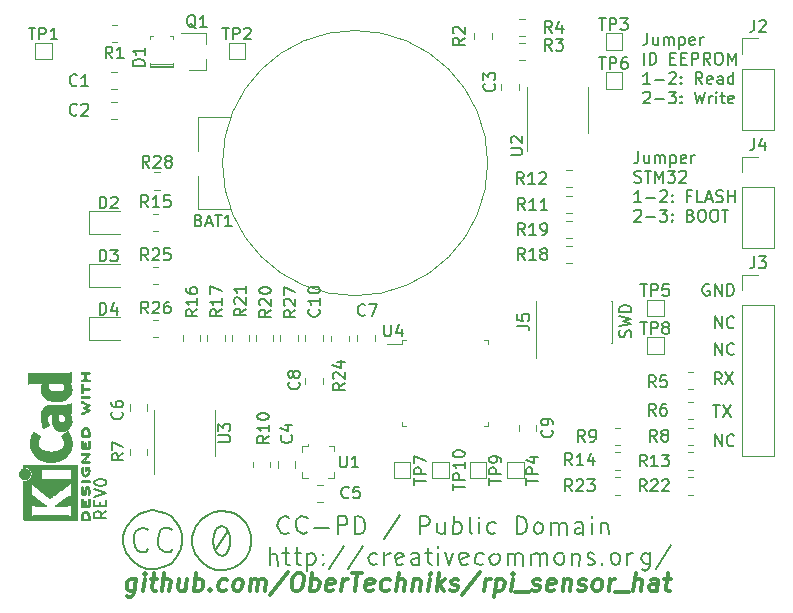
<source format=gto>
G04 #@! TF.GenerationSoftware,KiCad,Pcbnew,(5.1.8)-1*
G04 #@! TF.CreationDate,2020-12-29T20:44:18-05:00*
G04 #@! TF.ProjectId,rpi_sensor_hat,7270695f-7365-46e7-936f-725f6861742e,rev?*
G04 #@! TF.SameCoordinates,Original*
G04 #@! TF.FileFunction,Legend,Top*
G04 #@! TF.FilePolarity,Positive*
%FSLAX46Y46*%
G04 Gerber Fmt 4.6, Leading zero omitted, Abs format (unit mm)*
G04 Created by KiCad (PCBNEW (5.1.8)-1) date 2020-12-29 20:44:18*
%MOMM*%
%LPD*%
G01*
G04 APERTURE LIST*
%ADD10C,0.150000*%
%ADD11C,0.300000*%
%ADD12C,0.010000*%
%ADD13C,0.120000*%
%ADD14C,0.100000*%
G04 APERTURE END LIST*
D10*
X57812380Y-98942976D02*
X57336190Y-99276309D01*
X57812380Y-99514404D02*
X56812380Y-99514404D01*
X56812380Y-99133452D01*
X56860000Y-99038214D01*
X56907619Y-98990595D01*
X57002857Y-98942976D01*
X57145714Y-98942976D01*
X57240952Y-98990595D01*
X57288571Y-99038214D01*
X57336190Y-99133452D01*
X57336190Y-99514404D01*
X57288571Y-98514404D02*
X57288571Y-98181071D01*
X57812380Y-98038214D02*
X57812380Y-98514404D01*
X56812380Y-98514404D01*
X56812380Y-98038214D01*
X56812380Y-97752500D02*
X57812380Y-97419166D01*
X56812380Y-97085833D01*
X56812380Y-96562023D02*
X56812380Y-96466785D01*
X56860000Y-96371547D01*
X56907619Y-96323928D01*
X57002857Y-96276309D01*
X57193333Y-96228690D01*
X57431428Y-96228690D01*
X57621904Y-96276309D01*
X57717142Y-96323928D01*
X57764761Y-96371547D01*
X57812380Y-96466785D01*
X57812380Y-96562023D01*
X57764761Y-96657261D01*
X57717142Y-96704880D01*
X57621904Y-96752500D01*
X57431428Y-96800119D01*
X57193333Y-96800119D01*
X57002857Y-96752500D01*
X56907619Y-96704880D01*
X56860000Y-96657261D01*
X56812380Y-96562023D01*
X102204761Y-84212023D02*
X102252380Y-84069166D01*
X102252380Y-83831071D01*
X102204761Y-83735833D01*
X102157142Y-83688214D01*
X102061904Y-83640595D01*
X101966666Y-83640595D01*
X101871428Y-83688214D01*
X101823809Y-83735833D01*
X101776190Y-83831071D01*
X101728571Y-84021547D01*
X101680952Y-84116785D01*
X101633333Y-84164404D01*
X101538095Y-84212023D01*
X101442857Y-84212023D01*
X101347619Y-84164404D01*
X101300000Y-84116785D01*
X101252380Y-84021547D01*
X101252380Y-83783452D01*
X101300000Y-83640595D01*
X101252380Y-83307261D02*
X102252380Y-83069166D01*
X101538095Y-82878690D01*
X102252380Y-82688214D01*
X101252380Y-82450119D01*
X102252380Y-82069166D02*
X101252380Y-82069166D01*
X101252380Y-81831071D01*
X101300000Y-81688214D01*
X101395238Y-81592976D01*
X101490476Y-81545357D01*
X101680952Y-81497738D01*
X101823809Y-81497738D01*
X102014285Y-81545357D01*
X102109523Y-81592976D01*
X102204761Y-81688214D01*
X102252380Y-81831071D01*
X102252380Y-82069166D01*
X109335595Y-93452380D02*
X109335595Y-92452380D01*
X109907023Y-93452380D01*
X109907023Y-92452380D01*
X110954642Y-93357142D02*
X110907023Y-93404761D01*
X110764166Y-93452380D01*
X110668928Y-93452380D01*
X110526071Y-93404761D01*
X110430833Y-93309523D01*
X110383214Y-93214285D01*
X110335595Y-93023809D01*
X110335595Y-92880952D01*
X110383214Y-92690476D01*
X110430833Y-92595238D01*
X110526071Y-92500000D01*
X110668928Y-92452380D01*
X110764166Y-92452380D01*
X110907023Y-92500000D01*
X110954642Y-92547619D01*
X109335595Y-85702380D02*
X109335595Y-84702380D01*
X109907023Y-85702380D01*
X109907023Y-84702380D01*
X110954642Y-85607142D02*
X110907023Y-85654761D01*
X110764166Y-85702380D01*
X110668928Y-85702380D01*
X110526071Y-85654761D01*
X110430833Y-85559523D01*
X110383214Y-85464285D01*
X110335595Y-85273809D01*
X110335595Y-85130952D01*
X110383214Y-84940476D01*
X110430833Y-84845238D01*
X110526071Y-84750000D01*
X110668928Y-84702380D01*
X110764166Y-84702380D01*
X110907023Y-84750000D01*
X110954642Y-84797619D01*
X109335595Y-83452380D02*
X109335595Y-82452380D01*
X109907023Y-83452380D01*
X109907023Y-82452380D01*
X110954642Y-83357142D02*
X110907023Y-83404761D01*
X110764166Y-83452380D01*
X110668928Y-83452380D01*
X110526071Y-83404761D01*
X110430833Y-83309523D01*
X110383214Y-83214285D01*
X110335595Y-83023809D01*
X110335595Y-82880952D01*
X110383214Y-82690476D01*
X110430833Y-82595238D01*
X110526071Y-82500000D01*
X110668928Y-82452380D01*
X110764166Y-82452380D01*
X110907023Y-82500000D01*
X110954642Y-82547619D01*
X109192738Y-89952380D02*
X109764166Y-89952380D01*
X109478452Y-90952380D02*
X109478452Y-89952380D01*
X110002261Y-89952380D02*
X110668928Y-90952380D01*
X110668928Y-89952380D02*
X110002261Y-90952380D01*
X109907023Y-88202380D02*
X109573690Y-87726190D01*
X109335595Y-88202380D02*
X109335595Y-87202380D01*
X109716547Y-87202380D01*
X109811785Y-87250000D01*
X109859404Y-87297619D01*
X109907023Y-87392857D01*
X109907023Y-87535714D01*
X109859404Y-87630952D01*
X109811785Y-87678571D01*
X109716547Y-87726190D01*
X109335595Y-87726190D01*
X110240357Y-87202380D02*
X110907023Y-88202380D01*
X110907023Y-87202380D02*
X110240357Y-88202380D01*
X108859404Y-79750000D02*
X108764166Y-79702380D01*
X108621309Y-79702380D01*
X108478452Y-79750000D01*
X108383214Y-79845238D01*
X108335595Y-79940476D01*
X108287976Y-80130952D01*
X108287976Y-80273809D01*
X108335595Y-80464285D01*
X108383214Y-80559523D01*
X108478452Y-80654761D01*
X108621309Y-80702380D01*
X108716547Y-80702380D01*
X108859404Y-80654761D01*
X108907023Y-80607142D01*
X108907023Y-80273809D01*
X108716547Y-80273809D01*
X109335595Y-80702380D02*
X109335595Y-79702380D01*
X109907023Y-80702380D01*
X109907023Y-79702380D01*
X110383214Y-80702380D02*
X110383214Y-79702380D01*
X110621309Y-79702380D01*
X110764166Y-79750000D01*
X110859404Y-79845238D01*
X110907023Y-79940476D01*
X110954642Y-80130952D01*
X110954642Y-80273809D01*
X110907023Y-80464285D01*
X110859404Y-80559523D01*
X110764166Y-80654761D01*
X110621309Y-80702380D01*
X110383214Y-80702380D01*
X102871309Y-68477380D02*
X102871309Y-69191666D01*
X102823690Y-69334523D01*
X102728452Y-69429761D01*
X102585595Y-69477380D01*
X102490357Y-69477380D01*
X103776071Y-68810714D02*
X103776071Y-69477380D01*
X103347500Y-68810714D02*
X103347500Y-69334523D01*
X103395119Y-69429761D01*
X103490357Y-69477380D01*
X103633214Y-69477380D01*
X103728452Y-69429761D01*
X103776071Y-69382142D01*
X104252261Y-69477380D02*
X104252261Y-68810714D01*
X104252261Y-68905952D02*
X104299880Y-68858333D01*
X104395119Y-68810714D01*
X104537976Y-68810714D01*
X104633214Y-68858333D01*
X104680833Y-68953571D01*
X104680833Y-69477380D01*
X104680833Y-68953571D02*
X104728452Y-68858333D01*
X104823690Y-68810714D01*
X104966547Y-68810714D01*
X105061785Y-68858333D01*
X105109404Y-68953571D01*
X105109404Y-69477380D01*
X105585595Y-68810714D02*
X105585595Y-69810714D01*
X105585595Y-68858333D02*
X105680833Y-68810714D01*
X105871309Y-68810714D01*
X105966547Y-68858333D01*
X106014166Y-68905952D01*
X106061785Y-69001190D01*
X106061785Y-69286904D01*
X106014166Y-69382142D01*
X105966547Y-69429761D01*
X105871309Y-69477380D01*
X105680833Y-69477380D01*
X105585595Y-69429761D01*
X106871309Y-69429761D02*
X106776071Y-69477380D01*
X106585595Y-69477380D01*
X106490357Y-69429761D01*
X106442738Y-69334523D01*
X106442738Y-68953571D01*
X106490357Y-68858333D01*
X106585595Y-68810714D01*
X106776071Y-68810714D01*
X106871309Y-68858333D01*
X106918928Y-68953571D01*
X106918928Y-69048809D01*
X106442738Y-69144047D01*
X107347500Y-69477380D02*
X107347500Y-68810714D01*
X107347500Y-69001190D02*
X107395119Y-68905952D01*
X107442738Y-68858333D01*
X107537976Y-68810714D01*
X107633214Y-68810714D01*
X102537976Y-71079761D02*
X102680833Y-71127380D01*
X102918928Y-71127380D01*
X103014166Y-71079761D01*
X103061785Y-71032142D01*
X103109404Y-70936904D01*
X103109404Y-70841666D01*
X103061785Y-70746428D01*
X103014166Y-70698809D01*
X102918928Y-70651190D01*
X102728452Y-70603571D01*
X102633214Y-70555952D01*
X102585595Y-70508333D01*
X102537976Y-70413095D01*
X102537976Y-70317857D01*
X102585595Y-70222619D01*
X102633214Y-70175000D01*
X102728452Y-70127380D01*
X102966547Y-70127380D01*
X103109404Y-70175000D01*
X103395119Y-70127380D02*
X103966547Y-70127380D01*
X103680833Y-71127380D02*
X103680833Y-70127380D01*
X104299880Y-71127380D02*
X104299880Y-70127380D01*
X104633214Y-70841666D01*
X104966547Y-70127380D01*
X104966547Y-71127380D01*
X105347500Y-70127380D02*
X105966547Y-70127380D01*
X105633214Y-70508333D01*
X105776071Y-70508333D01*
X105871309Y-70555952D01*
X105918928Y-70603571D01*
X105966547Y-70698809D01*
X105966547Y-70936904D01*
X105918928Y-71032142D01*
X105871309Y-71079761D01*
X105776071Y-71127380D01*
X105490357Y-71127380D01*
X105395119Y-71079761D01*
X105347500Y-71032142D01*
X106347500Y-70222619D02*
X106395119Y-70175000D01*
X106490357Y-70127380D01*
X106728452Y-70127380D01*
X106823690Y-70175000D01*
X106871309Y-70222619D01*
X106918928Y-70317857D01*
X106918928Y-70413095D01*
X106871309Y-70555952D01*
X106299880Y-71127380D01*
X106918928Y-71127380D01*
X103109404Y-72777380D02*
X102537976Y-72777380D01*
X102823690Y-72777380D02*
X102823690Y-71777380D01*
X102728452Y-71920238D01*
X102633214Y-72015476D01*
X102537976Y-72063095D01*
X103537976Y-72396428D02*
X104299880Y-72396428D01*
X104728452Y-71872619D02*
X104776071Y-71825000D01*
X104871309Y-71777380D01*
X105109404Y-71777380D01*
X105204642Y-71825000D01*
X105252261Y-71872619D01*
X105299880Y-71967857D01*
X105299880Y-72063095D01*
X105252261Y-72205952D01*
X104680833Y-72777380D01*
X105299880Y-72777380D01*
X105728452Y-72682142D02*
X105776071Y-72729761D01*
X105728452Y-72777380D01*
X105680833Y-72729761D01*
X105728452Y-72682142D01*
X105728452Y-72777380D01*
X105728452Y-72158333D02*
X105776071Y-72205952D01*
X105728452Y-72253571D01*
X105680833Y-72205952D01*
X105728452Y-72158333D01*
X105728452Y-72253571D01*
X107299880Y-72253571D02*
X106966547Y-72253571D01*
X106966547Y-72777380D02*
X106966547Y-71777380D01*
X107442738Y-71777380D01*
X108299880Y-72777380D02*
X107823690Y-72777380D01*
X107823690Y-71777380D01*
X108585595Y-72491666D02*
X109061785Y-72491666D01*
X108490357Y-72777380D02*
X108823690Y-71777380D01*
X109157023Y-72777380D01*
X109442738Y-72729761D02*
X109585595Y-72777380D01*
X109823690Y-72777380D01*
X109918928Y-72729761D01*
X109966547Y-72682142D01*
X110014166Y-72586904D01*
X110014166Y-72491666D01*
X109966547Y-72396428D01*
X109918928Y-72348809D01*
X109823690Y-72301190D01*
X109633214Y-72253571D01*
X109537976Y-72205952D01*
X109490357Y-72158333D01*
X109442738Y-72063095D01*
X109442738Y-71967857D01*
X109490357Y-71872619D01*
X109537976Y-71825000D01*
X109633214Y-71777380D01*
X109871309Y-71777380D01*
X110014166Y-71825000D01*
X110442738Y-72777380D02*
X110442738Y-71777380D01*
X110442738Y-72253571D02*
X111014166Y-72253571D01*
X111014166Y-72777380D02*
X111014166Y-71777380D01*
X102537976Y-73522619D02*
X102585595Y-73475000D01*
X102680833Y-73427380D01*
X102918928Y-73427380D01*
X103014166Y-73475000D01*
X103061785Y-73522619D01*
X103109404Y-73617857D01*
X103109404Y-73713095D01*
X103061785Y-73855952D01*
X102490357Y-74427380D01*
X103109404Y-74427380D01*
X103537976Y-74046428D02*
X104299880Y-74046428D01*
X104680833Y-73427380D02*
X105299880Y-73427380D01*
X104966547Y-73808333D01*
X105109404Y-73808333D01*
X105204642Y-73855952D01*
X105252261Y-73903571D01*
X105299880Y-73998809D01*
X105299880Y-74236904D01*
X105252261Y-74332142D01*
X105204642Y-74379761D01*
X105109404Y-74427380D01*
X104823690Y-74427380D01*
X104728452Y-74379761D01*
X104680833Y-74332142D01*
X105728452Y-74332142D02*
X105776071Y-74379761D01*
X105728452Y-74427380D01*
X105680833Y-74379761D01*
X105728452Y-74332142D01*
X105728452Y-74427380D01*
X105728452Y-73808333D02*
X105776071Y-73855952D01*
X105728452Y-73903571D01*
X105680833Y-73855952D01*
X105728452Y-73808333D01*
X105728452Y-73903571D01*
X107299880Y-73903571D02*
X107442738Y-73951190D01*
X107490357Y-73998809D01*
X107537976Y-74094047D01*
X107537976Y-74236904D01*
X107490357Y-74332142D01*
X107442738Y-74379761D01*
X107347500Y-74427380D01*
X106966547Y-74427380D01*
X106966547Y-73427380D01*
X107299880Y-73427380D01*
X107395119Y-73475000D01*
X107442738Y-73522619D01*
X107490357Y-73617857D01*
X107490357Y-73713095D01*
X107442738Y-73808333D01*
X107395119Y-73855952D01*
X107299880Y-73903571D01*
X106966547Y-73903571D01*
X108157023Y-73427380D02*
X108347500Y-73427380D01*
X108442738Y-73475000D01*
X108537976Y-73570238D01*
X108585595Y-73760714D01*
X108585595Y-74094047D01*
X108537976Y-74284523D01*
X108442738Y-74379761D01*
X108347500Y-74427380D01*
X108157023Y-74427380D01*
X108061785Y-74379761D01*
X107966547Y-74284523D01*
X107918928Y-74094047D01*
X107918928Y-73760714D01*
X107966547Y-73570238D01*
X108061785Y-73475000D01*
X108157023Y-73427380D01*
X109204642Y-73427380D02*
X109395119Y-73427380D01*
X109490357Y-73475000D01*
X109585595Y-73570238D01*
X109633214Y-73760714D01*
X109633214Y-74094047D01*
X109585595Y-74284523D01*
X109490357Y-74379761D01*
X109395119Y-74427380D01*
X109204642Y-74427380D01*
X109109404Y-74379761D01*
X109014166Y-74284523D01*
X108966547Y-74094047D01*
X108966547Y-73760714D01*
X109014166Y-73570238D01*
X109109404Y-73475000D01*
X109204642Y-73427380D01*
X109918928Y-73427380D02*
X110490357Y-73427380D01*
X110204642Y-74427380D02*
X110204642Y-73427380D01*
D11*
X60354642Y-104678571D02*
X60202857Y-105892857D01*
X60113571Y-106035714D01*
X60033214Y-106107142D01*
X59881428Y-106178571D01*
X59667142Y-106178571D01*
X59533214Y-106107142D01*
X60238571Y-105607142D02*
X60086785Y-105678571D01*
X59801071Y-105678571D01*
X59667142Y-105607142D01*
X59604642Y-105535714D01*
X59551071Y-105392857D01*
X59604642Y-104964285D01*
X59693928Y-104821428D01*
X59774285Y-104750000D01*
X59926071Y-104678571D01*
X60211785Y-104678571D01*
X60345714Y-104750000D01*
X60943928Y-105678571D02*
X61068928Y-104678571D01*
X61131428Y-104178571D02*
X61051071Y-104250000D01*
X61113571Y-104321428D01*
X61193928Y-104250000D01*
X61131428Y-104178571D01*
X61113571Y-104321428D01*
X61568928Y-104678571D02*
X62140357Y-104678571D01*
X61845714Y-104178571D02*
X61685000Y-105464285D01*
X61738571Y-105607142D01*
X61872500Y-105678571D01*
X62015357Y-105678571D01*
X62515357Y-105678571D02*
X62702857Y-104178571D01*
X63158214Y-105678571D02*
X63256428Y-104892857D01*
X63202857Y-104750000D01*
X63068928Y-104678571D01*
X62854642Y-104678571D01*
X62702857Y-104750000D01*
X62622500Y-104821428D01*
X64640357Y-104678571D02*
X64515357Y-105678571D01*
X63997500Y-104678571D02*
X63899285Y-105464285D01*
X63952857Y-105607142D01*
X64086785Y-105678571D01*
X64301071Y-105678571D01*
X64452857Y-105607142D01*
X64533214Y-105535714D01*
X65229642Y-105678571D02*
X65417142Y-104178571D01*
X65345714Y-104750000D02*
X65497500Y-104678571D01*
X65783214Y-104678571D01*
X65917142Y-104750000D01*
X65979642Y-104821428D01*
X66033214Y-104964285D01*
X65979642Y-105392857D01*
X65890357Y-105535714D01*
X65810000Y-105607142D01*
X65658214Y-105678571D01*
X65372500Y-105678571D01*
X65238571Y-105607142D01*
X66604642Y-105535714D02*
X66667142Y-105607142D01*
X66586785Y-105678571D01*
X66524285Y-105607142D01*
X66604642Y-105535714D01*
X66586785Y-105678571D01*
X67952857Y-105607142D02*
X67801071Y-105678571D01*
X67515357Y-105678571D01*
X67381428Y-105607142D01*
X67318928Y-105535714D01*
X67265357Y-105392857D01*
X67318928Y-104964285D01*
X67408214Y-104821428D01*
X67488571Y-104750000D01*
X67640357Y-104678571D01*
X67926071Y-104678571D01*
X68060000Y-104750000D01*
X68801071Y-105678571D02*
X68667142Y-105607142D01*
X68604642Y-105535714D01*
X68551071Y-105392857D01*
X68604642Y-104964285D01*
X68693928Y-104821428D01*
X68774285Y-104750000D01*
X68926071Y-104678571D01*
X69140357Y-104678571D01*
X69274285Y-104750000D01*
X69336785Y-104821428D01*
X69390357Y-104964285D01*
X69336785Y-105392857D01*
X69247500Y-105535714D01*
X69167142Y-105607142D01*
X69015357Y-105678571D01*
X68801071Y-105678571D01*
X69943928Y-105678571D02*
X70068928Y-104678571D01*
X70051071Y-104821428D02*
X70131428Y-104750000D01*
X70283214Y-104678571D01*
X70497500Y-104678571D01*
X70631428Y-104750000D01*
X70685000Y-104892857D01*
X70586785Y-105678571D01*
X70685000Y-104892857D02*
X70774285Y-104750000D01*
X70926071Y-104678571D01*
X71140357Y-104678571D01*
X71274285Y-104750000D01*
X71327857Y-104892857D01*
X71229642Y-105678571D01*
X73211785Y-104107142D02*
X71685000Y-106035714D01*
X73988571Y-104178571D02*
X74274285Y-104178571D01*
X74408214Y-104250000D01*
X74533214Y-104392857D01*
X74568928Y-104678571D01*
X74506428Y-105178571D01*
X74399285Y-105464285D01*
X74238571Y-105607142D01*
X74086785Y-105678571D01*
X73801071Y-105678571D01*
X73667142Y-105607142D01*
X73542142Y-105464285D01*
X73506428Y-105178571D01*
X73568928Y-104678571D01*
X73676071Y-104392857D01*
X73836785Y-104250000D01*
X73988571Y-104178571D01*
X75086785Y-105678571D02*
X75274285Y-104178571D01*
X75202857Y-104750000D02*
X75354642Y-104678571D01*
X75640357Y-104678571D01*
X75774285Y-104750000D01*
X75836785Y-104821428D01*
X75890357Y-104964285D01*
X75836785Y-105392857D01*
X75747500Y-105535714D01*
X75667142Y-105607142D01*
X75515357Y-105678571D01*
X75229642Y-105678571D01*
X75095714Y-105607142D01*
X77024285Y-105607142D02*
X76872500Y-105678571D01*
X76586785Y-105678571D01*
X76452857Y-105607142D01*
X76399285Y-105464285D01*
X76470714Y-104892857D01*
X76560000Y-104750000D01*
X76711785Y-104678571D01*
X76997500Y-104678571D01*
X77131428Y-104750000D01*
X77185000Y-104892857D01*
X77167142Y-105035714D01*
X76435000Y-105178571D01*
X77729642Y-105678571D02*
X77854642Y-104678571D01*
X77818928Y-104964285D02*
X77908214Y-104821428D01*
X77988571Y-104750000D01*
X78140357Y-104678571D01*
X78283214Y-104678571D01*
X78631428Y-104178571D02*
X79488571Y-104178571D01*
X78872500Y-105678571D02*
X79060000Y-104178571D01*
X80381428Y-105607142D02*
X80229642Y-105678571D01*
X79943928Y-105678571D01*
X79810000Y-105607142D01*
X79756428Y-105464285D01*
X79827857Y-104892857D01*
X79917142Y-104750000D01*
X80068928Y-104678571D01*
X80354642Y-104678571D01*
X80488571Y-104750000D01*
X80542142Y-104892857D01*
X80524285Y-105035714D01*
X79792142Y-105178571D01*
X81738571Y-105607142D02*
X81586785Y-105678571D01*
X81301071Y-105678571D01*
X81167142Y-105607142D01*
X81104642Y-105535714D01*
X81051071Y-105392857D01*
X81104642Y-104964285D01*
X81193928Y-104821428D01*
X81274285Y-104750000D01*
X81426071Y-104678571D01*
X81711785Y-104678571D01*
X81845714Y-104750000D01*
X82372500Y-105678571D02*
X82560000Y-104178571D01*
X83015357Y-105678571D02*
X83113571Y-104892857D01*
X83060000Y-104750000D01*
X82926071Y-104678571D01*
X82711785Y-104678571D01*
X82560000Y-104750000D01*
X82479642Y-104821428D01*
X83854642Y-104678571D02*
X83729642Y-105678571D01*
X83836785Y-104821428D02*
X83917142Y-104750000D01*
X84068928Y-104678571D01*
X84283214Y-104678571D01*
X84417142Y-104750000D01*
X84470714Y-104892857D01*
X84372500Y-105678571D01*
X85086785Y-105678571D02*
X85211785Y-104678571D01*
X85274285Y-104178571D02*
X85193928Y-104250000D01*
X85256428Y-104321428D01*
X85336785Y-104250000D01*
X85274285Y-104178571D01*
X85256428Y-104321428D01*
X85801071Y-105678571D02*
X85988571Y-104178571D01*
X86015357Y-105107142D02*
X86372500Y-105678571D01*
X86497500Y-104678571D02*
X85854642Y-105250000D01*
X86952857Y-105607142D02*
X87086785Y-105678571D01*
X87372500Y-105678571D01*
X87524285Y-105607142D01*
X87613571Y-105464285D01*
X87622500Y-105392857D01*
X87568928Y-105250000D01*
X87435000Y-105178571D01*
X87220714Y-105178571D01*
X87086785Y-105107142D01*
X87033214Y-104964285D01*
X87042142Y-104892857D01*
X87131428Y-104750000D01*
X87283214Y-104678571D01*
X87497500Y-104678571D01*
X87631428Y-104750000D01*
X89497500Y-104107142D02*
X87970714Y-106035714D01*
X89801071Y-105678571D02*
X89926071Y-104678571D01*
X89890357Y-104964285D02*
X89979642Y-104821428D01*
X90060000Y-104750000D01*
X90211785Y-104678571D01*
X90354642Y-104678571D01*
X90854642Y-104678571D02*
X90667142Y-106178571D01*
X90845714Y-104750000D02*
X90997500Y-104678571D01*
X91283214Y-104678571D01*
X91417142Y-104750000D01*
X91479642Y-104821428D01*
X91533214Y-104964285D01*
X91479642Y-105392857D01*
X91390357Y-105535714D01*
X91310000Y-105607142D01*
X91158214Y-105678571D01*
X90872500Y-105678571D01*
X90738571Y-105607142D01*
X92086785Y-105678571D02*
X92211785Y-104678571D01*
X92274285Y-104178571D02*
X92193928Y-104250000D01*
X92256428Y-104321428D01*
X92336785Y-104250000D01*
X92274285Y-104178571D01*
X92256428Y-104321428D01*
X92426071Y-105821428D02*
X93568928Y-105821428D01*
X93881428Y-105607142D02*
X94015357Y-105678571D01*
X94301071Y-105678571D01*
X94452857Y-105607142D01*
X94542142Y-105464285D01*
X94551071Y-105392857D01*
X94497500Y-105250000D01*
X94363571Y-105178571D01*
X94149285Y-105178571D01*
X94015357Y-105107142D01*
X93961785Y-104964285D01*
X93970714Y-104892857D01*
X94060000Y-104750000D01*
X94211785Y-104678571D01*
X94426071Y-104678571D01*
X94560000Y-104750000D01*
X95738571Y-105607142D02*
X95586785Y-105678571D01*
X95301071Y-105678571D01*
X95167142Y-105607142D01*
X95113571Y-105464285D01*
X95185000Y-104892857D01*
X95274285Y-104750000D01*
X95426071Y-104678571D01*
X95711785Y-104678571D01*
X95845714Y-104750000D01*
X95899285Y-104892857D01*
X95881428Y-105035714D01*
X95149285Y-105178571D01*
X96568928Y-104678571D02*
X96443928Y-105678571D01*
X96551071Y-104821428D02*
X96631428Y-104750000D01*
X96783214Y-104678571D01*
X96997500Y-104678571D01*
X97131428Y-104750000D01*
X97185000Y-104892857D01*
X97086785Y-105678571D01*
X97738571Y-105607142D02*
X97872500Y-105678571D01*
X98158214Y-105678571D01*
X98310000Y-105607142D01*
X98399285Y-105464285D01*
X98408214Y-105392857D01*
X98354642Y-105250000D01*
X98220714Y-105178571D01*
X98006428Y-105178571D01*
X97872500Y-105107142D01*
X97818928Y-104964285D01*
X97827857Y-104892857D01*
X97917142Y-104750000D01*
X98068928Y-104678571D01*
X98283214Y-104678571D01*
X98417142Y-104750000D01*
X99229642Y-105678571D02*
X99095714Y-105607142D01*
X99033214Y-105535714D01*
X98979642Y-105392857D01*
X99033214Y-104964285D01*
X99122500Y-104821428D01*
X99202857Y-104750000D01*
X99354642Y-104678571D01*
X99568928Y-104678571D01*
X99702857Y-104750000D01*
X99765357Y-104821428D01*
X99818928Y-104964285D01*
X99765357Y-105392857D01*
X99676071Y-105535714D01*
X99595714Y-105607142D01*
X99443928Y-105678571D01*
X99229642Y-105678571D01*
X100372500Y-105678571D02*
X100497500Y-104678571D01*
X100461785Y-104964285D02*
X100551071Y-104821428D01*
X100631428Y-104750000D01*
X100783214Y-104678571D01*
X100926071Y-104678571D01*
X100926071Y-105821428D02*
X102068928Y-105821428D01*
X102443928Y-105678571D02*
X102631428Y-104178571D01*
X103086785Y-105678571D02*
X103185000Y-104892857D01*
X103131428Y-104750000D01*
X102997500Y-104678571D01*
X102783214Y-104678571D01*
X102631428Y-104750000D01*
X102551071Y-104821428D01*
X104443928Y-105678571D02*
X104542142Y-104892857D01*
X104488571Y-104750000D01*
X104354642Y-104678571D01*
X104068928Y-104678571D01*
X103917142Y-104750000D01*
X104452857Y-105607142D02*
X104301071Y-105678571D01*
X103943928Y-105678571D01*
X103810000Y-105607142D01*
X103756428Y-105464285D01*
X103774285Y-105321428D01*
X103863571Y-105178571D01*
X104015357Y-105107142D01*
X104372500Y-105107142D01*
X104524285Y-105035714D01*
X105068928Y-104678571D02*
X105640357Y-104678571D01*
X105345714Y-104178571D02*
X105185000Y-105464285D01*
X105238571Y-105607142D01*
X105372500Y-105678571D01*
X105515357Y-105678571D01*
D10*
X103621309Y-58477380D02*
X103621309Y-59191666D01*
X103573690Y-59334523D01*
X103478452Y-59429761D01*
X103335595Y-59477380D01*
X103240357Y-59477380D01*
X104526071Y-58810714D02*
X104526071Y-59477380D01*
X104097500Y-58810714D02*
X104097500Y-59334523D01*
X104145119Y-59429761D01*
X104240357Y-59477380D01*
X104383214Y-59477380D01*
X104478452Y-59429761D01*
X104526071Y-59382142D01*
X105002261Y-59477380D02*
X105002261Y-58810714D01*
X105002261Y-58905952D02*
X105049880Y-58858333D01*
X105145119Y-58810714D01*
X105287976Y-58810714D01*
X105383214Y-58858333D01*
X105430833Y-58953571D01*
X105430833Y-59477380D01*
X105430833Y-58953571D02*
X105478452Y-58858333D01*
X105573690Y-58810714D01*
X105716547Y-58810714D01*
X105811785Y-58858333D01*
X105859404Y-58953571D01*
X105859404Y-59477380D01*
X106335595Y-58810714D02*
X106335595Y-59810714D01*
X106335595Y-58858333D02*
X106430833Y-58810714D01*
X106621309Y-58810714D01*
X106716547Y-58858333D01*
X106764166Y-58905952D01*
X106811785Y-59001190D01*
X106811785Y-59286904D01*
X106764166Y-59382142D01*
X106716547Y-59429761D01*
X106621309Y-59477380D01*
X106430833Y-59477380D01*
X106335595Y-59429761D01*
X107621309Y-59429761D02*
X107526071Y-59477380D01*
X107335595Y-59477380D01*
X107240357Y-59429761D01*
X107192738Y-59334523D01*
X107192738Y-58953571D01*
X107240357Y-58858333D01*
X107335595Y-58810714D01*
X107526071Y-58810714D01*
X107621309Y-58858333D01*
X107668928Y-58953571D01*
X107668928Y-59048809D01*
X107192738Y-59144047D01*
X108097500Y-59477380D02*
X108097500Y-58810714D01*
X108097500Y-59001190D02*
X108145119Y-58905952D01*
X108192738Y-58858333D01*
X108287976Y-58810714D01*
X108383214Y-58810714D01*
X103335595Y-61127380D02*
X103335595Y-60127380D01*
X103811785Y-61127380D02*
X103811785Y-60127380D01*
X104049880Y-60127380D01*
X104192738Y-60175000D01*
X104287976Y-60270238D01*
X104335595Y-60365476D01*
X104383214Y-60555952D01*
X104383214Y-60698809D01*
X104335595Y-60889285D01*
X104287976Y-60984523D01*
X104192738Y-61079761D01*
X104049880Y-61127380D01*
X103811785Y-61127380D01*
X105573690Y-60603571D02*
X105907023Y-60603571D01*
X106049880Y-61127380D02*
X105573690Y-61127380D01*
X105573690Y-60127380D01*
X106049880Y-60127380D01*
X106478452Y-60603571D02*
X106811785Y-60603571D01*
X106954642Y-61127380D02*
X106478452Y-61127380D01*
X106478452Y-60127380D01*
X106954642Y-60127380D01*
X107383214Y-61127380D02*
X107383214Y-60127380D01*
X107764166Y-60127380D01*
X107859404Y-60175000D01*
X107907023Y-60222619D01*
X107954642Y-60317857D01*
X107954642Y-60460714D01*
X107907023Y-60555952D01*
X107859404Y-60603571D01*
X107764166Y-60651190D01*
X107383214Y-60651190D01*
X108954642Y-61127380D02*
X108621309Y-60651190D01*
X108383214Y-61127380D02*
X108383214Y-60127380D01*
X108764166Y-60127380D01*
X108859404Y-60175000D01*
X108907023Y-60222619D01*
X108954642Y-60317857D01*
X108954642Y-60460714D01*
X108907023Y-60555952D01*
X108859404Y-60603571D01*
X108764166Y-60651190D01*
X108383214Y-60651190D01*
X109573690Y-60127380D02*
X109764166Y-60127380D01*
X109859404Y-60175000D01*
X109954642Y-60270238D01*
X110002261Y-60460714D01*
X110002261Y-60794047D01*
X109954642Y-60984523D01*
X109859404Y-61079761D01*
X109764166Y-61127380D01*
X109573690Y-61127380D01*
X109478452Y-61079761D01*
X109383214Y-60984523D01*
X109335595Y-60794047D01*
X109335595Y-60460714D01*
X109383214Y-60270238D01*
X109478452Y-60175000D01*
X109573690Y-60127380D01*
X110430833Y-61127380D02*
X110430833Y-60127380D01*
X110764166Y-60841666D01*
X111097500Y-60127380D01*
X111097500Y-61127380D01*
X103859404Y-62777380D02*
X103287976Y-62777380D01*
X103573690Y-62777380D02*
X103573690Y-61777380D01*
X103478452Y-61920238D01*
X103383214Y-62015476D01*
X103287976Y-62063095D01*
X104287976Y-62396428D02*
X105049880Y-62396428D01*
X105478452Y-61872619D02*
X105526071Y-61825000D01*
X105621309Y-61777380D01*
X105859404Y-61777380D01*
X105954642Y-61825000D01*
X106002261Y-61872619D01*
X106049880Y-61967857D01*
X106049880Y-62063095D01*
X106002261Y-62205952D01*
X105430833Y-62777380D01*
X106049880Y-62777380D01*
X106478452Y-62682142D02*
X106526071Y-62729761D01*
X106478452Y-62777380D01*
X106430833Y-62729761D01*
X106478452Y-62682142D01*
X106478452Y-62777380D01*
X106478452Y-62158333D02*
X106526071Y-62205952D01*
X106478452Y-62253571D01*
X106430833Y-62205952D01*
X106478452Y-62158333D01*
X106478452Y-62253571D01*
X108287976Y-62777380D02*
X107954642Y-62301190D01*
X107716547Y-62777380D02*
X107716547Y-61777380D01*
X108097500Y-61777380D01*
X108192738Y-61825000D01*
X108240357Y-61872619D01*
X108287976Y-61967857D01*
X108287976Y-62110714D01*
X108240357Y-62205952D01*
X108192738Y-62253571D01*
X108097500Y-62301190D01*
X107716547Y-62301190D01*
X109097500Y-62729761D02*
X109002261Y-62777380D01*
X108811785Y-62777380D01*
X108716547Y-62729761D01*
X108668928Y-62634523D01*
X108668928Y-62253571D01*
X108716547Y-62158333D01*
X108811785Y-62110714D01*
X109002261Y-62110714D01*
X109097500Y-62158333D01*
X109145119Y-62253571D01*
X109145119Y-62348809D01*
X108668928Y-62444047D01*
X110002261Y-62777380D02*
X110002261Y-62253571D01*
X109954642Y-62158333D01*
X109859404Y-62110714D01*
X109668928Y-62110714D01*
X109573690Y-62158333D01*
X110002261Y-62729761D02*
X109907023Y-62777380D01*
X109668928Y-62777380D01*
X109573690Y-62729761D01*
X109526071Y-62634523D01*
X109526071Y-62539285D01*
X109573690Y-62444047D01*
X109668928Y-62396428D01*
X109907023Y-62396428D01*
X110002261Y-62348809D01*
X110907023Y-62777380D02*
X110907023Y-61777380D01*
X110907023Y-62729761D02*
X110811785Y-62777380D01*
X110621309Y-62777380D01*
X110526071Y-62729761D01*
X110478452Y-62682142D01*
X110430833Y-62586904D01*
X110430833Y-62301190D01*
X110478452Y-62205952D01*
X110526071Y-62158333D01*
X110621309Y-62110714D01*
X110811785Y-62110714D01*
X110907023Y-62158333D01*
X103287976Y-63522619D02*
X103335595Y-63475000D01*
X103430833Y-63427380D01*
X103668928Y-63427380D01*
X103764166Y-63475000D01*
X103811785Y-63522619D01*
X103859404Y-63617857D01*
X103859404Y-63713095D01*
X103811785Y-63855952D01*
X103240357Y-64427380D01*
X103859404Y-64427380D01*
X104287976Y-64046428D02*
X105049880Y-64046428D01*
X105430833Y-63427380D02*
X106049880Y-63427380D01*
X105716547Y-63808333D01*
X105859404Y-63808333D01*
X105954642Y-63855952D01*
X106002261Y-63903571D01*
X106049880Y-63998809D01*
X106049880Y-64236904D01*
X106002261Y-64332142D01*
X105954642Y-64379761D01*
X105859404Y-64427380D01*
X105573690Y-64427380D01*
X105478452Y-64379761D01*
X105430833Y-64332142D01*
X106478452Y-64332142D02*
X106526071Y-64379761D01*
X106478452Y-64427380D01*
X106430833Y-64379761D01*
X106478452Y-64332142D01*
X106478452Y-64427380D01*
X106478452Y-63808333D02*
X106526071Y-63855952D01*
X106478452Y-63903571D01*
X106430833Y-63855952D01*
X106478452Y-63808333D01*
X106478452Y-63903571D01*
X107621309Y-63427380D02*
X107859404Y-64427380D01*
X108049880Y-63713095D01*
X108240357Y-64427380D01*
X108478452Y-63427380D01*
X108859404Y-64427380D02*
X108859404Y-63760714D01*
X108859404Y-63951190D02*
X108907023Y-63855952D01*
X108954642Y-63808333D01*
X109049880Y-63760714D01*
X109145119Y-63760714D01*
X109478452Y-64427380D02*
X109478452Y-63760714D01*
X109478452Y-63427380D02*
X109430833Y-63475000D01*
X109478452Y-63522619D01*
X109526071Y-63475000D01*
X109478452Y-63427380D01*
X109478452Y-63522619D01*
X109811785Y-63760714D02*
X110192738Y-63760714D01*
X109954642Y-63427380D02*
X109954642Y-64284523D01*
X110002261Y-64379761D01*
X110097500Y-64427380D01*
X110192738Y-64427380D01*
X110907023Y-64379761D02*
X110811785Y-64427380D01*
X110621309Y-64427380D01*
X110526071Y-64379761D01*
X110478452Y-64284523D01*
X110478452Y-63903571D01*
X110526071Y-63808333D01*
X110621309Y-63760714D01*
X110811785Y-63760714D01*
X110907023Y-63808333D01*
X110954642Y-63903571D01*
X110954642Y-63998809D01*
X110478452Y-64094047D01*
D12*
G36*
X50889054Y-96386400D02*
G01*
X51002993Y-96375535D01*
X51110616Y-96343918D01*
X51209615Y-96293015D01*
X51297684Y-96224293D01*
X51372516Y-96139219D01*
X51430384Y-96042232D01*
X51470005Y-95935964D01*
X51488573Y-95828950D01*
X51487434Y-95723300D01*
X51467930Y-95621125D01*
X51431406Y-95524534D01*
X51379205Y-95435638D01*
X51312673Y-95356546D01*
X51233152Y-95289369D01*
X51141987Y-95236217D01*
X51040523Y-95199199D01*
X50930102Y-95180427D01*
X50880206Y-95178489D01*
X50792267Y-95178489D01*
X50792267Y-95126560D01*
X50795111Y-95090253D01*
X50806911Y-95063355D01*
X50830649Y-95036249D01*
X50869031Y-94997867D01*
X53060602Y-94997867D01*
X53322739Y-94997876D01*
X53563241Y-94997908D01*
X53783048Y-94997972D01*
X53983101Y-94998076D01*
X54164344Y-94998227D01*
X54327716Y-94998434D01*
X54474160Y-94998706D01*
X54604617Y-94999050D01*
X54720029Y-94999474D01*
X54821338Y-94999987D01*
X54909484Y-95000597D01*
X54985410Y-95001312D01*
X55050057Y-95002140D01*
X55104367Y-95003089D01*
X55149280Y-95004167D01*
X55185740Y-95005383D01*
X55214687Y-95006745D01*
X55237063Y-95008261D01*
X55253809Y-95009938D01*
X55265868Y-95011786D01*
X55274180Y-95013813D01*
X55279687Y-95016025D01*
X55281537Y-95017108D01*
X55288549Y-95021271D01*
X55294996Y-95024805D01*
X55300900Y-95028635D01*
X55306286Y-95033682D01*
X55311178Y-95040871D01*
X55315598Y-95051123D01*
X55319572Y-95065364D01*
X55323121Y-95084514D01*
X55326270Y-95109499D01*
X55329042Y-95141240D01*
X55331461Y-95180662D01*
X55333551Y-95228686D01*
X55335335Y-95286237D01*
X55336837Y-95354237D01*
X55338080Y-95433610D01*
X55339089Y-95525279D01*
X55339885Y-95630166D01*
X55340494Y-95749196D01*
X55340939Y-95883290D01*
X55341243Y-96033373D01*
X55341430Y-96200367D01*
X55341524Y-96385196D01*
X55341548Y-96588783D01*
X55341525Y-96812050D01*
X55341480Y-97055922D01*
X55341437Y-97321321D01*
X55341432Y-97359704D01*
X55341389Y-97626682D01*
X55341318Y-97872002D01*
X55341213Y-98096583D01*
X55341066Y-98301345D01*
X55340869Y-98487206D01*
X55340616Y-98655088D01*
X55340300Y-98805908D01*
X55339913Y-98940587D01*
X55339447Y-99060044D01*
X55338897Y-99165199D01*
X55338253Y-99256971D01*
X55337511Y-99336279D01*
X55336661Y-99404043D01*
X55335697Y-99461182D01*
X55334611Y-99508617D01*
X55333397Y-99547266D01*
X55332047Y-99578049D01*
X55330555Y-99601885D01*
X55328911Y-99619694D01*
X55327111Y-99632395D01*
X55325145Y-99640908D01*
X55323477Y-99645266D01*
X55319906Y-99653728D01*
X55317270Y-99661497D01*
X55314634Y-99668602D01*
X55311062Y-99675073D01*
X55305621Y-99680939D01*
X55297375Y-99686229D01*
X55285390Y-99690974D01*
X55268731Y-99695202D01*
X55246463Y-99698943D01*
X55217652Y-99702227D01*
X55181363Y-99705083D01*
X55136661Y-99707540D01*
X55082611Y-99709629D01*
X55018279Y-99711378D01*
X54942730Y-99712817D01*
X54855030Y-99713976D01*
X54754243Y-99714883D01*
X54639434Y-99715569D01*
X54509670Y-99716063D01*
X54364015Y-99716395D01*
X54201535Y-99716593D01*
X54021295Y-99716687D01*
X53822360Y-99716708D01*
X53603796Y-99716685D01*
X53364668Y-99716646D01*
X53104040Y-99716622D01*
X53061889Y-99716622D01*
X52798992Y-99716636D01*
X52557732Y-99716661D01*
X52337165Y-99716671D01*
X52136352Y-99716642D01*
X51954349Y-99716548D01*
X51790216Y-99716362D01*
X51643011Y-99716059D01*
X51511792Y-99715614D01*
X51401867Y-99715034D01*
X51401867Y-99412197D01*
X51459711Y-99372407D01*
X51475479Y-99361236D01*
X51489441Y-99351166D01*
X51502784Y-99342138D01*
X51516693Y-99334097D01*
X51532356Y-99326986D01*
X51550958Y-99320747D01*
X51573686Y-99315325D01*
X51601727Y-99310662D01*
X51636267Y-99306701D01*
X51678492Y-99303385D01*
X51729589Y-99300659D01*
X51790744Y-99298464D01*
X51863144Y-99296745D01*
X51947975Y-99295444D01*
X52046422Y-99294505D01*
X52159674Y-99293870D01*
X52288916Y-99293484D01*
X52435334Y-99293288D01*
X52600116Y-99293227D01*
X52784447Y-99293243D01*
X52989513Y-99293280D01*
X53112133Y-99293289D01*
X53329082Y-99293265D01*
X53524642Y-99293231D01*
X53699999Y-99293243D01*
X53856341Y-99293358D01*
X53994857Y-99293630D01*
X54116734Y-99294118D01*
X54223160Y-99294876D01*
X54315322Y-99295962D01*
X54394409Y-99297431D01*
X54461608Y-99299340D01*
X54518107Y-99301744D01*
X54565093Y-99304701D01*
X54603755Y-99308266D01*
X54635280Y-99312495D01*
X54660855Y-99317446D01*
X54681670Y-99323173D01*
X54698911Y-99329733D01*
X54713765Y-99337183D01*
X54727422Y-99345579D01*
X54741069Y-99354976D01*
X54755893Y-99365432D01*
X54764783Y-99371523D01*
X54822400Y-99410296D01*
X54822400Y-98878732D01*
X54822365Y-98755483D01*
X54822215Y-98652987D01*
X54821878Y-98569420D01*
X54821286Y-98502956D01*
X54820367Y-98451771D01*
X54819051Y-98414041D01*
X54817269Y-98387940D01*
X54814951Y-98371644D01*
X54812026Y-98363328D01*
X54808424Y-98361168D01*
X54804075Y-98363339D01*
X54802645Y-98364535D01*
X54765573Y-98389685D01*
X54712772Y-98415583D01*
X54650770Y-98439192D01*
X54624357Y-98447461D01*
X54606416Y-98452078D01*
X54585355Y-98455979D01*
X54559089Y-98459248D01*
X54525532Y-98461966D01*
X54482599Y-98464215D01*
X54428204Y-98466077D01*
X54360262Y-98467636D01*
X54276688Y-98468972D01*
X54175395Y-98470169D01*
X54054300Y-98471308D01*
X54009600Y-98471685D01*
X53884449Y-98472702D01*
X53780082Y-98473460D01*
X53694707Y-98473903D01*
X53626533Y-98473970D01*
X53573765Y-98473605D01*
X53534614Y-98472748D01*
X53507285Y-98471341D01*
X53489986Y-98469325D01*
X53480926Y-98466643D01*
X53478312Y-98463236D01*
X53480351Y-98459044D01*
X53484667Y-98454571D01*
X53497602Y-98444216D01*
X53526676Y-98422158D01*
X53569759Y-98389957D01*
X53624718Y-98349174D01*
X53689423Y-98301370D01*
X53761742Y-98248105D01*
X53839544Y-98190940D01*
X53920698Y-98131437D01*
X54003072Y-98071155D01*
X54084536Y-98011655D01*
X54162957Y-97954498D01*
X54236204Y-97901245D01*
X54302147Y-97853457D01*
X54358654Y-97812693D01*
X54403593Y-97780516D01*
X54434834Y-97758485D01*
X54441466Y-97753917D01*
X54478369Y-97730996D01*
X54526359Y-97704188D01*
X54575897Y-97678789D01*
X54582577Y-97675568D01*
X54630772Y-97653890D01*
X54668334Y-97641304D01*
X54704160Y-97635574D01*
X54746200Y-97634456D01*
X54822400Y-97635090D01*
X54822400Y-96480651D01*
X54728669Y-96571815D01*
X54678775Y-96618612D01*
X54622295Y-96668899D01*
X54568026Y-96714944D01*
X54542673Y-96735369D01*
X54503128Y-96765807D01*
X54449916Y-96805862D01*
X54384667Y-96854361D01*
X54309011Y-96910135D01*
X54224577Y-96972011D01*
X54132994Y-97038819D01*
X54035892Y-97109387D01*
X53934901Y-97182545D01*
X53831650Y-97257121D01*
X53727768Y-97331944D01*
X53624885Y-97405843D01*
X53524631Y-97477646D01*
X53428636Y-97546184D01*
X53338527Y-97610284D01*
X53255936Y-97668775D01*
X53182492Y-97720486D01*
X53119824Y-97764247D01*
X53069561Y-97798885D01*
X53033334Y-97823230D01*
X53012771Y-97836111D01*
X53008668Y-97837869D01*
X52997342Y-97829910D01*
X52970162Y-97809115D01*
X52928829Y-97776847D01*
X52875044Y-97734470D01*
X52810506Y-97683347D01*
X52736918Y-97624841D01*
X52655978Y-97560314D01*
X52569388Y-97491131D01*
X52478848Y-97418653D01*
X52386060Y-97344246D01*
X52311702Y-97284517D01*
X52311702Y-96273511D01*
X52324659Y-96267602D01*
X52346908Y-96253272D01*
X52348391Y-96252225D01*
X52378544Y-96233438D01*
X52415375Y-96213791D01*
X52423511Y-96209892D01*
X52431940Y-96206356D01*
X52442059Y-96203230D01*
X52455260Y-96200486D01*
X52472938Y-96198092D01*
X52496484Y-96196019D01*
X52527293Y-96194235D01*
X52566757Y-96192712D01*
X52616269Y-96191419D01*
X52677223Y-96190326D01*
X52751011Y-96189403D01*
X52839028Y-96188619D01*
X52942665Y-96187945D01*
X53063316Y-96187350D01*
X53202374Y-96186805D01*
X53361232Y-96186279D01*
X53540089Y-96185745D01*
X53725207Y-96185206D01*
X53889145Y-96184772D01*
X54033303Y-96184509D01*
X54159079Y-96184484D01*
X54267871Y-96184765D01*
X54361077Y-96185419D01*
X54440097Y-96186514D01*
X54506328Y-96188118D01*
X54561170Y-96190297D01*
X54606021Y-96193119D01*
X54642278Y-96196651D01*
X54671341Y-96200961D01*
X54694609Y-96206117D01*
X54713479Y-96212185D01*
X54729351Y-96219233D01*
X54743622Y-96227329D01*
X54757691Y-96236540D01*
X54770158Y-96245040D01*
X54796452Y-96262176D01*
X54814037Y-96272322D01*
X54817257Y-96273511D01*
X54818334Y-96262604D01*
X54819335Y-96231411D01*
X54820235Y-96182223D01*
X54821010Y-96117333D01*
X54821637Y-96039030D01*
X54822091Y-95949607D01*
X54822349Y-95851356D01*
X54822400Y-95782445D01*
X54822180Y-95677452D01*
X54821548Y-95580610D01*
X54820549Y-95494107D01*
X54819227Y-95420132D01*
X54817626Y-95360874D01*
X54815791Y-95318520D01*
X54813765Y-95295260D01*
X54812493Y-95291378D01*
X54797591Y-95299076D01*
X54789560Y-95307074D01*
X54772434Y-95320246D01*
X54742183Y-95337485D01*
X54717622Y-95349407D01*
X54658711Y-95376045D01*
X53481845Y-95379120D01*
X52304978Y-95382195D01*
X52304978Y-95827853D01*
X52305142Y-95925670D01*
X52305611Y-96016064D01*
X52306347Y-96096630D01*
X52307316Y-96164962D01*
X52308480Y-96218656D01*
X52309803Y-96255305D01*
X52311249Y-96272504D01*
X52311702Y-96273511D01*
X52311702Y-97284517D01*
X52292722Y-97269270D01*
X52200537Y-97195090D01*
X52111204Y-97123069D01*
X52026424Y-97054569D01*
X51947898Y-96990955D01*
X51877326Y-96933588D01*
X51816409Y-96883833D01*
X51766847Y-96843052D01*
X51746178Y-96825888D01*
X51645516Y-96739596D01*
X51562259Y-96662997D01*
X51494438Y-96594183D01*
X51440089Y-96531248D01*
X51432722Y-96521867D01*
X51402117Y-96482356D01*
X51401867Y-97614116D01*
X51449844Y-97608827D01*
X51507188Y-97612130D01*
X51575463Y-97633661D01*
X51655212Y-97673635D01*
X51727495Y-97718943D01*
X51750140Y-97735161D01*
X51787696Y-97763214D01*
X51838021Y-97801430D01*
X51898973Y-97848137D01*
X51968411Y-97901661D01*
X52044194Y-97960331D01*
X52124180Y-98022475D01*
X52206228Y-98086421D01*
X52288196Y-98150495D01*
X52367943Y-98213027D01*
X52443327Y-98272343D01*
X52512207Y-98326771D01*
X52572442Y-98374639D01*
X52621889Y-98414275D01*
X52658408Y-98444006D01*
X52679858Y-98462161D01*
X52683156Y-98465220D01*
X52675149Y-98468079D01*
X52644855Y-98470293D01*
X52592556Y-98471857D01*
X52518531Y-98472767D01*
X52423063Y-98473020D01*
X52306434Y-98472613D01*
X52186445Y-98471704D01*
X52054333Y-98470382D01*
X51942594Y-98468857D01*
X51849025Y-98466881D01*
X51771419Y-98464206D01*
X51707574Y-98460582D01*
X51655283Y-98455761D01*
X51612344Y-98449494D01*
X51576551Y-98441532D01*
X51545700Y-98431627D01*
X51517586Y-98419531D01*
X51490005Y-98404993D01*
X51464966Y-98390311D01*
X51401867Y-98352314D01*
X51401867Y-99412197D01*
X51401867Y-99715034D01*
X51395617Y-99715001D01*
X51293544Y-99714195D01*
X51204633Y-99713170D01*
X51127941Y-99711900D01*
X51062527Y-99710360D01*
X51007449Y-99708524D01*
X50961765Y-99706367D01*
X50924534Y-99703863D01*
X50894813Y-99700987D01*
X50871662Y-99697713D01*
X50854139Y-99694015D01*
X50841301Y-99689869D01*
X50832208Y-99685247D01*
X50825918Y-99680126D01*
X50821488Y-99674478D01*
X50817978Y-99668279D01*
X50814445Y-99661504D01*
X50810876Y-99655508D01*
X50808300Y-99650275D01*
X50805972Y-99642099D01*
X50803878Y-99629886D01*
X50802007Y-99612541D01*
X50800347Y-99588969D01*
X50798884Y-99558077D01*
X50797608Y-99518768D01*
X50796504Y-99469950D01*
X50795561Y-99410527D01*
X50794767Y-99339404D01*
X50794109Y-99255488D01*
X50793575Y-99157683D01*
X50793153Y-99044894D01*
X50792829Y-98916029D01*
X50792592Y-98769991D01*
X50792430Y-98605686D01*
X50792330Y-98422020D01*
X50792280Y-98217897D01*
X50792267Y-98006753D01*
X50792267Y-96386400D01*
X50889054Y-96386400D01*
G37*
X50889054Y-96386400D02*
X51002993Y-96375535D01*
X51110616Y-96343918D01*
X51209615Y-96293015D01*
X51297684Y-96224293D01*
X51372516Y-96139219D01*
X51430384Y-96042232D01*
X51470005Y-95935964D01*
X51488573Y-95828950D01*
X51487434Y-95723300D01*
X51467930Y-95621125D01*
X51431406Y-95524534D01*
X51379205Y-95435638D01*
X51312673Y-95356546D01*
X51233152Y-95289369D01*
X51141987Y-95236217D01*
X51040523Y-95199199D01*
X50930102Y-95180427D01*
X50880206Y-95178489D01*
X50792267Y-95178489D01*
X50792267Y-95126560D01*
X50795111Y-95090253D01*
X50806911Y-95063355D01*
X50830649Y-95036249D01*
X50869031Y-94997867D01*
X53060602Y-94997867D01*
X53322739Y-94997876D01*
X53563241Y-94997908D01*
X53783048Y-94997972D01*
X53983101Y-94998076D01*
X54164344Y-94998227D01*
X54327716Y-94998434D01*
X54474160Y-94998706D01*
X54604617Y-94999050D01*
X54720029Y-94999474D01*
X54821338Y-94999987D01*
X54909484Y-95000597D01*
X54985410Y-95001312D01*
X55050057Y-95002140D01*
X55104367Y-95003089D01*
X55149280Y-95004167D01*
X55185740Y-95005383D01*
X55214687Y-95006745D01*
X55237063Y-95008261D01*
X55253809Y-95009938D01*
X55265868Y-95011786D01*
X55274180Y-95013813D01*
X55279687Y-95016025D01*
X55281537Y-95017108D01*
X55288549Y-95021271D01*
X55294996Y-95024805D01*
X55300900Y-95028635D01*
X55306286Y-95033682D01*
X55311178Y-95040871D01*
X55315598Y-95051123D01*
X55319572Y-95065364D01*
X55323121Y-95084514D01*
X55326270Y-95109499D01*
X55329042Y-95141240D01*
X55331461Y-95180662D01*
X55333551Y-95228686D01*
X55335335Y-95286237D01*
X55336837Y-95354237D01*
X55338080Y-95433610D01*
X55339089Y-95525279D01*
X55339885Y-95630166D01*
X55340494Y-95749196D01*
X55340939Y-95883290D01*
X55341243Y-96033373D01*
X55341430Y-96200367D01*
X55341524Y-96385196D01*
X55341548Y-96588783D01*
X55341525Y-96812050D01*
X55341480Y-97055922D01*
X55341437Y-97321321D01*
X55341432Y-97359704D01*
X55341389Y-97626682D01*
X55341318Y-97872002D01*
X55341213Y-98096583D01*
X55341066Y-98301345D01*
X55340869Y-98487206D01*
X55340616Y-98655088D01*
X55340300Y-98805908D01*
X55339913Y-98940587D01*
X55339447Y-99060044D01*
X55338897Y-99165199D01*
X55338253Y-99256971D01*
X55337511Y-99336279D01*
X55336661Y-99404043D01*
X55335697Y-99461182D01*
X55334611Y-99508617D01*
X55333397Y-99547266D01*
X55332047Y-99578049D01*
X55330555Y-99601885D01*
X55328911Y-99619694D01*
X55327111Y-99632395D01*
X55325145Y-99640908D01*
X55323477Y-99645266D01*
X55319906Y-99653728D01*
X55317270Y-99661497D01*
X55314634Y-99668602D01*
X55311062Y-99675073D01*
X55305621Y-99680939D01*
X55297375Y-99686229D01*
X55285390Y-99690974D01*
X55268731Y-99695202D01*
X55246463Y-99698943D01*
X55217652Y-99702227D01*
X55181363Y-99705083D01*
X55136661Y-99707540D01*
X55082611Y-99709629D01*
X55018279Y-99711378D01*
X54942730Y-99712817D01*
X54855030Y-99713976D01*
X54754243Y-99714883D01*
X54639434Y-99715569D01*
X54509670Y-99716063D01*
X54364015Y-99716395D01*
X54201535Y-99716593D01*
X54021295Y-99716687D01*
X53822360Y-99716708D01*
X53603796Y-99716685D01*
X53364668Y-99716646D01*
X53104040Y-99716622D01*
X53061889Y-99716622D01*
X52798992Y-99716636D01*
X52557732Y-99716661D01*
X52337165Y-99716671D01*
X52136352Y-99716642D01*
X51954349Y-99716548D01*
X51790216Y-99716362D01*
X51643011Y-99716059D01*
X51511792Y-99715614D01*
X51401867Y-99715034D01*
X51401867Y-99412197D01*
X51459711Y-99372407D01*
X51475479Y-99361236D01*
X51489441Y-99351166D01*
X51502784Y-99342138D01*
X51516693Y-99334097D01*
X51532356Y-99326986D01*
X51550958Y-99320747D01*
X51573686Y-99315325D01*
X51601727Y-99310662D01*
X51636267Y-99306701D01*
X51678492Y-99303385D01*
X51729589Y-99300659D01*
X51790744Y-99298464D01*
X51863144Y-99296745D01*
X51947975Y-99295444D01*
X52046422Y-99294505D01*
X52159674Y-99293870D01*
X52288916Y-99293484D01*
X52435334Y-99293288D01*
X52600116Y-99293227D01*
X52784447Y-99293243D01*
X52989513Y-99293280D01*
X53112133Y-99293289D01*
X53329082Y-99293265D01*
X53524642Y-99293231D01*
X53699999Y-99293243D01*
X53856341Y-99293358D01*
X53994857Y-99293630D01*
X54116734Y-99294118D01*
X54223160Y-99294876D01*
X54315322Y-99295962D01*
X54394409Y-99297431D01*
X54461608Y-99299340D01*
X54518107Y-99301744D01*
X54565093Y-99304701D01*
X54603755Y-99308266D01*
X54635280Y-99312495D01*
X54660855Y-99317446D01*
X54681670Y-99323173D01*
X54698911Y-99329733D01*
X54713765Y-99337183D01*
X54727422Y-99345579D01*
X54741069Y-99354976D01*
X54755893Y-99365432D01*
X54764783Y-99371523D01*
X54822400Y-99410296D01*
X54822400Y-98878732D01*
X54822365Y-98755483D01*
X54822215Y-98652987D01*
X54821878Y-98569420D01*
X54821286Y-98502956D01*
X54820367Y-98451771D01*
X54819051Y-98414041D01*
X54817269Y-98387940D01*
X54814951Y-98371644D01*
X54812026Y-98363328D01*
X54808424Y-98361168D01*
X54804075Y-98363339D01*
X54802645Y-98364535D01*
X54765573Y-98389685D01*
X54712772Y-98415583D01*
X54650770Y-98439192D01*
X54624357Y-98447461D01*
X54606416Y-98452078D01*
X54585355Y-98455979D01*
X54559089Y-98459248D01*
X54525532Y-98461966D01*
X54482599Y-98464215D01*
X54428204Y-98466077D01*
X54360262Y-98467636D01*
X54276688Y-98468972D01*
X54175395Y-98470169D01*
X54054300Y-98471308D01*
X54009600Y-98471685D01*
X53884449Y-98472702D01*
X53780082Y-98473460D01*
X53694707Y-98473903D01*
X53626533Y-98473970D01*
X53573765Y-98473605D01*
X53534614Y-98472748D01*
X53507285Y-98471341D01*
X53489986Y-98469325D01*
X53480926Y-98466643D01*
X53478312Y-98463236D01*
X53480351Y-98459044D01*
X53484667Y-98454571D01*
X53497602Y-98444216D01*
X53526676Y-98422158D01*
X53569759Y-98389957D01*
X53624718Y-98349174D01*
X53689423Y-98301370D01*
X53761742Y-98248105D01*
X53839544Y-98190940D01*
X53920698Y-98131437D01*
X54003072Y-98071155D01*
X54084536Y-98011655D01*
X54162957Y-97954498D01*
X54236204Y-97901245D01*
X54302147Y-97853457D01*
X54358654Y-97812693D01*
X54403593Y-97780516D01*
X54434834Y-97758485D01*
X54441466Y-97753917D01*
X54478369Y-97730996D01*
X54526359Y-97704188D01*
X54575897Y-97678789D01*
X54582577Y-97675568D01*
X54630772Y-97653890D01*
X54668334Y-97641304D01*
X54704160Y-97635574D01*
X54746200Y-97634456D01*
X54822400Y-97635090D01*
X54822400Y-96480651D01*
X54728669Y-96571815D01*
X54678775Y-96618612D01*
X54622295Y-96668899D01*
X54568026Y-96714944D01*
X54542673Y-96735369D01*
X54503128Y-96765807D01*
X54449916Y-96805862D01*
X54384667Y-96854361D01*
X54309011Y-96910135D01*
X54224577Y-96972011D01*
X54132994Y-97038819D01*
X54035892Y-97109387D01*
X53934901Y-97182545D01*
X53831650Y-97257121D01*
X53727768Y-97331944D01*
X53624885Y-97405843D01*
X53524631Y-97477646D01*
X53428636Y-97546184D01*
X53338527Y-97610284D01*
X53255936Y-97668775D01*
X53182492Y-97720486D01*
X53119824Y-97764247D01*
X53069561Y-97798885D01*
X53033334Y-97823230D01*
X53012771Y-97836111D01*
X53008668Y-97837869D01*
X52997342Y-97829910D01*
X52970162Y-97809115D01*
X52928829Y-97776847D01*
X52875044Y-97734470D01*
X52810506Y-97683347D01*
X52736918Y-97624841D01*
X52655978Y-97560314D01*
X52569388Y-97491131D01*
X52478848Y-97418653D01*
X52386060Y-97344246D01*
X52311702Y-97284517D01*
X52311702Y-96273511D01*
X52324659Y-96267602D01*
X52346908Y-96253272D01*
X52348391Y-96252225D01*
X52378544Y-96233438D01*
X52415375Y-96213791D01*
X52423511Y-96209892D01*
X52431940Y-96206356D01*
X52442059Y-96203230D01*
X52455260Y-96200486D01*
X52472938Y-96198092D01*
X52496484Y-96196019D01*
X52527293Y-96194235D01*
X52566757Y-96192712D01*
X52616269Y-96191419D01*
X52677223Y-96190326D01*
X52751011Y-96189403D01*
X52839028Y-96188619D01*
X52942665Y-96187945D01*
X53063316Y-96187350D01*
X53202374Y-96186805D01*
X53361232Y-96186279D01*
X53540089Y-96185745D01*
X53725207Y-96185206D01*
X53889145Y-96184772D01*
X54033303Y-96184509D01*
X54159079Y-96184484D01*
X54267871Y-96184765D01*
X54361077Y-96185419D01*
X54440097Y-96186514D01*
X54506328Y-96188118D01*
X54561170Y-96190297D01*
X54606021Y-96193119D01*
X54642278Y-96196651D01*
X54671341Y-96200961D01*
X54694609Y-96206117D01*
X54713479Y-96212185D01*
X54729351Y-96219233D01*
X54743622Y-96227329D01*
X54757691Y-96236540D01*
X54770158Y-96245040D01*
X54796452Y-96262176D01*
X54814037Y-96272322D01*
X54817257Y-96273511D01*
X54818334Y-96262604D01*
X54819335Y-96231411D01*
X54820235Y-96182223D01*
X54821010Y-96117333D01*
X54821637Y-96039030D01*
X54822091Y-95949607D01*
X54822349Y-95851356D01*
X54822400Y-95782445D01*
X54822180Y-95677452D01*
X54821548Y-95580610D01*
X54820549Y-95494107D01*
X54819227Y-95420132D01*
X54817626Y-95360874D01*
X54815791Y-95318520D01*
X54813765Y-95295260D01*
X54812493Y-95291378D01*
X54797591Y-95299076D01*
X54789560Y-95307074D01*
X54772434Y-95320246D01*
X54742183Y-95337485D01*
X54717622Y-95349407D01*
X54658711Y-95376045D01*
X53481845Y-95379120D01*
X52304978Y-95382195D01*
X52304978Y-95827853D01*
X52305142Y-95925670D01*
X52305611Y-96016064D01*
X52306347Y-96096630D01*
X52307316Y-96164962D01*
X52308480Y-96218656D01*
X52309803Y-96255305D01*
X52311249Y-96272504D01*
X52311702Y-96273511D01*
X52311702Y-97284517D01*
X52292722Y-97269270D01*
X52200537Y-97195090D01*
X52111204Y-97123069D01*
X52026424Y-97054569D01*
X51947898Y-96990955D01*
X51877326Y-96933588D01*
X51816409Y-96883833D01*
X51766847Y-96843052D01*
X51746178Y-96825888D01*
X51645516Y-96739596D01*
X51562259Y-96662997D01*
X51494438Y-96594183D01*
X51440089Y-96531248D01*
X51432722Y-96521867D01*
X51402117Y-96482356D01*
X51401867Y-97614116D01*
X51449844Y-97608827D01*
X51507188Y-97612130D01*
X51575463Y-97633661D01*
X51655212Y-97673635D01*
X51727495Y-97718943D01*
X51750140Y-97735161D01*
X51787696Y-97763214D01*
X51838021Y-97801430D01*
X51898973Y-97848137D01*
X51968411Y-97901661D01*
X52044194Y-97960331D01*
X52124180Y-98022475D01*
X52206228Y-98086421D01*
X52288196Y-98150495D01*
X52367943Y-98213027D01*
X52443327Y-98272343D01*
X52512207Y-98326771D01*
X52572442Y-98374639D01*
X52621889Y-98414275D01*
X52658408Y-98444006D01*
X52679858Y-98462161D01*
X52683156Y-98465220D01*
X52675149Y-98468079D01*
X52644855Y-98470293D01*
X52592556Y-98471857D01*
X52518531Y-98472767D01*
X52423063Y-98473020D01*
X52306434Y-98472613D01*
X52186445Y-98471704D01*
X52054333Y-98470382D01*
X51942594Y-98468857D01*
X51849025Y-98466881D01*
X51771419Y-98464206D01*
X51707574Y-98460582D01*
X51655283Y-98455761D01*
X51612344Y-98449494D01*
X51576551Y-98441532D01*
X51545700Y-98431627D01*
X51517586Y-98419531D01*
X51490005Y-98404993D01*
X51464966Y-98390311D01*
X51401867Y-98352314D01*
X51401867Y-99412197D01*
X51401867Y-99715034D01*
X51395617Y-99715001D01*
X51293544Y-99714195D01*
X51204633Y-99713170D01*
X51127941Y-99711900D01*
X51062527Y-99710360D01*
X51007449Y-99708524D01*
X50961765Y-99706367D01*
X50924534Y-99703863D01*
X50894813Y-99700987D01*
X50871662Y-99697713D01*
X50854139Y-99694015D01*
X50841301Y-99689869D01*
X50832208Y-99685247D01*
X50825918Y-99680126D01*
X50821488Y-99674478D01*
X50817978Y-99668279D01*
X50814445Y-99661504D01*
X50810876Y-99655508D01*
X50808300Y-99650275D01*
X50805972Y-99642099D01*
X50803878Y-99629886D01*
X50802007Y-99612541D01*
X50800347Y-99588969D01*
X50798884Y-99558077D01*
X50797608Y-99518768D01*
X50796504Y-99469950D01*
X50795561Y-99410527D01*
X50794767Y-99339404D01*
X50794109Y-99255488D01*
X50793575Y-99157683D01*
X50793153Y-99044894D01*
X50792829Y-98916029D01*
X50792592Y-98769991D01*
X50792430Y-98605686D01*
X50792330Y-98422020D01*
X50792280Y-98217897D01*
X50792267Y-98006753D01*
X50792267Y-96386400D01*
X50889054Y-96386400D01*
G36*
X51349071Y-93111571D02*
G01*
X51370245Y-92951430D01*
X51410385Y-92787490D01*
X51469889Y-92617687D01*
X51549154Y-92439957D01*
X51554699Y-92428690D01*
X51582725Y-92370995D01*
X51606802Y-92319448D01*
X51625249Y-92277809D01*
X51636386Y-92249838D01*
X51638933Y-92240267D01*
X51643941Y-92221050D01*
X51648147Y-92216439D01*
X51658580Y-92221542D01*
X51684868Y-92237582D01*
X51724257Y-92262712D01*
X51773991Y-92295086D01*
X51831315Y-92332857D01*
X51893476Y-92374178D01*
X51957718Y-92417202D01*
X52021285Y-92460083D01*
X52081425Y-92500974D01*
X52135380Y-92538029D01*
X52180397Y-92569400D01*
X52213721Y-92593241D01*
X52232597Y-92607706D01*
X52234787Y-92609691D01*
X52230138Y-92619809D01*
X52212962Y-92642150D01*
X52186440Y-92672720D01*
X52171964Y-92688464D01*
X52096682Y-92784953D01*
X52041241Y-92891664D01*
X52006141Y-93007168D01*
X51991880Y-93130038D01*
X51993051Y-93199439D01*
X52010212Y-93320577D01*
X52046094Y-93429795D01*
X52100959Y-93527418D01*
X52175070Y-93613772D01*
X52268688Y-93689185D01*
X52382076Y-93753982D01*
X52468667Y-93791399D01*
X52604366Y-93835252D01*
X52751850Y-93867572D01*
X52907314Y-93888443D01*
X53066956Y-93897949D01*
X53226973Y-93896173D01*
X53383561Y-93883197D01*
X53532918Y-93859106D01*
X53671240Y-93823982D01*
X53794724Y-93777908D01*
X53828978Y-93761627D01*
X53943064Y-93693380D01*
X54039557Y-93612921D01*
X54117670Y-93521430D01*
X54176617Y-93420089D01*
X54215612Y-93310080D01*
X54233868Y-93192585D01*
X54235211Y-93151117D01*
X54224290Y-93029559D01*
X54191474Y-92909122D01*
X54137439Y-92791334D01*
X54062865Y-92677723D01*
X53984539Y-92586315D01*
X53940008Y-92539785D01*
X54237271Y-92358517D01*
X54311433Y-92313420D01*
X54379646Y-92272181D01*
X54439459Y-92236265D01*
X54488420Y-92207134D01*
X54524079Y-92186250D01*
X54543984Y-92175076D01*
X54547079Y-92173625D01*
X54556718Y-92181854D01*
X54573999Y-92207433D01*
X54597283Y-92247127D01*
X54624934Y-92297703D01*
X54655315Y-92355926D01*
X54686790Y-92418563D01*
X54717722Y-92482379D01*
X54746473Y-92544140D01*
X54771408Y-92600612D01*
X54790889Y-92648562D01*
X54799318Y-92672014D01*
X54837133Y-92805779D01*
X54862136Y-92943673D01*
X54875140Y-93091378D01*
X54877468Y-93218167D01*
X54876373Y-93286122D01*
X54874275Y-93351723D01*
X54871434Y-93409153D01*
X54868106Y-93452597D01*
X54866422Y-93466702D01*
X54837587Y-93605716D01*
X54792468Y-93747243D01*
X54733750Y-93884725D01*
X54664120Y-94011606D01*
X54611441Y-94089111D01*
X54503239Y-94216519D01*
X54376671Y-94334822D01*
X54234866Y-94441828D01*
X54080951Y-94535348D01*
X53918053Y-94613190D01*
X53800756Y-94657044D01*
X53617128Y-94707292D01*
X53422581Y-94740791D01*
X53221325Y-94757551D01*
X53017568Y-94757584D01*
X52815521Y-94740899D01*
X52619392Y-94707507D01*
X52433391Y-94657420D01*
X52421803Y-94653603D01*
X52259750Y-94590719D01*
X52111832Y-94513972D01*
X51973865Y-94420758D01*
X51841661Y-94308473D01*
X51796399Y-94264608D01*
X51672457Y-94128466D01*
X51569915Y-93988509D01*
X51487656Y-93842589D01*
X51424564Y-93688558D01*
X51379523Y-93524268D01*
X51362033Y-93428711D01*
X51346466Y-93269977D01*
X51349071Y-93111571D01*
G37*
X51349071Y-93111571D02*
X51370245Y-92951430D01*
X51410385Y-92787490D01*
X51469889Y-92617687D01*
X51549154Y-92439957D01*
X51554699Y-92428690D01*
X51582725Y-92370995D01*
X51606802Y-92319448D01*
X51625249Y-92277809D01*
X51636386Y-92249838D01*
X51638933Y-92240267D01*
X51643941Y-92221050D01*
X51648147Y-92216439D01*
X51658580Y-92221542D01*
X51684868Y-92237582D01*
X51724257Y-92262712D01*
X51773991Y-92295086D01*
X51831315Y-92332857D01*
X51893476Y-92374178D01*
X51957718Y-92417202D01*
X52021285Y-92460083D01*
X52081425Y-92500974D01*
X52135380Y-92538029D01*
X52180397Y-92569400D01*
X52213721Y-92593241D01*
X52232597Y-92607706D01*
X52234787Y-92609691D01*
X52230138Y-92619809D01*
X52212962Y-92642150D01*
X52186440Y-92672720D01*
X52171964Y-92688464D01*
X52096682Y-92784953D01*
X52041241Y-92891664D01*
X52006141Y-93007168D01*
X51991880Y-93130038D01*
X51993051Y-93199439D01*
X52010212Y-93320577D01*
X52046094Y-93429795D01*
X52100959Y-93527418D01*
X52175070Y-93613772D01*
X52268688Y-93689185D01*
X52382076Y-93753982D01*
X52468667Y-93791399D01*
X52604366Y-93835252D01*
X52751850Y-93867572D01*
X52907314Y-93888443D01*
X53066956Y-93897949D01*
X53226973Y-93896173D01*
X53383561Y-93883197D01*
X53532918Y-93859106D01*
X53671240Y-93823982D01*
X53794724Y-93777908D01*
X53828978Y-93761627D01*
X53943064Y-93693380D01*
X54039557Y-93612921D01*
X54117670Y-93521430D01*
X54176617Y-93420089D01*
X54215612Y-93310080D01*
X54233868Y-93192585D01*
X54235211Y-93151117D01*
X54224290Y-93029559D01*
X54191474Y-92909122D01*
X54137439Y-92791334D01*
X54062865Y-92677723D01*
X53984539Y-92586315D01*
X53940008Y-92539785D01*
X54237271Y-92358517D01*
X54311433Y-92313420D01*
X54379646Y-92272181D01*
X54439459Y-92236265D01*
X54488420Y-92207134D01*
X54524079Y-92186250D01*
X54543984Y-92175076D01*
X54547079Y-92173625D01*
X54556718Y-92181854D01*
X54573999Y-92207433D01*
X54597283Y-92247127D01*
X54624934Y-92297703D01*
X54655315Y-92355926D01*
X54686790Y-92418563D01*
X54717722Y-92482379D01*
X54746473Y-92544140D01*
X54771408Y-92600612D01*
X54790889Y-92648562D01*
X54799318Y-92672014D01*
X54837133Y-92805779D01*
X54862136Y-92943673D01*
X54875140Y-93091378D01*
X54877468Y-93218167D01*
X54876373Y-93286122D01*
X54874275Y-93351723D01*
X54871434Y-93409153D01*
X54868106Y-93452597D01*
X54866422Y-93466702D01*
X54837587Y-93605716D01*
X54792468Y-93747243D01*
X54733750Y-93884725D01*
X54664120Y-94011606D01*
X54611441Y-94089111D01*
X54503239Y-94216519D01*
X54376671Y-94334822D01*
X54234866Y-94441828D01*
X54080951Y-94535348D01*
X53918053Y-94613190D01*
X53800756Y-94657044D01*
X53617128Y-94707292D01*
X53422581Y-94740791D01*
X53221325Y-94757551D01*
X53017568Y-94757584D01*
X52815521Y-94740899D01*
X52619392Y-94707507D01*
X52433391Y-94657420D01*
X52421803Y-94653603D01*
X52259750Y-94590719D01*
X52111832Y-94513972D01*
X51973865Y-94420758D01*
X51841661Y-94308473D01*
X51796399Y-94264608D01*
X51672457Y-94128466D01*
X51569915Y-93988509D01*
X51487656Y-93842589D01*
X51424564Y-93688558D01*
X51379523Y-93524268D01*
X51362033Y-93428711D01*
X51346466Y-93269977D01*
X51349071Y-93111571D01*
G36*
X52266552Y-90766426D02*
G01*
X52286567Y-90614508D01*
X52320202Y-90479244D01*
X52367725Y-90359761D01*
X52429405Y-90255185D01*
X52492965Y-90177576D01*
X52567099Y-90108735D01*
X52646871Y-90054994D01*
X52739091Y-90012090D01*
X52782161Y-89996616D01*
X52821142Y-89983756D01*
X52857289Y-89972554D01*
X52892434Y-89962880D01*
X52928410Y-89954604D01*
X52967050Y-89947597D01*
X53010185Y-89941728D01*
X53059649Y-89936869D01*
X53117273Y-89932890D01*
X53184891Y-89929660D01*
X53264334Y-89927051D01*
X53357436Y-89924933D01*
X53466027Y-89923176D01*
X53591942Y-89921651D01*
X53737012Y-89920228D01*
X53879778Y-89918975D01*
X54035968Y-89917649D01*
X54171239Y-89916444D01*
X54287246Y-89915234D01*
X54385645Y-89913894D01*
X54468093Y-89912300D01*
X54536246Y-89910325D01*
X54591760Y-89907844D01*
X54636292Y-89904731D01*
X54671498Y-89900862D01*
X54699034Y-89896111D01*
X54720556Y-89890352D01*
X54737722Y-89883461D01*
X54752186Y-89875311D01*
X54765606Y-89865777D01*
X54779638Y-89854734D01*
X54785071Y-89850434D01*
X54807910Y-89834614D01*
X54823463Y-89827578D01*
X54823922Y-89827556D01*
X54826121Y-89838433D01*
X54828147Y-89869418D01*
X54829942Y-89918043D01*
X54831451Y-89981837D01*
X54832616Y-90058331D01*
X54833380Y-90145056D01*
X54833686Y-90239543D01*
X54833689Y-90250450D01*
X54833689Y-90673343D01*
X54737622Y-90676605D01*
X54641556Y-90679867D01*
X54692543Y-90741956D01*
X54760057Y-90839286D01*
X54814749Y-90949187D01*
X54844978Y-91035651D01*
X54859666Y-91104722D01*
X54869659Y-91188075D01*
X54874646Y-91277841D01*
X54874313Y-91366155D01*
X54868351Y-91445149D01*
X54862638Y-91481378D01*
X54824776Y-91621397D01*
X54769932Y-91747822D01*
X54698924Y-91859740D01*
X54612568Y-91956238D01*
X54511679Y-92036400D01*
X54397076Y-92099313D01*
X54270984Y-92143688D01*
X54214401Y-92156022D01*
X54152202Y-92163632D01*
X54077363Y-92167261D01*
X54043467Y-92167755D01*
X54040282Y-92167690D01*
X54040282Y-91407752D01*
X54115333Y-91398459D01*
X54179160Y-91370272D01*
X54234798Y-91321803D01*
X54239211Y-91316746D01*
X54274037Y-91268452D01*
X54296620Y-91216743D01*
X54308540Y-91156011D01*
X54311383Y-91080648D01*
X54310978Y-91062541D01*
X54308325Y-91008722D01*
X54302909Y-90968692D01*
X54292745Y-90933676D01*
X54275850Y-90894897D01*
X54270672Y-90884255D01*
X54234844Y-90823604D01*
X54192212Y-90776785D01*
X54176973Y-90764048D01*
X54120462Y-90719378D01*
X53924586Y-90719378D01*
X53845939Y-90719914D01*
X53787988Y-90721604D01*
X53748875Y-90724572D01*
X53726741Y-90728943D01*
X53720274Y-90733028D01*
X53717111Y-90748953D01*
X53714488Y-90782736D01*
X53712655Y-90829660D01*
X53711857Y-90885007D01*
X53711842Y-90893894D01*
X53717096Y-91014670D01*
X53733263Y-91117340D01*
X53760961Y-91203894D01*
X53800808Y-91276319D01*
X53847758Y-91331249D01*
X53905645Y-91375796D01*
X53968693Y-91400520D01*
X54040282Y-91407752D01*
X54040282Y-92167690D01*
X53949712Y-92165822D01*
X53870812Y-92157478D01*
X53799590Y-92141232D01*
X53728864Y-92115595D01*
X53676493Y-92091599D01*
X53581196Y-92032980D01*
X53493170Y-91954883D01*
X53414017Y-91859685D01*
X53345340Y-91749762D01*
X53288741Y-91627490D01*
X53245821Y-91495245D01*
X53230882Y-91430578D01*
X53208777Y-91294396D01*
X53194194Y-91145951D01*
X53187813Y-90994495D01*
X53189445Y-90867936D01*
X53196224Y-90706050D01*
X53137245Y-90713470D01*
X53038092Y-90732762D01*
X52957372Y-90763896D01*
X52894466Y-90807731D01*
X52848756Y-90865129D01*
X52819622Y-90936952D01*
X52806447Y-91024059D01*
X52808611Y-91127314D01*
X52812612Y-91165289D01*
X52837780Y-91306480D01*
X52878814Y-91443293D01*
X52916815Y-91537822D01*
X52936190Y-91582982D01*
X52951760Y-91621415D01*
X52961405Y-91647766D01*
X52963452Y-91655454D01*
X52954374Y-91665198D01*
X52925405Y-91681917D01*
X52876217Y-91705768D01*
X52806484Y-91736907D01*
X52715879Y-91775493D01*
X52700089Y-91782090D01*
X52627772Y-91812147D01*
X52562425Y-91839126D01*
X52506906Y-91861864D01*
X52464072Y-91879194D01*
X52436781Y-91889952D01*
X52427942Y-91893059D01*
X52423187Y-91883060D01*
X52417910Y-91856783D01*
X52414231Y-91828511D01*
X52409474Y-91798354D01*
X52400028Y-91750567D01*
X52386820Y-91689388D01*
X52370776Y-91619054D01*
X52352820Y-91543806D01*
X52345797Y-91515245D01*
X52320209Y-91410184D01*
X52300147Y-91322520D01*
X52284969Y-91247932D01*
X52274035Y-91182097D01*
X52266704Y-91120693D01*
X52262335Y-91059398D01*
X52260287Y-90993890D01*
X52259889Y-90935872D01*
X52266552Y-90766426D01*
G37*
X52266552Y-90766426D02*
X52286567Y-90614508D01*
X52320202Y-90479244D01*
X52367725Y-90359761D01*
X52429405Y-90255185D01*
X52492965Y-90177576D01*
X52567099Y-90108735D01*
X52646871Y-90054994D01*
X52739091Y-90012090D01*
X52782161Y-89996616D01*
X52821142Y-89983756D01*
X52857289Y-89972554D01*
X52892434Y-89962880D01*
X52928410Y-89954604D01*
X52967050Y-89947597D01*
X53010185Y-89941728D01*
X53059649Y-89936869D01*
X53117273Y-89932890D01*
X53184891Y-89929660D01*
X53264334Y-89927051D01*
X53357436Y-89924933D01*
X53466027Y-89923176D01*
X53591942Y-89921651D01*
X53737012Y-89920228D01*
X53879778Y-89918975D01*
X54035968Y-89917649D01*
X54171239Y-89916444D01*
X54287246Y-89915234D01*
X54385645Y-89913894D01*
X54468093Y-89912300D01*
X54536246Y-89910325D01*
X54591760Y-89907844D01*
X54636292Y-89904731D01*
X54671498Y-89900862D01*
X54699034Y-89896111D01*
X54720556Y-89890352D01*
X54737722Y-89883461D01*
X54752186Y-89875311D01*
X54765606Y-89865777D01*
X54779638Y-89854734D01*
X54785071Y-89850434D01*
X54807910Y-89834614D01*
X54823463Y-89827578D01*
X54823922Y-89827556D01*
X54826121Y-89838433D01*
X54828147Y-89869418D01*
X54829942Y-89918043D01*
X54831451Y-89981837D01*
X54832616Y-90058331D01*
X54833380Y-90145056D01*
X54833686Y-90239543D01*
X54833689Y-90250450D01*
X54833689Y-90673343D01*
X54737622Y-90676605D01*
X54641556Y-90679867D01*
X54692543Y-90741956D01*
X54760057Y-90839286D01*
X54814749Y-90949187D01*
X54844978Y-91035651D01*
X54859666Y-91104722D01*
X54869659Y-91188075D01*
X54874646Y-91277841D01*
X54874313Y-91366155D01*
X54868351Y-91445149D01*
X54862638Y-91481378D01*
X54824776Y-91621397D01*
X54769932Y-91747822D01*
X54698924Y-91859740D01*
X54612568Y-91956238D01*
X54511679Y-92036400D01*
X54397076Y-92099313D01*
X54270984Y-92143688D01*
X54214401Y-92156022D01*
X54152202Y-92163632D01*
X54077363Y-92167261D01*
X54043467Y-92167755D01*
X54040282Y-92167690D01*
X54040282Y-91407752D01*
X54115333Y-91398459D01*
X54179160Y-91370272D01*
X54234798Y-91321803D01*
X54239211Y-91316746D01*
X54274037Y-91268452D01*
X54296620Y-91216743D01*
X54308540Y-91156011D01*
X54311383Y-91080648D01*
X54310978Y-91062541D01*
X54308325Y-91008722D01*
X54302909Y-90968692D01*
X54292745Y-90933676D01*
X54275850Y-90894897D01*
X54270672Y-90884255D01*
X54234844Y-90823604D01*
X54192212Y-90776785D01*
X54176973Y-90764048D01*
X54120462Y-90719378D01*
X53924586Y-90719378D01*
X53845939Y-90719914D01*
X53787988Y-90721604D01*
X53748875Y-90724572D01*
X53726741Y-90728943D01*
X53720274Y-90733028D01*
X53717111Y-90748953D01*
X53714488Y-90782736D01*
X53712655Y-90829660D01*
X53711857Y-90885007D01*
X53711842Y-90893894D01*
X53717096Y-91014670D01*
X53733263Y-91117340D01*
X53760961Y-91203894D01*
X53800808Y-91276319D01*
X53847758Y-91331249D01*
X53905645Y-91375796D01*
X53968693Y-91400520D01*
X54040282Y-91407752D01*
X54040282Y-92167690D01*
X53949712Y-92165822D01*
X53870812Y-92157478D01*
X53799590Y-92141232D01*
X53728864Y-92115595D01*
X53676493Y-92091599D01*
X53581196Y-92032980D01*
X53493170Y-91954883D01*
X53414017Y-91859685D01*
X53345340Y-91749762D01*
X53288741Y-91627490D01*
X53245821Y-91495245D01*
X53230882Y-91430578D01*
X53208777Y-91294396D01*
X53194194Y-91145951D01*
X53187813Y-90994495D01*
X53189445Y-90867936D01*
X53196224Y-90706050D01*
X53137245Y-90713470D01*
X53038092Y-90732762D01*
X52957372Y-90763896D01*
X52894466Y-90807731D01*
X52848756Y-90865129D01*
X52819622Y-90936952D01*
X52806447Y-91024059D01*
X52808611Y-91127314D01*
X52812612Y-91165289D01*
X52837780Y-91306480D01*
X52878814Y-91443293D01*
X52916815Y-91537822D01*
X52936190Y-91582982D01*
X52951760Y-91621415D01*
X52961405Y-91647766D01*
X52963452Y-91655454D01*
X52954374Y-91665198D01*
X52925405Y-91681917D01*
X52876217Y-91705768D01*
X52806484Y-91736907D01*
X52715879Y-91775493D01*
X52700089Y-91782090D01*
X52627772Y-91812147D01*
X52562425Y-91839126D01*
X52506906Y-91861864D01*
X52464072Y-91879194D01*
X52436781Y-91889952D01*
X52427942Y-91893059D01*
X52423187Y-91883060D01*
X52417910Y-91856783D01*
X52414231Y-91828511D01*
X52409474Y-91798354D01*
X52400028Y-91750567D01*
X52386820Y-91689388D01*
X52370776Y-91619054D01*
X52352820Y-91543806D01*
X52345797Y-91515245D01*
X52320209Y-91410184D01*
X52300147Y-91322520D01*
X52284969Y-91247932D01*
X52274035Y-91182097D01*
X52266704Y-91120693D01*
X52262335Y-91059398D01*
X52260287Y-90993890D01*
X52259889Y-90935872D01*
X52266552Y-90766426D01*
G36*
X52872245Y-87253493D02*
G01*
X53106662Y-87253474D01*
X53319603Y-87253448D01*
X53512168Y-87253375D01*
X53685459Y-87253218D01*
X53840576Y-87252936D01*
X53978620Y-87252491D01*
X54100692Y-87251844D01*
X54207894Y-87250955D01*
X54301326Y-87249787D01*
X54382090Y-87248299D01*
X54451286Y-87246454D01*
X54510015Y-87244211D01*
X54559379Y-87241531D01*
X54600478Y-87238377D01*
X54634413Y-87234708D01*
X54662286Y-87230487D01*
X54685198Y-87225673D01*
X54704249Y-87220227D01*
X54720540Y-87214112D01*
X54735173Y-87207288D01*
X54749249Y-87199715D01*
X54763868Y-87191355D01*
X54772974Y-87186161D01*
X54833689Y-87151896D01*
X54833689Y-88010045D01*
X54737733Y-88010045D01*
X54694370Y-88010776D01*
X54661205Y-88012728D01*
X54643424Y-88015537D01*
X54641778Y-88016779D01*
X54648662Y-88028201D01*
X54666505Y-88050916D01*
X54685879Y-88073615D01*
X54726614Y-88128200D01*
X54767617Y-88197679D01*
X54805123Y-88274730D01*
X54835364Y-88352035D01*
X54845012Y-88382887D01*
X54859578Y-88451384D01*
X54869539Y-88534236D01*
X54874583Y-88623629D01*
X54874396Y-88711752D01*
X54868666Y-88790793D01*
X54862858Y-88828489D01*
X54824797Y-88966586D01*
X54767073Y-89093887D01*
X54690211Y-89209708D01*
X54594739Y-89313363D01*
X54481179Y-89404167D01*
X54370381Y-89470969D01*
X54253625Y-89525836D01*
X54134276Y-89567837D01*
X54008283Y-89597833D01*
X53871594Y-89616689D01*
X53720158Y-89625268D01*
X53642711Y-89625994D01*
X53585934Y-89623900D01*
X53585934Y-88794783D01*
X53679002Y-88794576D01*
X53766692Y-88791663D01*
X53843772Y-88786000D01*
X53905009Y-88777545D01*
X53917350Y-88774962D01*
X54024633Y-88743160D01*
X54111658Y-88701502D01*
X54178642Y-88649637D01*
X54225805Y-88587219D01*
X54253365Y-88513900D01*
X54261541Y-88429331D01*
X54250551Y-88333165D01*
X54234829Y-88269689D01*
X54216639Y-88220546D01*
X54190791Y-88166417D01*
X54167089Y-88125756D01*
X54120721Y-88055200D01*
X52970530Y-88055200D01*
X52926962Y-88122608D01*
X52886040Y-88201133D01*
X52859389Y-88285319D01*
X52847465Y-88370443D01*
X52850722Y-88451784D01*
X52869615Y-88524620D01*
X52885184Y-88556574D01*
X52928181Y-88614499D01*
X52984953Y-88663456D01*
X53057575Y-88704610D01*
X53148121Y-88739126D01*
X53258666Y-88768167D01*
X53264533Y-88769448D01*
X53326788Y-88779619D01*
X53404594Y-88787261D01*
X53492720Y-88792330D01*
X53585934Y-88794783D01*
X53585934Y-89623900D01*
X53429895Y-89618143D01*
X53234059Y-89596198D01*
X53055332Y-89560214D01*
X52893845Y-89510241D01*
X52749726Y-89446332D01*
X52623106Y-89368538D01*
X52514115Y-89276911D01*
X52422883Y-89171503D01*
X52391932Y-89126338D01*
X52335785Y-89025389D01*
X52296174Y-88922099D01*
X52272014Y-88812011D01*
X52262219Y-88690670D01*
X52263265Y-88598164D01*
X52274231Y-88468510D01*
X52296046Y-88355916D01*
X52329714Y-88257125D01*
X52376236Y-88168879D01*
X52410448Y-88120014D01*
X52432362Y-88090647D01*
X52447333Y-88068957D01*
X52451733Y-88060747D01*
X52440904Y-88059132D01*
X52410251Y-88057841D01*
X52362526Y-88056862D01*
X52300479Y-88056183D01*
X52226862Y-88055790D01*
X52144427Y-88055670D01*
X52055925Y-88055812D01*
X51964107Y-88056203D01*
X51871724Y-88056829D01*
X51781528Y-88057680D01*
X51696271Y-88058740D01*
X51618703Y-88059999D01*
X51551576Y-88061444D01*
X51497641Y-88063062D01*
X51459650Y-88064839D01*
X51452667Y-88065331D01*
X51382251Y-88072908D01*
X51327102Y-88084469D01*
X51279981Y-88102208D01*
X51233647Y-88128318D01*
X51224067Y-88134585D01*
X51187378Y-88159017D01*
X51187378Y-87253689D01*
X52872245Y-87253493D01*
G37*
X52872245Y-87253493D02*
X53106662Y-87253474D01*
X53319603Y-87253448D01*
X53512168Y-87253375D01*
X53685459Y-87253218D01*
X53840576Y-87252936D01*
X53978620Y-87252491D01*
X54100692Y-87251844D01*
X54207894Y-87250955D01*
X54301326Y-87249787D01*
X54382090Y-87248299D01*
X54451286Y-87246454D01*
X54510015Y-87244211D01*
X54559379Y-87241531D01*
X54600478Y-87238377D01*
X54634413Y-87234708D01*
X54662286Y-87230487D01*
X54685198Y-87225673D01*
X54704249Y-87220227D01*
X54720540Y-87214112D01*
X54735173Y-87207288D01*
X54749249Y-87199715D01*
X54763868Y-87191355D01*
X54772974Y-87186161D01*
X54833689Y-87151896D01*
X54833689Y-88010045D01*
X54737733Y-88010045D01*
X54694370Y-88010776D01*
X54661205Y-88012728D01*
X54643424Y-88015537D01*
X54641778Y-88016779D01*
X54648662Y-88028201D01*
X54666505Y-88050916D01*
X54685879Y-88073615D01*
X54726614Y-88128200D01*
X54767617Y-88197679D01*
X54805123Y-88274730D01*
X54835364Y-88352035D01*
X54845012Y-88382887D01*
X54859578Y-88451384D01*
X54869539Y-88534236D01*
X54874583Y-88623629D01*
X54874396Y-88711752D01*
X54868666Y-88790793D01*
X54862858Y-88828489D01*
X54824797Y-88966586D01*
X54767073Y-89093887D01*
X54690211Y-89209708D01*
X54594739Y-89313363D01*
X54481179Y-89404167D01*
X54370381Y-89470969D01*
X54253625Y-89525836D01*
X54134276Y-89567837D01*
X54008283Y-89597833D01*
X53871594Y-89616689D01*
X53720158Y-89625268D01*
X53642711Y-89625994D01*
X53585934Y-89623900D01*
X53585934Y-88794783D01*
X53679002Y-88794576D01*
X53766692Y-88791663D01*
X53843772Y-88786000D01*
X53905009Y-88777545D01*
X53917350Y-88774962D01*
X54024633Y-88743160D01*
X54111658Y-88701502D01*
X54178642Y-88649637D01*
X54225805Y-88587219D01*
X54253365Y-88513900D01*
X54261541Y-88429331D01*
X54250551Y-88333165D01*
X54234829Y-88269689D01*
X54216639Y-88220546D01*
X54190791Y-88166417D01*
X54167089Y-88125756D01*
X54120721Y-88055200D01*
X52970530Y-88055200D01*
X52926962Y-88122608D01*
X52886040Y-88201133D01*
X52859389Y-88285319D01*
X52847465Y-88370443D01*
X52850722Y-88451784D01*
X52869615Y-88524620D01*
X52885184Y-88556574D01*
X52928181Y-88614499D01*
X52984953Y-88663456D01*
X53057575Y-88704610D01*
X53148121Y-88739126D01*
X53258666Y-88768167D01*
X53264533Y-88769448D01*
X53326788Y-88779619D01*
X53404594Y-88787261D01*
X53492720Y-88792330D01*
X53585934Y-88794783D01*
X53585934Y-89623900D01*
X53429895Y-89618143D01*
X53234059Y-89596198D01*
X53055332Y-89560214D01*
X52893845Y-89510241D01*
X52749726Y-89446332D01*
X52623106Y-89368538D01*
X52514115Y-89276911D01*
X52422883Y-89171503D01*
X52391932Y-89126338D01*
X52335785Y-89025389D01*
X52296174Y-88922099D01*
X52272014Y-88812011D01*
X52262219Y-88690670D01*
X52263265Y-88598164D01*
X52274231Y-88468510D01*
X52296046Y-88355916D01*
X52329714Y-88257125D01*
X52376236Y-88168879D01*
X52410448Y-88120014D01*
X52432362Y-88090647D01*
X52447333Y-88068957D01*
X52451733Y-88060747D01*
X52440904Y-88059132D01*
X52410251Y-88057841D01*
X52362526Y-88056862D01*
X52300479Y-88056183D01*
X52226862Y-88055790D01*
X52144427Y-88055670D01*
X52055925Y-88055812D01*
X51964107Y-88056203D01*
X51871724Y-88056829D01*
X51781528Y-88057680D01*
X51696271Y-88058740D01*
X51618703Y-88059999D01*
X51551576Y-88061444D01*
X51497641Y-88063062D01*
X51459650Y-88064839D01*
X51452667Y-88065331D01*
X51382251Y-88072908D01*
X51327102Y-88084469D01*
X51279981Y-88102208D01*
X51233647Y-88128318D01*
X51224067Y-88134585D01*
X51187378Y-88159017D01*
X51187378Y-87253689D01*
X52872245Y-87253493D01*
G36*
X50426571Y-95713043D02*
G01*
X50450809Y-95616768D01*
X50493641Y-95530184D01*
X50553419Y-95455373D01*
X50628494Y-95394418D01*
X50717220Y-95349399D01*
X50813530Y-95323136D01*
X50910795Y-95317286D01*
X51004654Y-95332140D01*
X51092511Y-95365840D01*
X51171770Y-95416528D01*
X51239836Y-95482345D01*
X51294112Y-95561434D01*
X51332002Y-95651934D01*
X51344426Y-95703200D01*
X51351947Y-95747698D01*
X51354919Y-95781999D01*
X51353094Y-95814960D01*
X51346225Y-95855434D01*
X51339250Y-95888531D01*
X51307741Y-95981947D01*
X51256617Y-96065619D01*
X51187429Y-96137665D01*
X51101728Y-96196200D01*
X51074489Y-96210148D01*
X51038122Y-96226586D01*
X51007582Y-96236894D01*
X50975450Y-96242460D01*
X50934307Y-96244669D01*
X50888222Y-96244948D01*
X50803865Y-96240861D01*
X50734586Y-96227446D01*
X50673961Y-96202256D01*
X50615567Y-96162846D01*
X50571302Y-96124298D01*
X50505484Y-96052406D01*
X50460053Y-95977313D01*
X50432850Y-95894562D01*
X50422576Y-95816928D01*
X50426571Y-95713043D01*
G37*
X50426571Y-95713043D02*
X50450809Y-95616768D01*
X50493641Y-95530184D01*
X50553419Y-95455373D01*
X50628494Y-95394418D01*
X50717220Y-95349399D01*
X50813530Y-95323136D01*
X50910795Y-95317286D01*
X51004654Y-95332140D01*
X51092511Y-95365840D01*
X51171770Y-95416528D01*
X51239836Y-95482345D01*
X51294112Y-95561434D01*
X51332002Y-95651934D01*
X51344426Y-95703200D01*
X51351947Y-95747698D01*
X51354919Y-95781999D01*
X51353094Y-95814960D01*
X51346225Y-95855434D01*
X51339250Y-95888531D01*
X51307741Y-95981947D01*
X51256617Y-96065619D01*
X51187429Y-96137665D01*
X51101728Y-96196200D01*
X51074489Y-96210148D01*
X51038122Y-96226586D01*
X51007582Y-96236894D01*
X50975450Y-96242460D01*
X50934307Y-96244669D01*
X50888222Y-96244948D01*
X50803865Y-96240861D01*
X50734586Y-96227446D01*
X50673961Y-96202256D01*
X50615567Y-96162846D01*
X50571302Y-96124298D01*
X50505484Y-96052406D01*
X50460053Y-95977313D01*
X50432850Y-95894562D01*
X50422576Y-95816928D01*
X50426571Y-95713043D01*
G36*
X55669066Y-99561371D02*
G01*
X55669467Y-99521889D01*
X55672259Y-99406200D01*
X55680550Y-99309311D01*
X55695232Y-99227919D01*
X55717193Y-99158723D01*
X55747322Y-99098420D01*
X55786510Y-99043708D01*
X55803532Y-99024167D01*
X55843363Y-98991750D01*
X55897413Y-98962520D01*
X55957323Y-98939991D01*
X56014739Y-98927679D01*
X56035956Y-98926400D01*
X56094769Y-98934417D01*
X56159013Y-98955899D01*
X56219821Y-98986999D01*
X56268330Y-99023866D01*
X56274182Y-99029854D01*
X56315321Y-99080579D01*
X56347435Y-99136125D01*
X56371365Y-99199696D01*
X56387953Y-99274494D01*
X56398041Y-99363722D01*
X56402469Y-99470582D01*
X56402845Y-99519528D01*
X56402545Y-99581762D01*
X56401292Y-99625528D01*
X56398554Y-99654931D01*
X56393801Y-99674079D01*
X56386501Y-99687077D01*
X56380267Y-99694045D01*
X56372694Y-99700626D01*
X56362924Y-99705788D01*
X56348340Y-99709703D01*
X56326326Y-99712543D01*
X56294264Y-99714480D01*
X56249536Y-99715684D01*
X56189526Y-99716328D01*
X56111617Y-99716583D01*
X56035956Y-99716622D01*
X55935041Y-99716870D01*
X55854427Y-99716817D01*
X55815822Y-99715857D01*
X55815822Y-99569867D01*
X56256089Y-99569867D01*
X56256004Y-99476734D01*
X56254396Y-99420693D01*
X56250256Y-99361999D01*
X56244464Y-99313028D01*
X56244226Y-99311538D01*
X56225090Y-99232392D01*
X56195287Y-99171002D01*
X56152878Y-99124305D01*
X56106961Y-99094635D01*
X56056026Y-99076353D01*
X56008200Y-99077771D01*
X55956933Y-99098988D01*
X55903899Y-99140489D01*
X55864600Y-99197998D01*
X55838331Y-99272750D01*
X55829035Y-99322708D01*
X55822507Y-99379416D01*
X55817782Y-99439519D01*
X55815817Y-99490639D01*
X55815808Y-99493667D01*
X55815822Y-99569867D01*
X55815822Y-99715857D01*
X55791851Y-99715260D01*
X55745055Y-99710998D01*
X55711778Y-99702830D01*
X55689759Y-99689556D01*
X55676739Y-99669974D01*
X55670457Y-99642883D01*
X55668653Y-99607082D01*
X55669066Y-99561371D01*
G37*
X55669066Y-99561371D02*
X55669467Y-99521889D01*
X55672259Y-99406200D01*
X55680550Y-99309311D01*
X55695232Y-99227919D01*
X55717193Y-99158723D01*
X55747322Y-99098420D01*
X55786510Y-99043708D01*
X55803532Y-99024167D01*
X55843363Y-98991750D01*
X55897413Y-98962520D01*
X55957323Y-98939991D01*
X56014739Y-98927679D01*
X56035956Y-98926400D01*
X56094769Y-98934417D01*
X56159013Y-98955899D01*
X56219821Y-98986999D01*
X56268330Y-99023866D01*
X56274182Y-99029854D01*
X56315321Y-99080579D01*
X56347435Y-99136125D01*
X56371365Y-99199696D01*
X56387953Y-99274494D01*
X56398041Y-99363722D01*
X56402469Y-99470582D01*
X56402845Y-99519528D01*
X56402545Y-99581762D01*
X56401292Y-99625528D01*
X56398554Y-99654931D01*
X56393801Y-99674079D01*
X56386501Y-99687077D01*
X56380267Y-99694045D01*
X56372694Y-99700626D01*
X56362924Y-99705788D01*
X56348340Y-99709703D01*
X56326326Y-99712543D01*
X56294264Y-99714480D01*
X56249536Y-99715684D01*
X56189526Y-99716328D01*
X56111617Y-99716583D01*
X56035956Y-99716622D01*
X55935041Y-99716870D01*
X55854427Y-99716817D01*
X55815822Y-99715857D01*
X55815822Y-99569867D01*
X56256089Y-99569867D01*
X56256004Y-99476734D01*
X56254396Y-99420693D01*
X56250256Y-99361999D01*
X56244464Y-99313028D01*
X56244226Y-99311538D01*
X56225090Y-99232392D01*
X56195287Y-99171002D01*
X56152878Y-99124305D01*
X56106961Y-99094635D01*
X56056026Y-99076353D01*
X56008200Y-99077771D01*
X55956933Y-99098988D01*
X55903899Y-99140489D01*
X55864600Y-99197998D01*
X55838331Y-99272750D01*
X55829035Y-99322708D01*
X55822507Y-99379416D01*
X55817782Y-99439519D01*
X55815817Y-99490639D01*
X55815808Y-99493667D01*
X55815822Y-99569867D01*
X55815822Y-99715857D01*
X55791851Y-99715260D01*
X55745055Y-99710998D01*
X55711778Y-99702830D01*
X55689759Y-99689556D01*
X55676739Y-99669974D01*
X55670457Y-99642883D01*
X55668653Y-99607082D01*
X55669066Y-99561371D01*
G36*
X55669146Y-98152794D02*
G01*
X55669518Y-98083386D01*
X55670385Y-98030997D01*
X55671946Y-97992847D01*
X55674403Y-97966159D01*
X55677957Y-97948153D01*
X55682810Y-97936049D01*
X55689161Y-97927069D01*
X55692084Y-97923818D01*
X55723142Y-97904043D01*
X55758828Y-97900482D01*
X55790510Y-97913491D01*
X55796913Y-97919506D01*
X55803121Y-97929235D01*
X55807910Y-97944901D01*
X55811514Y-97969408D01*
X55814164Y-98005661D01*
X55816095Y-98056565D01*
X55817539Y-98125026D01*
X55818418Y-98187617D01*
X55821467Y-98435334D01*
X55886378Y-98438719D01*
X55951289Y-98442105D01*
X55951289Y-98273958D01*
X55951919Y-98200959D01*
X55954553Y-98147517D01*
X55960309Y-98110628D01*
X55970304Y-98087288D01*
X55985656Y-98074494D01*
X56007482Y-98069242D01*
X56027738Y-98068445D01*
X56052592Y-98070923D01*
X56070906Y-98080277D01*
X56083637Y-98099383D01*
X56091741Y-98131118D01*
X56096176Y-98178359D01*
X56097899Y-98243983D01*
X56098045Y-98279801D01*
X56098045Y-98440978D01*
X56256089Y-98440978D01*
X56256089Y-98192622D01*
X56256202Y-98111213D01*
X56256712Y-98049342D01*
X56257870Y-98003968D01*
X56259930Y-97972054D01*
X56263146Y-97950559D01*
X56267772Y-97936443D01*
X56274059Y-97926668D01*
X56278667Y-97921689D01*
X56305560Y-97904610D01*
X56329467Y-97899111D01*
X56358667Y-97906963D01*
X56380267Y-97921689D01*
X56387066Y-97929546D01*
X56392346Y-97939688D01*
X56396298Y-97954844D01*
X56399113Y-97977741D01*
X56400982Y-98011109D01*
X56402098Y-98057675D01*
X56402651Y-98120167D01*
X56402833Y-98201314D01*
X56402845Y-98243422D01*
X56402765Y-98333598D01*
X56402398Y-98403924D01*
X56401552Y-98457129D01*
X56400036Y-98495940D01*
X56397659Y-98523087D01*
X56394229Y-98541298D01*
X56389554Y-98553300D01*
X56383444Y-98561822D01*
X56380267Y-98565156D01*
X56372670Y-98571755D01*
X56362870Y-98576927D01*
X56348239Y-98580846D01*
X56326152Y-98583684D01*
X56293982Y-98585615D01*
X56249103Y-98586812D01*
X56188889Y-98587448D01*
X56110713Y-98587697D01*
X56037923Y-98587734D01*
X55944707Y-98587700D01*
X55871431Y-98587465D01*
X55815458Y-98586830D01*
X55774151Y-98585594D01*
X55744872Y-98583556D01*
X55724984Y-98580517D01*
X55711850Y-98576277D01*
X55702832Y-98570635D01*
X55695293Y-98563391D01*
X55693612Y-98561606D01*
X55686172Y-98552945D01*
X55680409Y-98542882D01*
X55676112Y-98528625D01*
X55673064Y-98507383D01*
X55671051Y-98476364D01*
X55669860Y-98432777D01*
X55669275Y-98373831D01*
X55669083Y-98296734D01*
X55669067Y-98242001D01*
X55669146Y-98152794D01*
G37*
X55669146Y-98152794D02*
X55669518Y-98083386D01*
X55670385Y-98030997D01*
X55671946Y-97992847D01*
X55674403Y-97966159D01*
X55677957Y-97948153D01*
X55682810Y-97936049D01*
X55689161Y-97927069D01*
X55692084Y-97923818D01*
X55723142Y-97904043D01*
X55758828Y-97900482D01*
X55790510Y-97913491D01*
X55796913Y-97919506D01*
X55803121Y-97929235D01*
X55807910Y-97944901D01*
X55811514Y-97969408D01*
X55814164Y-98005661D01*
X55816095Y-98056565D01*
X55817539Y-98125026D01*
X55818418Y-98187617D01*
X55821467Y-98435334D01*
X55886378Y-98438719D01*
X55951289Y-98442105D01*
X55951289Y-98273958D01*
X55951919Y-98200959D01*
X55954553Y-98147517D01*
X55960309Y-98110628D01*
X55970304Y-98087288D01*
X55985656Y-98074494D01*
X56007482Y-98069242D01*
X56027738Y-98068445D01*
X56052592Y-98070923D01*
X56070906Y-98080277D01*
X56083637Y-98099383D01*
X56091741Y-98131118D01*
X56096176Y-98178359D01*
X56097899Y-98243983D01*
X56098045Y-98279801D01*
X56098045Y-98440978D01*
X56256089Y-98440978D01*
X56256089Y-98192622D01*
X56256202Y-98111213D01*
X56256712Y-98049342D01*
X56257870Y-98003968D01*
X56259930Y-97972054D01*
X56263146Y-97950559D01*
X56267772Y-97936443D01*
X56274059Y-97926668D01*
X56278667Y-97921689D01*
X56305560Y-97904610D01*
X56329467Y-97899111D01*
X56358667Y-97906963D01*
X56380267Y-97921689D01*
X56387066Y-97929546D01*
X56392346Y-97939688D01*
X56396298Y-97954844D01*
X56399113Y-97977741D01*
X56400982Y-98011109D01*
X56402098Y-98057675D01*
X56402651Y-98120167D01*
X56402833Y-98201314D01*
X56402845Y-98243422D01*
X56402765Y-98333598D01*
X56402398Y-98403924D01*
X56401552Y-98457129D01*
X56400036Y-98495940D01*
X56397659Y-98523087D01*
X56394229Y-98541298D01*
X56389554Y-98553300D01*
X56383444Y-98561822D01*
X56380267Y-98565156D01*
X56372670Y-98571755D01*
X56362870Y-98576927D01*
X56348239Y-98580846D01*
X56326152Y-98583684D01*
X56293982Y-98585615D01*
X56249103Y-98586812D01*
X56188889Y-98587448D01*
X56110713Y-98587697D01*
X56037923Y-98587734D01*
X55944707Y-98587700D01*
X55871431Y-98587465D01*
X55815458Y-98586830D01*
X55774151Y-98585594D01*
X55744872Y-98583556D01*
X55724984Y-98580517D01*
X55711850Y-98576277D01*
X55702832Y-98570635D01*
X55695293Y-98563391D01*
X55693612Y-98561606D01*
X55686172Y-98552945D01*
X55680409Y-98542882D01*
X55676112Y-98528625D01*
X55673064Y-98507383D01*
X55671051Y-98476364D01*
X55669860Y-98432777D01*
X55669275Y-98373831D01*
X55669083Y-98296734D01*
X55669067Y-98242001D01*
X55669146Y-98152794D01*
G36*
X55670351Y-97131703D02*
G01*
X55675581Y-97056888D01*
X55683750Y-96987306D01*
X55694550Y-96927002D01*
X55707673Y-96880020D01*
X55722813Y-96850406D01*
X55727269Y-96845860D01*
X55761850Y-96830054D01*
X55797351Y-96834847D01*
X55827725Y-96859364D01*
X55828596Y-96860534D01*
X55837954Y-96874954D01*
X55842876Y-96890008D01*
X55843473Y-96911005D01*
X55839861Y-96943257D01*
X55832154Y-96992073D01*
X55831505Y-96996000D01*
X55822569Y-97068739D01*
X55818161Y-97147217D01*
X55818119Y-97225927D01*
X55822279Y-97299361D01*
X55830479Y-97362011D01*
X55842557Y-97408370D01*
X55843771Y-97411416D01*
X55862615Y-97445048D01*
X55881685Y-97456864D01*
X55900439Y-97447614D01*
X55918337Y-97418047D01*
X55934837Y-97368911D01*
X55949396Y-97300957D01*
X55956406Y-97255645D01*
X55969889Y-97161456D01*
X55982214Y-97086544D01*
X55994449Y-97027717D01*
X56007661Y-96981785D01*
X56022917Y-96945555D01*
X56041285Y-96915838D01*
X56063831Y-96889442D01*
X56085971Y-96868230D01*
X56116819Y-96843065D01*
X56143345Y-96830681D01*
X56176026Y-96826808D01*
X56187995Y-96826667D01*
X56227712Y-96829576D01*
X56257259Y-96841202D01*
X56283486Y-96861323D01*
X56323576Y-96902216D01*
X56354149Y-96947817D01*
X56376203Y-97001513D01*
X56390735Y-97066692D01*
X56398741Y-97146744D01*
X56401218Y-97245057D01*
X56401177Y-97261289D01*
X56399818Y-97326849D01*
X56396730Y-97391866D01*
X56392356Y-97449252D01*
X56387140Y-97491922D01*
X56386541Y-97495372D01*
X56376491Y-97537796D01*
X56363796Y-97573780D01*
X56352190Y-97594150D01*
X56321572Y-97613107D01*
X56285918Y-97614427D01*
X56254144Y-97598085D01*
X56250551Y-97594429D01*
X56239876Y-97579315D01*
X56235276Y-97560415D01*
X56236059Y-97531162D01*
X56240127Y-97495651D01*
X56243762Y-97455970D01*
X56246828Y-97400345D01*
X56249053Y-97335406D01*
X56250164Y-97267785D01*
X56250237Y-97250000D01*
X56249964Y-97182128D01*
X56248646Y-97132454D01*
X56245827Y-97096610D01*
X56241050Y-97070224D01*
X56233857Y-97048926D01*
X56227867Y-97036126D01*
X56211233Y-97008000D01*
X56196168Y-96990068D01*
X56191897Y-96987447D01*
X56174263Y-96992976D01*
X56157192Y-97019260D01*
X56141458Y-97064478D01*
X56127838Y-97126808D01*
X56124804Y-97145171D01*
X56109738Y-97241090D01*
X56097146Y-97317641D01*
X56086111Y-97377780D01*
X56075720Y-97424460D01*
X56065056Y-97460637D01*
X56053205Y-97489265D01*
X56039251Y-97513298D01*
X56022281Y-97535692D01*
X56001378Y-97559402D01*
X55994049Y-97567380D01*
X55966699Y-97595353D01*
X55945029Y-97610160D01*
X55920232Y-97615952D01*
X55888983Y-97616889D01*
X55827705Y-97606575D01*
X55775640Y-97575752D01*
X55732958Y-97524595D01*
X55699825Y-97453283D01*
X55684964Y-97402400D01*
X55675366Y-97347100D01*
X55669936Y-97280853D01*
X55668367Y-97207706D01*
X55670351Y-97131703D01*
G37*
X55670351Y-97131703D02*
X55675581Y-97056888D01*
X55683750Y-96987306D01*
X55694550Y-96927002D01*
X55707673Y-96880020D01*
X55722813Y-96850406D01*
X55727269Y-96845860D01*
X55761850Y-96830054D01*
X55797351Y-96834847D01*
X55827725Y-96859364D01*
X55828596Y-96860534D01*
X55837954Y-96874954D01*
X55842876Y-96890008D01*
X55843473Y-96911005D01*
X55839861Y-96943257D01*
X55832154Y-96992073D01*
X55831505Y-96996000D01*
X55822569Y-97068739D01*
X55818161Y-97147217D01*
X55818119Y-97225927D01*
X55822279Y-97299361D01*
X55830479Y-97362011D01*
X55842557Y-97408370D01*
X55843771Y-97411416D01*
X55862615Y-97445048D01*
X55881685Y-97456864D01*
X55900439Y-97447614D01*
X55918337Y-97418047D01*
X55934837Y-97368911D01*
X55949396Y-97300957D01*
X55956406Y-97255645D01*
X55969889Y-97161456D01*
X55982214Y-97086544D01*
X55994449Y-97027717D01*
X56007661Y-96981785D01*
X56022917Y-96945555D01*
X56041285Y-96915838D01*
X56063831Y-96889442D01*
X56085971Y-96868230D01*
X56116819Y-96843065D01*
X56143345Y-96830681D01*
X56176026Y-96826808D01*
X56187995Y-96826667D01*
X56227712Y-96829576D01*
X56257259Y-96841202D01*
X56283486Y-96861323D01*
X56323576Y-96902216D01*
X56354149Y-96947817D01*
X56376203Y-97001513D01*
X56390735Y-97066692D01*
X56398741Y-97146744D01*
X56401218Y-97245057D01*
X56401177Y-97261289D01*
X56399818Y-97326849D01*
X56396730Y-97391866D01*
X56392356Y-97449252D01*
X56387140Y-97491922D01*
X56386541Y-97495372D01*
X56376491Y-97537796D01*
X56363796Y-97573780D01*
X56352190Y-97594150D01*
X56321572Y-97613107D01*
X56285918Y-97614427D01*
X56254144Y-97598085D01*
X56250551Y-97594429D01*
X56239876Y-97579315D01*
X56235276Y-97560415D01*
X56236059Y-97531162D01*
X56240127Y-97495651D01*
X56243762Y-97455970D01*
X56246828Y-97400345D01*
X56249053Y-97335406D01*
X56250164Y-97267785D01*
X56250237Y-97250000D01*
X56249964Y-97182128D01*
X56248646Y-97132454D01*
X56245827Y-97096610D01*
X56241050Y-97070224D01*
X56233857Y-97048926D01*
X56227867Y-97036126D01*
X56211233Y-97008000D01*
X56196168Y-96990068D01*
X56191897Y-96987447D01*
X56174263Y-96992976D01*
X56157192Y-97019260D01*
X56141458Y-97064478D01*
X56127838Y-97126808D01*
X56124804Y-97145171D01*
X56109738Y-97241090D01*
X56097146Y-97317641D01*
X56086111Y-97377780D01*
X56075720Y-97424460D01*
X56065056Y-97460637D01*
X56053205Y-97489265D01*
X56039251Y-97513298D01*
X56022281Y-97535692D01*
X56001378Y-97559402D01*
X55994049Y-97567380D01*
X55966699Y-97595353D01*
X55945029Y-97610160D01*
X55920232Y-97615952D01*
X55888983Y-97616889D01*
X55827705Y-97606575D01*
X55775640Y-97575752D01*
X55732958Y-97524595D01*
X55699825Y-97453283D01*
X55684964Y-97402400D01*
X55675366Y-97347100D01*
X55669936Y-97280853D01*
X55668367Y-97207706D01*
X55670351Y-97131703D01*
G36*
X55691645Y-96363822D02*
G01*
X55699218Y-96357242D01*
X55708987Y-96352079D01*
X55723571Y-96348164D01*
X55745585Y-96345324D01*
X55777648Y-96343387D01*
X55822375Y-96342183D01*
X55882385Y-96341539D01*
X55960294Y-96341284D01*
X56035956Y-96341245D01*
X56129802Y-96341314D01*
X56203689Y-96341638D01*
X56260232Y-96342386D01*
X56302049Y-96343732D01*
X56331757Y-96345846D01*
X56351973Y-96348900D01*
X56365314Y-96353066D01*
X56374398Y-96358516D01*
X56380267Y-96363822D01*
X56399947Y-96396826D01*
X56398181Y-96431991D01*
X56376717Y-96463455D01*
X56368337Y-96470684D01*
X56358614Y-96476334D01*
X56344861Y-96480599D01*
X56324389Y-96483673D01*
X56294512Y-96485752D01*
X56252541Y-96487030D01*
X56195789Y-96487701D01*
X56121567Y-96487959D01*
X56037537Y-96488000D01*
X55724485Y-96488000D01*
X55696776Y-96460291D01*
X55673463Y-96426137D01*
X55672623Y-96393006D01*
X55691645Y-96363822D01*
G37*
X55691645Y-96363822D02*
X55699218Y-96357242D01*
X55708987Y-96352079D01*
X55723571Y-96348164D01*
X55745585Y-96345324D01*
X55777648Y-96343387D01*
X55822375Y-96342183D01*
X55882385Y-96341539D01*
X55960294Y-96341284D01*
X56035956Y-96341245D01*
X56129802Y-96341314D01*
X56203689Y-96341638D01*
X56260232Y-96342386D01*
X56302049Y-96343732D01*
X56331757Y-96345846D01*
X56351973Y-96348900D01*
X56365314Y-96353066D01*
X56374398Y-96358516D01*
X56380267Y-96363822D01*
X56399947Y-96396826D01*
X56398181Y-96431991D01*
X56376717Y-96463455D01*
X56368337Y-96470684D01*
X56358614Y-96476334D01*
X56344861Y-96480599D01*
X56324389Y-96483673D01*
X56294512Y-96485752D01*
X56252541Y-96487030D01*
X56195789Y-96487701D01*
X56121567Y-96487959D01*
X56037537Y-96488000D01*
X55724485Y-96488000D01*
X55696776Y-96460291D01*
X55673463Y-96426137D01*
X55672623Y-96393006D01*
X55691645Y-96363822D01*
G36*
X55674599Y-95390081D02*
G01*
X55686095Y-95321565D01*
X55703967Y-95268943D01*
X55727499Y-95234708D01*
X55740924Y-95225379D01*
X55772148Y-95215893D01*
X55800395Y-95222277D01*
X55827182Y-95242430D01*
X55839713Y-95273745D01*
X55838696Y-95319183D01*
X55831906Y-95354326D01*
X55818971Y-95432419D01*
X55817742Y-95512226D01*
X55828241Y-95601555D01*
X55832690Y-95626229D01*
X55856108Y-95709291D01*
X55890945Y-95774273D01*
X55936604Y-95820461D01*
X55992494Y-95847145D01*
X56021388Y-95852663D01*
X56080012Y-95849051D01*
X56131879Y-95825729D01*
X56175978Y-95784824D01*
X56211299Y-95728459D01*
X56236829Y-95658760D01*
X56251559Y-95577852D01*
X56254478Y-95487860D01*
X56244575Y-95390910D01*
X56243641Y-95385436D01*
X56236459Y-95346875D01*
X56229521Y-95325494D01*
X56219227Y-95316227D01*
X56201976Y-95314006D01*
X56192841Y-95313956D01*
X56154489Y-95313956D01*
X56154489Y-95382431D01*
X56150347Y-95442900D01*
X56137147Y-95484165D01*
X56113730Y-95508175D01*
X56078936Y-95516877D01*
X56074394Y-95516983D01*
X56044654Y-95511892D01*
X56023419Y-95494433D01*
X56009366Y-95461939D01*
X56001173Y-95411743D01*
X55998161Y-95363123D01*
X55996433Y-95292456D01*
X55999070Y-95241198D01*
X56008800Y-95206239D01*
X56028353Y-95184470D01*
X56060456Y-95172780D01*
X56107838Y-95168060D01*
X56170071Y-95167200D01*
X56239535Y-95168609D01*
X56286786Y-95172848D01*
X56312012Y-95179936D01*
X56313988Y-95181311D01*
X56345508Y-95220228D01*
X56370470Y-95277286D01*
X56388340Y-95348869D01*
X56398586Y-95431358D01*
X56400673Y-95521139D01*
X56394068Y-95614592D01*
X56385956Y-95669556D01*
X56361554Y-95755766D01*
X56321662Y-95835892D01*
X56269887Y-95902977D01*
X56259539Y-95913173D01*
X56216035Y-95946302D01*
X56162118Y-95976194D01*
X56105592Y-95999357D01*
X56054259Y-96012298D01*
X56034544Y-96013858D01*
X55993419Y-96007218D01*
X55942252Y-95989568D01*
X55888394Y-95964297D01*
X55839195Y-95934789D01*
X55806334Y-95908719D01*
X55757452Y-95847765D01*
X55718545Y-95768969D01*
X55690494Y-95675157D01*
X55674179Y-95569150D01*
X55670192Y-95472000D01*
X55674599Y-95390081D01*
G37*
X55674599Y-95390081D02*
X55686095Y-95321565D01*
X55703967Y-95268943D01*
X55727499Y-95234708D01*
X55740924Y-95225379D01*
X55772148Y-95215893D01*
X55800395Y-95222277D01*
X55827182Y-95242430D01*
X55839713Y-95273745D01*
X55838696Y-95319183D01*
X55831906Y-95354326D01*
X55818971Y-95432419D01*
X55817742Y-95512226D01*
X55828241Y-95601555D01*
X55832690Y-95626229D01*
X55856108Y-95709291D01*
X55890945Y-95774273D01*
X55936604Y-95820461D01*
X55992494Y-95847145D01*
X56021388Y-95852663D01*
X56080012Y-95849051D01*
X56131879Y-95825729D01*
X56175978Y-95784824D01*
X56211299Y-95728459D01*
X56236829Y-95658760D01*
X56251559Y-95577852D01*
X56254478Y-95487860D01*
X56244575Y-95390910D01*
X56243641Y-95385436D01*
X56236459Y-95346875D01*
X56229521Y-95325494D01*
X56219227Y-95316227D01*
X56201976Y-95314006D01*
X56192841Y-95313956D01*
X56154489Y-95313956D01*
X56154489Y-95382431D01*
X56150347Y-95442900D01*
X56137147Y-95484165D01*
X56113730Y-95508175D01*
X56078936Y-95516877D01*
X56074394Y-95516983D01*
X56044654Y-95511892D01*
X56023419Y-95494433D01*
X56009366Y-95461939D01*
X56001173Y-95411743D01*
X55998161Y-95363123D01*
X55996433Y-95292456D01*
X55999070Y-95241198D01*
X56008800Y-95206239D01*
X56028353Y-95184470D01*
X56060456Y-95172780D01*
X56107838Y-95168060D01*
X56170071Y-95167200D01*
X56239535Y-95168609D01*
X56286786Y-95172848D01*
X56312012Y-95179936D01*
X56313988Y-95181311D01*
X56345508Y-95220228D01*
X56370470Y-95277286D01*
X56388340Y-95348869D01*
X56398586Y-95431358D01*
X56400673Y-95521139D01*
X56394068Y-95614592D01*
X56385956Y-95669556D01*
X56361554Y-95755766D01*
X56321662Y-95835892D01*
X56269887Y-95902977D01*
X56259539Y-95913173D01*
X56216035Y-95946302D01*
X56162118Y-95976194D01*
X56105592Y-95999357D01*
X56054259Y-96012298D01*
X56034544Y-96013858D01*
X55993419Y-96007218D01*
X55942252Y-95989568D01*
X55888394Y-95964297D01*
X55839195Y-95934789D01*
X55806334Y-95908719D01*
X55757452Y-95847765D01*
X55718545Y-95768969D01*
X55690494Y-95675157D01*
X55674179Y-95569150D01*
X55670192Y-95472000D01*
X55674599Y-95390081D01*
G36*
X55673448Y-94740114D02*
G01*
X55687273Y-94716548D01*
X55709881Y-94685735D01*
X55742338Y-94646078D01*
X55785708Y-94595980D01*
X55841058Y-94533843D01*
X55909451Y-94458072D01*
X55988084Y-94371334D01*
X56151878Y-94190711D01*
X55932029Y-94185067D01*
X55856351Y-94183029D01*
X55799994Y-94181063D01*
X55759706Y-94178734D01*
X55732235Y-94175606D01*
X55714329Y-94171245D01*
X55702737Y-94165216D01*
X55694208Y-94157084D01*
X55690623Y-94152772D01*
X55671670Y-94118241D01*
X55674441Y-94085383D01*
X55690633Y-94059318D01*
X55712199Y-94032667D01*
X56027151Y-94029352D01*
X56119779Y-94028435D01*
X56192544Y-94027968D01*
X56248161Y-94028113D01*
X56289342Y-94029032D01*
X56318803Y-94030887D01*
X56339255Y-94033839D01*
X56353413Y-94038050D01*
X56363991Y-94043682D01*
X56372474Y-94049927D01*
X56388207Y-94063439D01*
X56398636Y-94076883D01*
X56402639Y-94092124D01*
X56399094Y-94111026D01*
X56386879Y-94135455D01*
X56364871Y-94167273D01*
X56331949Y-94208348D01*
X56286991Y-94260542D01*
X56228875Y-94325722D01*
X56162099Y-94399556D01*
X55921458Y-94664845D01*
X56140589Y-94670489D01*
X56216128Y-94672531D01*
X56272354Y-94674502D01*
X56312524Y-94676839D01*
X56339896Y-94679981D01*
X56357728Y-94684364D01*
X56369279Y-94690424D01*
X56377807Y-94698600D01*
X56381282Y-94702784D01*
X56400372Y-94739765D01*
X56397493Y-94774708D01*
X56373100Y-94805136D01*
X56363286Y-94812097D01*
X56351826Y-94817523D01*
X56335968Y-94821603D01*
X56312963Y-94824529D01*
X56280062Y-94826492D01*
X56234516Y-94827683D01*
X56173573Y-94828292D01*
X56094486Y-94828511D01*
X56035956Y-94828534D01*
X55944407Y-94828460D01*
X55872687Y-94828113D01*
X55818045Y-94827301D01*
X55777732Y-94825833D01*
X55748998Y-94823519D01*
X55729093Y-94820167D01*
X55715268Y-94815588D01*
X55704772Y-94809589D01*
X55698811Y-94805136D01*
X55684691Y-94793850D01*
X55674029Y-94783301D01*
X55667892Y-94771893D01*
X55667343Y-94758030D01*
X55673448Y-94740114D01*
G37*
X55673448Y-94740114D02*
X55687273Y-94716548D01*
X55709881Y-94685735D01*
X55742338Y-94646078D01*
X55785708Y-94595980D01*
X55841058Y-94533843D01*
X55909451Y-94458072D01*
X55988084Y-94371334D01*
X56151878Y-94190711D01*
X55932029Y-94185067D01*
X55856351Y-94183029D01*
X55799994Y-94181063D01*
X55759706Y-94178734D01*
X55732235Y-94175606D01*
X55714329Y-94171245D01*
X55702737Y-94165216D01*
X55694208Y-94157084D01*
X55690623Y-94152772D01*
X55671670Y-94118241D01*
X55674441Y-94085383D01*
X55690633Y-94059318D01*
X55712199Y-94032667D01*
X56027151Y-94029352D01*
X56119779Y-94028435D01*
X56192544Y-94027968D01*
X56248161Y-94028113D01*
X56289342Y-94029032D01*
X56318803Y-94030887D01*
X56339255Y-94033839D01*
X56353413Y-94038050D01*
X56363991Y-94043682D01*
X56372474Y-94049927D01*
X56388207Y-94063439D01*
X56398636Y-94076883D01*
X56402639Y-94092124D01*
X56399094Y-94111026D01*
X56386879Y-94135455D01*
X56364871Y-94167273D01*
X56331949Y-94208348D01*
X56286991Y-94260542D01*
X56228875Y-94325722D01*
X56162099Y-94399556D01*
X55921458Y-94664845D01*
X56140589Y-94670489D01*
X56216128Y-94672531D01*
X56272354Y-94674502D01*
X56312524Y-94676839D01*
X56339896Y-94679981D01*
X56357728Y-94684364D01*
X56369279Y-94690424D01*
X56377807Y-94698600D01*
X56381282Y-94702784D01*
X56400372Y-94739765D01*
X56397493Y-94774708D01*
X56373100Y-94805136D01*
X56363286Y-94812097D01*
X56351826Y-94817523D01*
X56335968Y-94821603D01*
X56312963Y-94824529D01*
X56280062Y-94826492D01*
X56234516Y-94827683D01*
X56173573Y-94828292D01*
X56094486Y-94828511D01*
X56035956Y-94828534D01*
X55944407Y-94828460D01*
X55872687Y-94828113D01*
X55818045Y-94827301D01*
X55777732Y-94825833D01*
X55748998Y-94823519D01*
X55729093Y-94820167D01*
X55715268Y-94815588D01*
X55704772Y-94809589D01*
X55698811Y-94805136D01*
X55684691Y-94793850D01*
X55674029Y-94783301D01*
X55667892Y-94771893D01*
X55667343Y-94758030D01*
X55673448Y-94740114D01*
G36*
X55669260Y-93209657D02*
G01*
X55670174Y-93133299D01*
X55672311Y-93074783D01*
X55676175Y-93031745D01*
X55682267Y-93001817D01*
X55691090Y-92982632D01*
X55703146Y-92971824D01*
X55718939Y-92967027D01*
X55738970Y-92965873D01*
X55741335Y-92965867D01*
X55763992Y-92966869D01*
X55781503Y-92971604D01*
X55794574Y-92982667D01*
X55803913Y-93002652D01*
X55810227Y-93034154D01*
X55814222Y-93079768D01*
X55816606Y-93142087D01*
X55818086Y-93223707D01*
X55818414Y-93248723D01*
X55821467Y-93490800D01*
X55886378Y-93494186D01*
X55951289Y-93497571D01*
X55951289Y-93329424D01*
X55951531Y-93263734D01*
X55952556Y-93216828D01*
X55954811Y-93184917D01*
X55958742Y-93164209D01*
X55964798Y-93150916D01*
X55973424Y-93141245D01*
X55973493Y-93141183D01*
X56007112Y-93123644D01*
X56043448Y-93124278D01*
X56074423Y-93142686D01*
X56077607Y-93146329D01*
X56085812Y-93159259D01*
X56091521Y-93176976D01*
X56095162Y-93203430D01*
X56097167Y-93242568D01*
X56097964Y-93298338D01*
X56098045Y-93334006D01*
X56098045Y-93496445D01*
X56256089Y-93496445D01*
X56256089Y-93249839D01*
X56256231Y-93168420D01*
X56256814Y-93106590D01*
X56258068Y-93061363D01*
X56260227Y-93029752D01*
X56263523Y-93008769D01*
X56268189Y-92995427D01*
X56274457Y-92986739D01*
X56276733Y-92984550D01*
X56308280Y-92968386D01*
X56344168Y-92967203D01*
X56375285Y-92980464D01*
X56385271Y-92990957D01*
X56390769Y-93001871D01*
X56395022Y-93018783D01*
X56398180Y-93044367D01*
X56400392Y-93081299D01*
X56401806Y-93132254D01*
X56402572Y-93199906D01*
X56402838Y-93286931D01*
X56402845Y-93306606D01*
X56402787Y-93395089D01*
X56402467Y-93463773D01*
X56401667Y-93515436D01*
X56400167Y-93552855D01*
X56397749Y-93578810D01*
X56394194Y-93596078D01*
X56389282Y-93607438D01*
X56382795Y-93615668D01*
X56378138Y-93620183D01*
X56369889Y-93626979D01*
X56359669Y-93632288D01*
X56344800Y-93636294D01*
X56322602Y-93639179D01*
X56290393Y-93641126D01*
X56245496Y-93642319D01*
X56185228Y-93642939D01*
X56106911Y-93643171D01*
X56040994Y-93643200D01*
X55948628Y-93643129D01*
X55876117Y-93642792D01*
X55820737Y-93642002D01*
X55779765Y-93640574D01*
X55750478Y-93638321D01*
X55730153Y-93635057D01*
X55716066Y-93630596D01*
X55705495Y-93624752D01*
X55698811Y-93619803D01*
X55669067Y-93596406D01*
X55669067Y-93306226D01*
X55669260Y-93209657D01*
G37*
X55669260Y-93209657D02*
X55670174Y-93133299D01*
X55672311Y-93074783D01*
X55676175Y-93031745D01*
X55682267Y-93001817D01*
X55691090Y-92982632D01*
X55703146Y-92971824D01*
X55718939Y-92967027D01*
X55738970Y-92965873D01*
X55741335Y-92965867D01*
X55763992Y-92966869D01*
X55781503Y-92971604D01*
X55794574Y-92982667D01*
X55803913Y-93002652D01*
X55810227Y-93034154D01*
X55814222Y-93079768D01*
X55816606Y-93142087D01*
X55818086Y-93223707D01*
X55818414Y-93248723D01*
X55821467Y-93490800D01*
X55886378Y-93494186D01*
X55951289Y-93497571D01*
X55951289Y-93329424D01*
X55951531Y-93263734D01*
X55952556Y-93216828D01*
X55954811Y-93184917D01*
X55958742Y-93164209D01*
X55964798Y-93150916D01*
X55973424Y-93141245D01*
X55973493Y-93141183D01*
X56007112Y-93123644D01*
X56043448Y-93124278D01*
X56074423Y-93142686D01*
X56077607Y-93146329D01*
X56085812Y-93159259D01*
X56091521Y-93176976D01*
X56095162Y-93203430D01*
X56097167Y-93242568D01*
X56097964Y-93298338D01*
X56098045Y-93334006D01*
X56098045Y-93496445D01*
X56256089Y-93496445D01*
X56256089Y-93249839D01*
X56256231Y-93168420D01*
X56256814Y-93106590D01*
X56258068Y-93061363D01*
X56260227Y-93029752D01*
X56263523Y-93008769D01*
X56268189Y-92995427D01*
X56274457Y-92986739D01*
X56276733Y-92984550D01*
X56308280Y-92968386D01*
X56344168Y-92967203D01*
X56375285Y-92980464D01*
X56385271Y-92990957D01*
X56390769Y-93001871D01*
X56395022Y-93018783D01*
X56398180Y-93044367D01*
X56400392Y-93081299D01*
X56401806Y-93132254D01*
X56402572Y-93199906D01*
X56402838Y-93286931D01*
X56402845Y-93306606D01*
X56402787Y-93395089D01*
X56402467Y-93463773D01*
X56401667Y-93515436D01*
X56400167Y-93552855D01*
X56397749Y-93578810D01*
X56394194Y-93596078D01*
X56389282Y-93607438D01*
X56382795Y-93615668D01*
X56378138Y-93620183D01*
X56369889Y-93626979D01*
X56359669Y-93632288D01*
X56344800Y-93636294D01*
X56322602Y-93639179D01*
X56290393Y-93641126D01*
X56245496Y-93642319D01*
X56185228Y-93642939D01*
X56106911Y-93643171D01*
X56040994Y-93643200D01*
X55948628Y-93643129D01*
X55876117Y-93642792D01*
X55820737Y-93642002D01*
X55779765Y-93640574D01*
X55750478Y-93638321D01*
X55730153Y-93635057D01*
X55716066Y-93630596D01*
X55705495Y-93624752D01*
X55698811Y-93619803D01*
X55669067Y-93596406D01*
X55669067Y-93306226D01*
X55669260Y-93209657D01*
G36*
X55669275Y-92421691D02*
G01*
X55673636Y-92292712D01*
X55686861Y-92183009D01*
X55709741Y-92090774D01*
X55743070Y-92014198D01*
X55787638Y-91951473D01*
X55844236Y-91900788D01*
X55913658Y-91860337D01*
X55915351Y-91859541D01*
X55977483Y-91835399D01*
X56032509Y-91826797D01*
X56087887Y-91833769D01*
X56151073Y-91856346D01*
X56160689Y-91860628D01*
X56216966Y-91889828D01*
X56260451Y-91922644D01*
X56297417Y-91964998D01*
X56334135Y-92022810D01*
X56336052Y-92026169D01*
X56360227Y-92076496D01*
X56378282Y-92133379D01*
X56390839Y-92200473D01*
X56398522Y-92281435D01*
X56401953Y-92379918D01*
X56402251Y-92414714D01*
X56402845Y-92580406D01*
X56373100Y-92603803D01*
X56363319Y-92610743D01*
X56351897Y-92616158D01*
X56336095Y-92620235D01*
X56313175Y-92623163D01*
X56280396Y-92625133D01*
X56256089Y-92625775D01*
X56256089Y-92469156D01*
X56256089Y-92375274D01*
X56254483Y-92320336D01*
X56250255Y-92263940D01*
X56244292Y-92217655D01*
X56243790Y-92214861D01*
X56221736Y-92132652D01*
X56188600Y-92068886D01*
X56142847Y-92021548D01*
X56082939Y-91988618D01*
X56067061Y-91982892D01*
X56042333Y-91977279D01*
X56017902Y-91979709D01*
X55985400Y-91991533D01*
X55969434Y-91998660D01*
X55927006Y-92022000D01*
X55897240Y-92050120D01*
X55876511Y-92081060D01*
X55849537Y-92143034D01*
X55829998Y-92222349D01*
X55818746Y-92314747D01*
X55816270Y-92381667D01*
X55815822Y-92469156D01*
X56256089Y-92469156D01*
X56256089Y-92625775D01*
X56235021Y-92626332D01*
X56174311Y-92626950D01*
X56095526Y-92627175D01*
X56033920Y-92627200D01*
X55724485Y-92627200D01*
X55696776Y-92599491D01*
X55685544Y-92587194D01*
X55677853Y-92573897D01*
X55673040Y-92555328D01*
X55670446Y-92527214D01*
X55669410Y-92485283D01*
X55669270Y-92425263D01*
X55669275Y-92421691D01*
G37*
X55669275Y-92421691D02*
X55673636Y-92292712D01*
X55686861Y-92183009D01*
X55709741Y-92090774D01*
X55743070Y-92014198D01*
X55787638Y-91951473D01*
X55844236Y-91900788D01*
X55913658Y-91860337D01*
X55915351Y-91859541D01*
X55977483Y-91835399D01*
X56032509Y-91826797D01*
X56087887Y-91833769D01*
X56151073Y-91856346D01*
X56160689Y-91860628D01*
X56216966Y-91889828D01*
X56260451Y-91922644D01*
X56297417Y-91964998D01*
X56334135Y-92022810D01*
X56336052Y-92026169D01*
X56360227Y-92076496D01*
X56378282Y-92133379D01*
X56390839Y-92200473D01*
X56398522Y-92281435D01*
X56401953Y-92379918D01*
X56402251Y-92414714D01*
X56402845Y-92580406D01*
X56373100Y-92603803D01*
X56363319Y-92610743D01*
X56351897Y-92616158D01*
X56336095Y-92620235D01*
X56313175Y-92623163D01*
X56280396Y-92625133D01*
X56256089Y-92625775D01*
X56256089Y-92469156D01*
X56256089Y-92375274D01*
X56254483Y-92320336D01*
X56250255Y-92263940D01*
X56244292Y-92217655D01*
X56243790Y-92214861D01*
X56221736Y-92132652D01*
X56188600Y-92068886D01*
X56142847Y-92021548D01*
X56082939Y-91988618D01*
X56067061Y-91982892D01*
X56042333Y-91977279D01*
X56017902Y-91979709D01*
X55985400Y-91991533D01*
X55969434Y-91998660D01*
X55927006Y-92022000D01*
X55897240Y-92050120D01*
X55876511Y-92081060D01*
X55849537Y-92143034D01*
X55829998Y-92222349D01*
X55818746Y-92314747D01*
X55816270Y-92381667D01*
X55815822Y-92469156D01*
X56256089Y-92469156D01*
X56256089Y-92625775D01*
X56235021Y-92626332D01*
X56174311Y-92626950D01*
X56095526Y-92627175D01*
X56033920Y-92627200D01*
X55724485Y-92627200D01*
X55696776Y-92599491D01*
X55685544Y-92587194D01*
X55677853Y-92573897D01*
X55673040Y-92555328D01*
X55670446Y-92527214D01*
X55669410Y-92485283D01*
X55669270Y-92425263D01*
X55669275Y-92421691D01*
G36*
X55671034Y-89695335D02*
G01*
X55678035Y-89675745D01*
X55678377Y-89674990D01*
X55698678Y-89648387D01*
X55719561Y-89633730D01*
X55729352Y-89630862D01*
X55742361Y-89631004D01*
X55760895Y-89635039D01*
X55787257Y-89643854D01*
X55823752Y-89658331D01*
X55872687Y-89679355D01*
X55936365Y-89707812D01*
X56017093Y-89744585D01*
X56061216Y-89764825D01*
X56139985Y-89801375D01*
X56212423Y-89835685D01*
X56275880Y-89866448D01*
X56327708Y-89892352D01*
X56365259Y-89912090D01*
X56385884Y-89924350D01*
X56388733Y-89926776D01*
X56401302Y-89957817D01*
X56399619Y-89992879D01*
X56384332Y-90021000D01*
X56383089Y-90022146D01*
X56366154Y-90033332D01*
X56333170Y-90052096D01*
X56288380Y-90076125D01*
X56236032Y-90103103D01*
X56216742Y-90112799D01*
X56070150Y-90185986D01*
X56229393Y-90265760D01*
X56284415Y-90294233D01*
X56332132Y-90320650D01*
X56368893Y-90342852D01*
X56391044Y-90358681D01*
X56395741Y-90364046D01*
X56402102Y-90405743D01*
X56388733Y-90440151D01*
X56374446Y-90450272D01*
X56342692Y-90467786D01*
X56296597Y-90491265D01*
X56239285Y-90519280D01*
X56173880Y-90550401D01*
X56103507Y-90583201D01*
X56031291Y-90616250D01*
X55960355Y-90648119D01*
X55893825Y-90677381D01*
X55834826Y-90702605D01*
X55786481Y-90722364D01*
X55751915Y-90735228D01*
X55734253Y-90739769D01*
X55733613Y-90739723D01*
X55711388Y-90728674D01*
X55688753Y-90706590D01*
X55687768Y-90705290D01*
X55672425Y-90678147D01*
X55672574Y-90653042D01*
X55675466Y-90643632D01*
X55681718Y-90632166D01*
X55694014Y-90619990D01*
X55714908Y-90605643D01*
X55746949Y-90587664D01*
X55792688Y-90564593D01*
X55854677Y-90534970D01*
X55911898Y-90508255D01*
X55978226Y-90477520D01*
X56037874Y-90449979D01*
X56087725Y-90427062D01*
X56124664Y-90410202D01*
X56145573Y-90400827D01*
X56148845Y-90399460D01*
X56143497Y-90393311D01*
X56121109Y-90379178D01*
X56084946Y-90358943D01*
X56038277Y-90334485D01*
X56019022Y-90324752D01*
X55954004Y-90291783D01*
X55906654Y-90266357D01*
X55874219Y-90246388D01*
X55853946Y-90229790D01*
X55843082Y-90214476D01*
X55838875Y-90198360D01*
X55838400Y-90187857D01*
X55840042Y-90169330D01*
X55846831Y-90153096D01*
X55861566Y-90136965D01*
X55887044Y-90118749D01*
X55926061Y-90096261D01*
X55981414Y-90067311D01*
X56012903Y-90051338D01*
X56063087Y-90025430D01*
X56104704Y-90002833D01*
X56134242Y-89985542D01*
X56148189Y-89975550D01*
X56148770Y-89974191D01*
X56137793Y-89967739D01*
X56109290Y-89953292D01*
X56066244Y-89932297D01*
X56011638Y-89906203D01*
X55948454Y-89876454D01*
X55917071Y-89861820D01*
X55836078Y-89823750D01*
X55773756Y-89793095D01*
X55728071Y-89768263D01*
X55696989Y-89747663D01*
X55678478Y-89729702D01*
X55670504Y-89712790D01*
X55671034Y-89695335D01*
G37*
X55671034Y-89695335D02*
X55678035Y-89675745D01*
X55678377Y-89674990D01*
X55698678Y-89648387D01*
X55719561Y-89633730D01*
X55729352Y-89630862D01*
X55742361Y-89631004D01*
X55760895Y-89635039D01*
X55787257Y-89643854D01*
X55823752Y-89658331D01*
X55872687Y-89679355D01*
X55936365Y-89707812D01*
X56017093Y-89744585D01*
X56061216Y-89764825D01*
X56139985Y-89801375D01*
X56212423Y-89835685D01*
X56275880Y-89866448D01*
X56327708Y-89892352D01*
X56365259Y-89912090D01*
X56385884Y-89924350D01*
X56388733Y-89926776D01*
X56401302Y-89957817D01*
X56399619Y-89992879D01*
X56384332Y-90021000D01*
X56383089Y-90022146D01*
X56366154Y-90033332D01*
X56333170Y-90052096D01*
X56288380Y-90076125D01*
X56236032Y-90103103D01*
X56216742Y-90112799D01*
X56070150Y-90185986D01*
X56229393Y-90265760D01*
X56284415Y-90294233D01*
X56332132Y-90320650D01*
X56368893Y-90342852D01*
X56391044Y-90358681D01*
X56395741Y-90364046D01*
X56402102Y-90405743D01*
X56388733Y-90440151D01*
X56374446Y-90450272D01*
X56342692Y-90467786D01*
X56296597Y-90491265D01*
X56239285Y-90519280D01*
X56173880Y-90550401D01*
X56103507Y-90583201D01*
X56031291Y-90616250D01*
X55960355Y-90648119D01*
X55893825Y-90677381D01*
X55834826Y-90702605D01*
X55786481Y-90722364D01*
X55751915Y-90735228D01*
X55734253Y-90739769D01*
X55733613Y-90739723D01*
X55711388Y-90728674D01*
X55688753Y-90706590D01*
X55687768Y-90705290D01*
X55672425Y-90678147D01*
X55672574Y-90653042D01*
X55675466Y-90643632D01*
X55681718Y-90632166D01*
X55694014Y-90619990D01*
X55714908Y-90605643D01*
X55746949Y-90587664D01*
X55792688Y-90564593D01*
X55854677Y-90534970D01*
X55911898Y-90508255D01*
X55978226Y-90477520D01*
X56037874Y-90449979D01*
X56087725Y-90427062D01*
X56124664Y-90410202D01*
X56145573Y-90400827D01*
X56148845Y-90399460D01*
X56143497Y-90393311D01*
X56121109Y-90379178D01*
X56084946Y-90358943D01*
X56038277Y-90334485D01*
X56019022Y-90324752D01*
X55954004Y-90291783D01*
X55906654Y-90266357D01*
X55874219Y-90246388D01*
X55853946Y-90229790D01*
X55843082Y-90214476D01*
X55838875Y-90198360D01*
X55838400Y-90187857D01*
X55840042Y-90169330D01*
X55846831Y-90153096D01*
X55861566Y-90136965D01*
X55887044Y-90118749D01*
X55926061Y-90096261D01*
X55981414Y-90067311D01*
X56012903Y-90051338D01*
X56063087Y-90025430D01*
X56104704Y-90002833D01*
X56134242Y-89985542D01*
X56148189Y-89975550D01*
X56148770Y-89974191D01*
X56137793Y-89967739D01*
X56109290Y-89953292D01*
X56066244Y-89932297D01*
X56011638Y-89906203D01*
X55948454Y-89876454D01*
X55917071Y-89861820D01*
X55836078Y-89823750D01*
X55773756Y-89793095D01*
X55728071Y-89768263D01*
X55696989Y-89747663D01*
X55678478Y-89729702D01*
X55670504Y-89712790D01*
X55671034Y-89695335D01*
G36*
X55675877Y-89251386D02*
G01*
X55690647Y-89227673D01*
X55712227Y-89201022D01*
X56033773Y-89201022D01*
X56127830Y-89201107D01*
X56201932Y-89201471D01*
X56258704Y-89202276D01*
X56300768Y-89203687D01*
X56330748Y-89205867D01*
X56351267Y-89208979D01*
X56364949Y-89213186D01*
X56374416Y-89218652D01*
X56379082Y-89222528D01*
X56399575Y-89253966D01*
X56398739Y-89289767D01*
X56381264Y-89321127D01*
X56359684Y-89347778D01*
X55712227Y-89347778D01*
X55690647Y-89321127D01*
X55674949Y-89295406D01*
X55669067Y-89274400D01*
X55675877Y-89251386D01*
G37*
X55675877Y-89251386D02*
X55690647Y-89227673D01*
X55712227Y-89201022D01*
X56033773Y-89201022D01*
X56127830Y-89201107D01*
X56201932Y-89201471D01*
X56258704Y-89202276D01*
X56300768Y-89203687D01*
X56330748Y-89205867D01*
X56351267Y-89208979D01*
X56364949Y-89213186D01*
X56374416Y-89218652D01*
X56379082Y-89222528D01*
X56399575Y-89253966D01*
X56398739Y-89289767D01*
X56381264Y-89321127D01*
X56359684Y-89347778D01*
X55712227Y-89347778D01*
X55690647Y-89321127D01*
X55674949Y-89295406D01*
X55669067Y-89274400D01*
X55675877Y-89251386D01*
G36*
X55669163Y-88476935D02*
G01*
X55669542Y-88398228D01*
X55670333Y-88337137D01*
X55671670Y-88291183D01*
X55673683Y-88257886D01*
X55676506Y-88234764D01*
X55680269Y-88219338D01*
X55685105Y-88209129D01*
X55688822Y-88204187D01*
X55721358Y-88178543D01*
X55755138Y-88175441D01*
X55785826Y-88191289D01*
X55798089Y-88201652D01*
X55806450Y-88212804D01*
X55811657Y-88228965D01*
X55814457Y-88254358D01*
X55815596Y-88293202D01*
X55815821Y-88349720D01*
X55815822Y-88360820D01*
X55815822Y-88506756D01*
X56086756Y-88506756D01*
X56172154Y-88506852D01*
X56237864Y-88507289D01*
X56286774Y-88508288D01*
X56321773Y-88510072D01*
X56345749Y-88512863D01*
X56361593Y-88516883D01*
X56372191Y-88522355D01*
X56380267Y-88529334D01*
X56400112Y-88562266D01*
X56398548Y-88596646D01*
X56375906Y-88627824D01*
X56373100Y-88630114D01*
X56362492Y-88637571D01*
X56350081Y-88643253D01*
X56332850Y-88647399D01*
X56307784Y-88650250D01*
X56271867Y-88652046D01*
X56222083Y-88653028D01*
X56155417Y-88653436D01*
X56079589Y-88653511D01*
X55815822Y-88653511D01*
X55815822Y-88792873D01*
X55815418Y-88852678D01*
X55813840Y-88894082D01*
X55810547Y-88921252D01*
X55804992Y-88938354D01*
X55796631Y-88949557D01*
X55795178Y-88950917D01*
X55761939Y-88967275D01*
X55724362Y-88965828D01*
X55691645Y-88947022D01*
X55685298Y-88939750D01*
X55680266Y-88930373D01*
X55676396Y-88916391D01*
X55673537Y-88895304D01*
X55671535Y-88864611D01*
X55670239Y-88821811D01*
X55669498Y-88764405D01*
X55669158Y-88689890D01*
X55669068Y-88595767D01*
X55669067Y-88575740D01*
X55669163Y-88476935D01*
G37*
X55669163Y-88476935D02*
X55669542Y-88398228D01*
X55670333Y-88337137D01*
X55671670Y-88291183D01*
X55673683Y-88257886D01*
X55676506Y-88234764D01*
X55680269Y-88219338D01*
X55685105Y-88209129D01*
X55688822Y-88204187D01*
X55721358Y-88178543D01*
X55755138Y-88175441D01*
X55785826Y-88191289D01*
X55798089Y-88201652D01*
X55806450Y-88212804D01*
X55811657Y-88228965D01*
X55814457Y-88254358D01*
X55815596Y-88293202D01*
X55815821Y-88349720D01*
X55815822Y-88360820D01*
X55815822Y-88506756D01*
X56086756Y-88506756D01*
X56172154Y-88506852D01*
X56237864Y-88507289D01*
X56286774Y-88508288D01*
X56321773Y-88510072D01*
X56345749Y-88512863D01*
X56361593Y-88516883D01*
X56372191Y-88522355D01*
X56380267Y-88529334D01*
X56400112Y-88562266D01*
X56398548Y-88596646D01*
X56375906Y-88627824D01*
X56373100Y-88630114D01*
X56362492Y-88637571D01*
X56350081Y-88643253D01*
X56332850Y-88647399D01*
X56307784Y-88650250D01*
X56271867Y-88652046D01*
X56222083Y-88653028D01*
X56155417Y-88653436D01*
X56079589Y-88653511D01*
X55815822Y-88653511D01*
X55815822Y-88792873D01*
X55815418Y-88852678D01*
X55813840Y-88894082D01*
X55810547Y-88921252D01*
X55804992Y-88938354D01*
X55796631Y-88949557D01*
X55795178Y-88950917D01*
X55761939Y-88967275D01*
X55724362Y-88965828D01*
X55691645Y-88947022D01*
X55685298Y-88939750D01*
X55680266Y-88930373D01*
X55676396Y-88916391D01*
X55673537Y-88895304D01*
X55671535Y-88864611D01*
X55670239Y-88821811D01*
X55669498Y-88764405D01*
X55669158Y-88689890D01*
X55669068Y-88595767D01*
X55669067Y-88575740D01*
X55669163Y-88476935D01*
G36*
X55674533Y-87211177D02*
G01*
X55696776Y-87179798D01*
X55724485Y-87152089D01*
X56033920Y-87152089D01*
X56125799Y-87152162D01*
X56197840Y-87152505D01*
X56252780Y-87153308D01*
X56293360Y-87154759D01*
X56322317Y-87157048D01*
X56342391Y-87160364D01*
X56356321Y-87164895D01*
X56366845Y-87170831D01*
X56373100Y-87175486D01*
X56397673Y-87206217D01*
X56400341Y-87241504D01*
X56385271Y-87273755D01*
X56376374Y-87284412D01*
X56364557Y-87291536D01*
X56345526Y-87295833D01*
X56314992Y-87298009D01*
X56268662Y-87298772D01*
X56232871Y-87298845D01*
X56098045Y-87298845D01*
X56098045Y-87795556D01*
X56220700Y-87795556D01*
X56276787Y-87796069D01*
X56315333Y-87798124D01*
X56341361Y-87802492D01*
X56359897Y-87809944D01*
X56373100Y-87818953D01*
X56397604Y-87849856D01*
X56400506Y-87884804D01*
X56383089Y-87918262D01*
X56373959Y-87927396D01*
X56361855Y-87933848D01*
X56343001Y-87938103D01*
X56313620Y-87940648D01*
X56269937Y-87941971D01*
X56208175Y-87942557D01*
X56194000Y-87942625D01*
X56077631Y-87943109D01*
X55981727Y-87943359D01*
X55904177Y-87943277D01*
X55842869Y-87942769D01*
X55795690Y-87941738D01*
X55760530Y-87940087D01*
X55735276Y-87937721D01*
X55717817Y-87934543D01*
X55706041Y-87930456D01*
X55697835Y-87925366D01*
X55691645Y-87919734D01*
X55671844Y-87887872D01*
X55674533Y-87854643D01*
X55696776Y-87823265D01*
X55711126Y-87810567D01*
X55726978Y-87802474D01*
X55749554Y-87797958D01*
X55784078Y-87795994D01*
X55835776Y-87795556D01*
X55951289Y-87795556D01*
X55951289Y-87298845D01*
X55832756Y-87298845D01*
X55778148Y-87298338D01*
X55741275Y-87296302D01*
X55717307Y-87291965D01*
X55701415Y-87284553D01*
X55691645Y-87276267D01*
X55671844Y-87244406D01*
X55674533Y-87211177D01*
G37*
X55674533Y-87211177D02*
X55696776Y-87179798D01*
X55724485Y-87152089D01*
X56033920Y-87152089D01*
X56125799Y-87152162D01*
X56197840Y-87152505D01*
X56252780Y-87153308D01*
X56293360Y-87154759D01*
X56322317Y-87157048D01*
X56342391Y-87160364D01*
X56356321Y-87164895D01*
X56366845Y-87170831D01*
X56373100Y-87175486D01*
X56397673Y-87206217D01*
X56400341Y-87241504D01*
X56385271Y-87273755D01*
X56376374Y-87284412D01*
X56364557Y-87291536D01*
X56345526Y-87295833D01*
X56314992Y-87298009D01*
X56268662Y-87298772D01*
X56232871Y-87298845D01*
X56098045Y-87298845D01*
X56098045Y-87795556D01*
X56220700Y-87795556D01*
X56276787Y-87796069D01*
X56315333Y-87798124D01*
X56341361Y-87802492D01*
X56359897Y-87809944D01*
X56373100Y-87818953D01*
X56397604Y-87849856D01*
X56400506Y-87884804D01*
X56383089Y-87918262D01*
X56373959Y-87927396D01*
X56361855Y-87933848D01*
X56343001Y-87938103D01*
X56313620Y-87940648D01*
X56269937Y-87941971D01*
X56208175Y-87942557D01*
X56194000Y-87942625D01*
X56077631Y-87943109D01*
X55981727Y-87943359D01*
X55904177Y-87943277D01*
X55842869Y-87942769D01*
X55795690Y-87941738D01*
X55760530Y-87940087D01*
X55735276Y-87937721D01*
X55717817Y-87934543D01*
X55706041Y-87930456D01*
X55697835Y-87925366D01*
X55691645Y-87919734D01*
X55671844Y-87887872D01*
X55674533Y-87854643D01*
X55696776Y-87823265D01*
X55711126Y-87810567D01*
X55726978Y-87802474D01*
X55749554Y-87797958D01*
X55784078Y-87795994D01*
X55835776Y-87795556D01*
X55951289Y-87795556D01*
X55951289Y-87298845D01*
X55832756Y-87298845D01*
X55778148Y-87298338D01*
X55741275Y-87296302D01*
X55717307Y-87291965D01*
X55701415Y-87284553D01*
X55691645Y-87276267D01*
X55671844Y-87244406D01*
X55674533Y-87211177D01*
D10*
X68160000Y-100630000D02*
X67110000Y-102180000D01*
X104360000Y-103830000D02*
X105660000Y-101780000D01*
X103760000Y-102530000D02*
X103410000Y-102480000D01*
X103410000Y-102480000D02*
X103160000Y-102630000D01*
X103160000Y-102630000D02*
X103110000Y-103030000D01*
X103110000Y-103030000D02*
X103310000Y-103330000D01*
X103310000Y-103330000D02*
X103510000Y-103430000D01*
X103510000Y-103430000D02*
X103760000Y-103430000D01*
X103160000Y-103880000D02*
X103410000Y-103980000D01*
X103410000Y-103980000D02*
X103710000Y-103880000D01*
X103710000Y-103880000D02*
X103860000Y-103580000D01*
X103860000Y-103580000D02*
X103860000Y-102430000D01*
X102410000Y-102480000D02*
X102260000Y-102480000D01*
X102260000Y-102480000D02*
X102010000Y-102630000D01*
X101910000Y-102480000D02*
X101910000Y-103530000D01*
X101060000Y-102480000D02*
X100760000Y-102480000D01*
X100760000Y-102480000D02*
X100510000Y-102680000D01*
X100510000Y-102680000D02*
X100510000Y-103030000D01*
X100510000Y-103030000D02*
X100610000Y-103330000D01*
X100610000Y-103330000D02*
X100910000Y-103530000D01*
X100910000Y-103530000D02*
X101210000Y-103380000D01*
X101210000Y-103380000D02*
X101310000Y-103030000D01*
X101310000Y-103030000D02*
X101310000Y-102780000D01*
X101310000Y-102780000D02*
X101110000Y-102530000D01*
X99810000Y-103330000D02*
X99810000Y-103480000D01*
X99110000Y-102530000D02*
X98810000Y-102430000D01*
X98810000Y-102430000D02*
X98560000Y-102580000D01*
X98560000Y-102580000D02*
X98560000Y-102830000D01*
X98560000Y-102830000D02*
X98860000Y-102980000D01*
X98860000Y-102980000D02*
X99110000Y-103080000D01*
X99110000Y-103080000D02*
X99160000Y-103330000D01*
X99160000Y-103330000D02*
X98910000Y-103480000D01*
X98910000Y-103480000D02*
X98660000Y-103530000D01*
X98660000Y-103530000D02*
X98560000Y-103430000D01*
X97860000Y-103580000D02*
X97910000Y-102730000D01*
X97910000Y-102730000D02*
X97760000Y-102530000D01*
X97760000Y-102530000D02*
X97560000Y-102530000D01*
X97560000Y-102530000D02*
X97260000Y-102630000D01*
X97210000Y-103530000D02*
X97210000Y-102480000D01*
X96510000Y-102580000D02*
X96360000Y-102480000D01*
X96360000Y-102480000D02*
X96110000Y-102480000D01*
X96110000Y-102480000D02*
X95910000Y-102530000D01*
X95910000Y-102530000D02*
X95810000Y-102730000D01*
X95810000Y-102730000D02*
X95760000Y-103030000D01*
X95760000Y-103030000D02*
X95810000Y-103230000D01*
X95810000Y-103230000D02*
X95960000Y-103430000D01*
X95960000Y-103430000D02*
X96210000Y-103480000D01*
X96210000Y-103480000D02*
X96460000Y-103380000D01*
X96460000Y-103380000D02*
X96560000Y-103130000D01*
X96560000Y-103130000D02*
X96610000Y-102930000D01*
X96610000Y-102930000D02*
X96560000Y-102680000D01*
X95160000Y-103530000D02*
X95110000Y-102630000D01*
X95110000Y-102630000D02*
X94960000Y-102480000D01*
X94960000Y-102480000D02*
X94710000Y-102530000D01*
X94710000Y-102530000D02*
X94560000Y-102630000D01*
X94510000Y-103580000D02*
X94510000Y-102630000D01*
X94510000Y-102630000D02*
X94310000Y-102480000D01*
X94310000Y-102480000D02*
X94060000Y-102530000D01*
X94060000Y-102530000D02*
X93910000Y-102580000D01*
X93810000Y-103530000D02*
X93810000Y-102530000D01*
X93110000Y-103580000D02*
X93110000Y-102680000D01*
X93110000Y-102680000D02*
X92960000Y-102530000D01*
X92960000Y-102530000D02*
X92760000Y-102480000D01*
X92760000Y-102480000D02*
X92460000Y-102580000D01*
X92410000Y-103530000D02*
X92410000Y-102680000D01*
X92410000Y-102680000D02*
X92260000Y-102530000D01*
X92260000Y-102530000D02*
X91860000Y-102580000D01*
X91810000Y-103530000D02*
X91810000Y-102480000D01*
X90760000Y-102530000D02*
X90560000Y-102530000D01*
X90560000Y-102530000D02*
X90260000Y-102880000D01*
X90260000Y-102880000D02*
X90360000Y-103380000D01*
X90360000Y-103380000D02*
X90610000Y-103480000D01*
X90610000Y-103480000D02*
X90860000Y-103430000D01*
X90860000Y-103430000D02*
X91060000Y-103280000D01*
X91060000Y-103280000D02*
X91160000Y-102980000D01*
X91160000Y-102980000D02*
X91110000Y-102680000D01*
X91110000Y-102680000D02*
X90910000Y-102530000D01*
X89810000Y-102580000D02*
X89560000Y-102480000D01*
X89560000Y-102480000D02*
X89310000Y-102480000D01*
X89310000Y-102480000D02*
X89110000Y-102680000D01*
X89110000Y-102680000D02*
X89010000Y-103080000D01*
X89010000Y-103080000D02*
X89060000Y-103330000D01*
X89060000Y-103330000D02*
X89210000Y-103430000D01*
X89210000Y-103430000D02*
X89510000Y-103480000D01*
X89510000Y-103480000D02*
X89710000Y-103380000D01*
X88460000Y-103430000D02*
X88210000Y-103480000D01*
X88210000Y-103480000D02*
X87960000Y-103480000D01*
X87960000Y-103480000D02*
X87760000Y-103280000D01*
X87760000Y-103280000D02*
X87710000Y-102930000D01*
X87710000Y-102930000D02*
X87710000Y-102580000D01*
X87710000Y-102580000D02*
X87960000Y-102480000D01*
X87960000Y-102480000D02*
X88310000Y-102480000D01*
X88310000Y-102480000D02*
X88510000Y-102680000D01*
X88510000Y-102680000D02*
X88560000Y-102780000D01*
X88560000Y-102780000D02*
X87810000Y-103030000D01*
X86460000Y-102430000D02*
X86860000Y-103480000D01*
X86860000Y-103480000D02*
X87210000Y-102480000D01*
X85910000Y-102480000D02*
X85910000Y-103480000D01*
X85910000Y-101930000D02*
X85910000Y-102080000D01*
X84760000Y-102480000D02*
X85410000Y-102480000D01*
X85060000Y-102030000D02*
X85060000Y-103280000D01*
X85060000Y-103280000D02*
X85210000Y-103430000D01*
X85210000Y-103430000D02*
X85360000Y-103480000D01*
X83610000Y-102530000D02*
X83760000Y-102480000D01*
X83760000Y-102480000D02*
X84160000Y-102480000D01*
X84160000Y-102480000D02*
X84310000Y-102680000D01*
X84310000Y-102680000D02*
X84310000Y-103530000D01*
X84310000Y-103530000D02*
X84310000Y-103480000D01*
X84310000Y-103480000D02*
X83810000Y-103480000D01*
X83810000Y-103480000D02*
X83660000Y-103380000D01*
X83660000Y-103380000D02*
X83610000Y-103130000D01*
X83610000Y-103130000D02*
X83710000Y-102980000D01*
X83710000Y-102980000D02*
X84210000Y-102930000D01*
X82960000Y-103430000D02*
X82660000Y-103480000D01*
X82660000Y-103480000D02*
X82410000Y-103480000D01*
X82410000Y-103480000D02*
X82310000Y-103180000D01*
X82310000Y-103180000D02*
X82260000Y-102830000D01*
X82260000Y-102830000D02*
X82360000Y-102580000D01*
X82360000Y-102580000D02*
X82560000Y-102480000D01*
X82560000Y-102480000D02*
X82810000Y-102480000D01*
X82810000Y-102480000D02*
X83010000Y-102680000D01*
X83010000Y-102680000D02*
X83010000Y-102780000D01*
X83010000Y-102780000D02*
X82360000Y-103030000D01*
X81910000Y-102480000D02*
X81660000Y-102530000D01*
X81660000Y-102530000D02*
X81460000Y-102680000D01*
X81360000Y-103480000D02*
X81360000Y-102430000D01*
X80760000Y-102580000D02*
X80510000Y-102480000D01*
X80510000Y-102480000D02*
X80210000Y-102530000D01*
X80210000Y-102530000D02*
X80010000Y-102930000D01*
X80010000Y-102930000D02*
X80110000Y-103330000D01*
X80110000Y-103330000D02*
X80410000Y-103480000D01*
X80410000Y-103480000D02*
X80710000Y-103380000D01*
X78260000Y-103880000D02*
X79560000Y-101880000D01*
X76660000Y-103880000D02*
X77960000Y-101930000D01*
X76210000Y-103330000D02*
X76160000Y-103480000D01*
X76160000Y-102530000D02*
X76160000Y-102630000D01*
X74860000Y-103480000D02*
X75210000Y-103480000D01*
X75210000Y-103480000D02*
X75460000Y-103280000D01*
X75460000Y-103280000D02*
X75560000Y-102980000D01*
X75560000Y-102980000D02*
X75510000Y-102630000D01*
X75510000Y-102630000D02*
X75260000Y-102480000D01*
X75260000Y-102480000D02*
X74910000Y-102580000D01*
X74810000Y-104030000D02*
X74810000Y-102480000D01*
X74310000Y-102480000D02*
X73810000Y-102480000D01*
X73960000Y-101980000D02*
X73960000Y-103380000D01*
X73960000Y-103380000D02*
X74210000Y-103480000D01*
X74210000Y-103480000D02*
X74310000Y-103480000D01*
X72710000Y-102480000D02*
X73310000Y-102480000D01*
X73060000Y-101980000D02*
X73060000Y-103380000D01*
X73060000Y-103380000D02*
X73210000Y-103530000D01*
X73210000Y-103530000D02*
X73410000Y-103530000D01*
X72360000Y-103580000D02*
X72310000Y-102730000D01*
X72310000Y-102730000D02*
X72210000Y-102530000D01*
X72210000Y-102530000D02*
X71810000Y-102530000D01*
X71660000Y-101980000D02*
X71660000Y-103480000D01*
X100360000Y-100880000D02*
X100310000Y-100180000D01*
X100310000Y-100180000D02*
X100210000Y-99980000D01*
X100210000Y-99980000D02*
X100060000Y-99930000D01*
X100060000Y-99930000D02*
X99710000Y-99980000D01*
X99660000Y-99930000D02*
X99660000Y-100830000D01*
X98910000Y-99930000D02*
X98910000Y-100880000D01*
X98910000Y-99380000D02*
X98910000Y-99480000D01*
X97960000Y-100380000D02*
X97660000Y-100380000D01*
X97660000Y-100380000D02*
X97510000Y-100530000D01*
X97510000Y-100530000D02*
X97510000Y-100780000D01*
X97510000Y-100780000D02*
X97710000Y-100880000D01*
X97710000Y-100880000D02*
X98110000Y-100830000D01*
X97510000Y-99980000D02*
X97660000Y-99880000D01*
X97660000Y-99880000D02*
X98010000Y-99880000D01*
X98010000Y-99880000D02*
X98160000Y-100080000D01*
X98160000Y-100080000D02*
X98210000Y-100930000D01*
X96810000Y-100980000D02*
X96810000Y-100230000D01*
X96810000Y-100230000D02*
X96760000Y-100030000D01*
X96760000Y-100030000D02*
X96660000Y-99930000D01*
X96660000Y-99930000D02*
X96410000Y-99930000D01*
X96410000Y-99930000D02*
X96210000Y-100030000D01*
X96160000Y-100930000D02*
X96160000Y-100080000D01*
X96160000Y-100080000D02*
X96060000Y-99980000D01*
X96060000Y-99980000D02*
X95860000Y-99930000D01*
X95860000Y-99930000D02*
X95610000Y-99980000D01*
X95510000Y-100930000D02*
X95510000Y-99880000D01*
X94460000Y-99880000D02*
X94210000Y-99980000D01*
X94210000Y-99980000D02*
X94060000Y-100280000D01*
X94060000Y-100280000D02*
X94060000Y-100630000D01*
X94060000Y-100630000D02*
X94310000Y-100880000D01*
X94310000Y-100880000D02*
X94610000Y-100830000D01*
X94610000Y-100830000D02*
X94810000Y-100580000D01*
X94810000Y-100580000D02*
X94810000Y-100230000D01*
X94810000Y-100230000D02*
X94760000Y-100080000D01*
X94760000Y-100080000D02*
X94560000Y-99930000D01*
X92610000Y-99380000D02*
X92610000Y-100880000D01*
X92610000Y-100880000D02*
X93010000Y-100880000D01*
X93010000Y-100880000D02*
X93360000Y-100630000D01*
X93360000Y-100630000D02*
X93460000Y-100180000D01*
X93460000Y-100180000D02*
X93360000Y-99680000D01*
X93360000Y-99680000D02*
X93110000Y-99430000D01*
X93110000Y-99430000D02*
X92610000Y-99380000D01*
X90810000Y-99980000D02*
X90560000Y-99880000D01*
X90560000Y-99880000D02*
X90210000Y-99930000D01*
X90210000Y-99930000D02*
X90060000Y-100230000D01*
X90060000Y-100230000D02*
X90060000Y-100580000D01*
X90060000Y-100580000D02*
X90210000Y-100830000D01*
X90210000Y-100830000D02*
X90510000Y-100880000D01*
X90510000Y-100880000D02*
X90760000Y-100830000D01*
X89410000Y-99880000D02*
X89410000Y-100830000D01*
X89410000Y-99430000D02*
X89410000Y-99530000D01*
X89410000Y-99530000D02*
X89360000Y-99530000D01*
X88610000Y-99430000D02*
X88610000Y-100730000D01*
X88610000Y-100730000D02*
X88810000Y-100880000D01*
X87260000Y-99380000D02*
X87210000Y-100880000D01*
X87210000Y-100880000D02*
X87610000Y-100880000D01*
X87610000Y-100880000D02*
X87860000Y-100730000D01*
X87860000Y-100730000D02*
X87960000Y-100330000D01*
X87960000Y-100330000D02*
X87860000Y-99980000D01*
X87860000Y-99980000D02*
X87610000Y-99880000D01*
X87610000Y-99880000D02*
X87310000Y-99880000D01*
X86510000Y-99880000D02*
X86510000Y-100880000D01*
X85810000Y-99930000D02*
X85810000Y-100330000D01*
X85810000Y-100330000D02*
X85810000Y-100680000D01*
X85810000Y-100680000D02*
X85960000Y-100830000D01*
X85960000Y-100830000D02*
X86160000Y-100880000D01*
X86160000Y-100880000D02*
X86510000Y-100780000D01*
X84360000Y-100880000D02*
X84360000Y-99380000D01*
X84360000Y-99380000D02*
X84860000Y-99380000D01*
X84860000Y-99380000D02*
X85110000Y-99480000D01*
X85110000Y-99480000D02*
X85210000Y-99780000D01*
X85210000Y-99780000D02*
X85110000Y-100030000D01*
X85110000Y-100030000D02*
X84910000Y-100180000D01*
X84910000Y-100180000D02*
X84460000Y-100180000D01*
X81310000Y-101280000D02*
X82660000Y-99280000D01*
X78910000Y-99380000D02*
X78910000Y-100880000D01*
X78910000Y-100880000D02*
X79210000Y-100880000D01*
X79210000Y-100880000D02*
X79510000Y-100780000D01*
X79510000Y-100780000D02*
X79710000Y-100480000D01*
X79710000Y-100480000D02*
X79760000Y-100130000D01*
X79760000Y-100130000D02*
X79660000Y-99730000D01*
X79660000Y-99730000D02*
X79510000Y-99480000D01*
X79510000Y-99480000D02*
X79160000Y-99380000D01*
X79160000Y-99380000D02*
X79010000Y-99380000D01*
X77410000Y-100880000D02*
X77410000Y-99380000D01*
X77410000Y-99380000D02*
X78010000Y-99380000D01*
X78010000Y-99380000D02*
X78210000Y-99580000D01*
X78210000Y-99580000D02*
X78210000Y-99780000D01*
X78210000Y-99780000D02*
X78160000Y-100030000D01*
X78160000Y-100030000D02*
X77910000Y-100130000D01*
X77910000Y-100130000D02*
X77410000Y-100130000D01*
X75410000Y-100330000D02*
X76660000Y-100330000D01*
X74910000Y-99530000D02*
X74660000Y-99430000D01*
X74660000Y-99430000D02*
X74260000Y-99380000D01*
X74260000Y-99380000D02*
X73910000Y-99730000D01*
X73910000Y-99730000D02*
X73860000Y-100130000D01*
X73860000Y-100130000D02*
X73960000Y-100530000D01*
X73960000Y-100530000D02*
X74260000Y-100830000D01*
X74260000Y-100830000D02*
X74560000Y-100880000D01*
X74560000Y-100880000D02*
X74810000Y-100730000D01*
X73310000Y-99530000D02*
X73010000Y-99380000D01*
X73010000Y-99380000D02*
X72660000Y-99430000D01*
X72660000Y-99430000D02*
X72410000Y-99730000D01*
X72410000Y-99730000D02*
X72310000Y-100180000D01*
X72310000Y-100180000D02*
X72410000Y-100480000D01*
X72410000Y-100480000D02*
X72610000Y-100780000D01*
X72610000Y-100780000D02*
X72960000Y-100880000D01*
X72960000Y-100880000D02*
X73310000Y-100780000D01*
X63360200Y-100579900D02*
X63261140Y-100480840D01*
X63261140Y-100480840D02*
X63060480Y-100379240D01*
X63060480Y-100379240D02*
X62760760Y-100379240D01*
X62760760Y-100379240D02*
X62461040Y-100480840D01*
X62461040Y-100480840D02*
X62260380Y-100879620D01*
X62260380Y-100879620D02*
X62158780Y-101380000D01*
X62158780Y-101380000D02*
X62158780Y-101778780D01*
X62158780Y-101778780D02*
X62359440Y-102180100D01*
X62359440Y-102180100D02*
X62760760Y-102380760D01*
X62760760Y-102380760D02*
X62958880Y-102380760D01*
X62958880Y-102380760D02*
X63261140Y-102380760D01*
X63261140Y-102380760D02*
X63360200Y-102180100D01*
X61361220Y-100579900D02*
X61259620Y-100480840D01*
X61259620Y-100480840D02*
X60959900Y-100379240D01*
X60959900Y-100379240D02*
X60561120Y-100480840D01*
X60561120Y-100480840D02*
X60258860Y-100678960D01*
X60258860Y-100678960D02*
X60159800Y-101080280D01*
X60159800Y-101080280D02*
X60159800Y-101479060D01*
X60159800Y-101479060D02*
X60258860Y-101979440D01*
X60258860Y-101979440D02*
X60459520Y-102279160D01*
X60459520Y-102279160D02*
X60759240Y-102380760D01*
X60759240Y-102380760D02*
X61160560Y-102380760D01*
X61160560Y-102380760D02*
X61361220Y-102180100D01*
X61760000Y-98880640D02*
X61660940Y-98880640D01*
X61660940Y-98880640D02*
X61058960Y-98979700D01*
X61058960Y-98979700D02*
X60561120Y-99180360D01*
X60561120Y-99180360D02*
X60060740Y-99579140D01*
X60060740Y-99579140D02*
X59560360Y-100181120D01*
X59560360Y-100181120D02*
X59359700Y-100579900D01*
X59359700Y-100579900D02*
X59260640Y-101080280D01*
X59260640Y-101080280D02*
X59260640Y-101679720D01*
X59260640Y-101679720D02*
X59458760Y-102479820D01*
X59458760Y-102479820D02*
X60060740Y-103180860D01*
X60060740Y-103180860D02*
X60561120Y-103579640D01*
X60561120Y-103579640D02*
X61259620Y-103879360D01*
X61259620Y-103879360D02*
X62059720Y-103879360D01*
X62059720Y-103879360D02*
X62659160Y-103681240D01*
X62659160Y-103681240D02*
X63261140Y-103378980D01*
X63261140Y-103378980D02*
X63758980Y-102881140D01*
X63758980Y-102881140D02*
X64160300Y-102180100D01*
X64160300Y-102180100D02*
X64259360Y-101580660D01*
X64259360Y-101580660D02*
X64259360Y-100981220D01*
X64259360Y-100981220D02*
X64061240Y-100379240D01*
X64061240Y-100379240D02*
X63758980Y-99878860D01*
X63758980Y-99878860D02*
X63261140Y-99381020D01*
X63261140Y-99381020D02*
X62760760Y-99078760D01*
X62760760Y-99078760D02*
X62359440Y-98979700D01*
X62359440Y-98979700D02*
X61760000Y-98880640D01*
X67610000Y-100230000D02*
X67910000Y-100330000D01*
X67910000Y-100330000D02*
X68160000Y-100630000D01*
X68160000Y-100630000D02*
X68310000Y-101030000D01*
X68310000Y-101030000D02*
X68310000Y-101480000D01*
X68310000Y-101480000D02*
X68310000Y-101830000D01*
X68310000Y-101830000D02*
X68110000Y-102280000D01*
X68110000Y-102280000D02*
X67960000Y-102530000D01*
X67960000Y-102530000D02*
X67660000Y-102730000D01*
X67660000Y-102730000D02*
X67360000Y-102680000D01*
X67360000Y-102680000D02*
X67110000Y-102430000D01*
X67110000Y-102430000D02*
X66960000Y-102030000D01*
X66960000Y-102030000D02*
X66860000Y-101480000D01*
X66860000Y-101480000D02*
X66960000Y-100980000D01*
X66960000Y-100980000D02*
X67110000Y-100480000D01*
X67110000Y-100480000D02*
X67360000Y-100280000D01*
X67360000Y-100280000D02*
X67610000Y-100230000D01*
X67610000Y-98930640D02*
X67510940Y-98930640D01*
X67510940Y-98930640D02*
X66908960Y-99029700D01*
X66908960Y-99029700D02*
X66411120Y-99230360D01*
X66411120Y-99230360D02*
X65910740Y-99629140D01*
X65910740Y-99629140D02*
X65410360Y-100231120D01*
X65410360Y-100231120D02*
X65209700Y-100629900D01*
X65209700Y-100629900D02*
X65110640Y-101130280D01*
X65110640Y-101130280D02*
X65110640Y-101729720D01*
X65110640Y-101729720D02*
X65308760Y-102529820D01*
X65308760Y-102529820D02*
X65910740Y-103230860D01*
X65910740Y-103230860D02*
X66411120Y-103629640D01*
X66411120Y-103629640D02*
X67109620Y-103929360D01*
X67109620Y-103929360D02*
X67909720Y-103929360D01*
X67909720Y-103929360D02*
X68509160Y-103731240D01*
X68509160Y-103731240D02*
X69111140Y-103428980D01*
X69111140Y-103428980D02*
X69608980Y-102931140D01*
X69608980Y-102931140D02*
X70010300Y-102230100D01*
X70010300Y-102230100D02*
X70109360Y-101630660D01*
X70109360Y-101630660D02*
X70109360Y-101031220D01*
X70109360Y-101031220D02*
X69911240Y-100429240D01*
X69911240Y-100429240D02*
X69608980Y-99928860D01*
X69608980Y-99928860D02*
X69111140Y-99431020D01*
X69111140Y-99431020D02*
X68610760Y-99128760D01*
X68610760Y-99128760D02*
X68209440Y-99029700D01*
X68209440Y-99029700D02*
X67610000Y-98930640D01*
D13*
X62327064Y-71735000D02*
X61872936Y-71735000D01*
X62327064Y-70265000D02*
X61872936Y-70265000D01*
X74010000Y-84047936D02*
X74010000Y-84502064D01*
X72540000Y-84047936D02*
X72540000Y-84502064D01*
X68200000Y-59300000D02*
X69600000Y-59300000D01*
X69600000Y-59300000D02*
X69600000Y-60700000D01*
X69600000Y-60700000D02*
X68200000Y-60700000D01*
X68200000Y-60700000D02*
X68200000Y-59300000D01*
X62227064Y-84235000D02*
X61772936Y-84235000D01*
X62227064Y-82765000D02*
X61772936Y-82765000D01*
X62227064Y-79735000D02*
X61772936Y-79735000D01*
X62227064Y-78265000D02*
X61772936Y-78265000D01*
X78335000Y-84072936D02*
X78335000Y-84527064D01*
X76865000Y-84072936D02*
X76865000Y-84527064D01*
X101327064Y-97535000D02*
X100872936Y-97535000D01*
X101327064Y-96065000D02*
X100872936Y-96065000D01*
X107527064Y-97535000D02*
X107072936Y-97535000D01*
X107527064Y-96065000D02*
X107072936Y-96065000D01*
X96762936Y-74355000D02*
X97217064Y-74355000D01*
X96762936Y-75825000D02*
X97217064Y-75825000D01*
X96752936Y-76465000D02*
X97207064Y-76465000D01*
X96752936Y-77935000D02*
X97207064Y-77935000D01*
X101327064Y-95435000D02*
X100872936Y-95435000D01*
X101327064Y-93965000D02*
X100872936Y-93965000D01*
X107527064Y-95435000D02*
X107072936Y-95435000D01*
X107527064Y-93965000D02*
X107072936Y-93965000D01*
X97227064Y-71535000D02*
X96772936Y-71535000D01*
X97227064Y-70065000D02*
X96772936Y-70065000D01*
X96772936Y-72265000D02*
X97227064Y-72265000D01*
X96772936Y-73735000D02*
X97227064Y-73735000D01*
X101327064Y-93335000D02*
X100872936Y-93335000D01*
X101327064Y-91865000D02*
X100872936Y-91865000D01*
X107527064Y-93335000D02*
X107072936Y-93335000D01*
X107527064Y-91865000D02*
X107072936Y-91865000D01*
X61275000Y-93692936D02*
X61275000Y-94147064D01*
X59805000Y-93692936D02*
X59805000Y-94147064D01*
X94165000Y-84665000D02*
X94165000Y-81135000D01*
X100635000Y-84665000D02*
X100635000Y-81135000D01*
X94230000Y-85990000D02*
X94230000Y-84665000D01*
X94165000Y-84665000D02*
X94230000Y-84665000D01*
X94165000Y-81135000D02*
X94230000Y-81135000D01*
X100570000Y-84665000D02*
X100635000Y-84665000D01*
X100570000Y-81135000D02*
X100635000Y-81135000D01*
X111670000Y-76660000D02*
X114330000Y-76660000D01*
X111670000Y-71520000D02*
X111670000Y-76660000D01*
X114330000Y-71520000D02*
X114330000Y-76660000D01*
X111670000Y-71520000D02*
X114330000Y-71520000D01*
X111670000Y-70250000D02*
X111670000Y-68920000D01*
X111670000Y-68920000D02*
X113000000Y-68920000D01*
X59000000Y-82540000D02*
X56315000Y-82540000D01*
X56315000Y-82540000D02*
X56315000Y-84460000D01*
X56315000Y-84460000D02*
X59000000Y-84460000D01*
X59000000Y-78040000D02*
X56315000Y-78040000D01*
X56315000Y-78040000D02*
X56315000Y-79960000D01*
X56315000Y-79960000D02*
X59000000Y-79960000D01*
X74665000Y-84561252D02*
X74665000Y-84038748D01*
X76135000Y-84561252D02*
X76135000Y-84038748D01*
X85400000Y-94750000D02*
X86800000Y-94750000D01*
X86800000Y-94750000D02*
X86800000Y-96150000D01*
X86800000Y-96150000D02*
X85400000Y-96150000D01*
X85400000Y-96150000D02*
X85400000Y-94750000D01*
X88600000Y-94750000D02*
X90000000Y-94750000D01*
X90000000Y-94750000D02*
X90000000Y-96150000D01*
X90000000Y-96150000D02*
X88600000Y-96150000D01*
X88600000Y-96150000D02*
X88600000Y-94750000D01*
X103600000Y-84225000D02*
X105000000Y-84225000D01*
X105000000Y-84225000D02*
X105000000Y-85625000D01*
X105000000Y-85625000D02*
X103600000Y-85625000D01*
X103600000Y-85625000D02*
X103600000Y-84225000D01*
X82150000Y-94750000D02*
X83550000Y-94750000D01*
X83550000Y-94750000D02*
X83550000Y-96150000D01*
X83550000Y-96150000D02*
X82150000Y-96150000D01*
X82150000Y-96150000D02*
X82150000Y-94750000D01*
X100100000Y-61800000D02*
X101500000Y-61800000D01*
X101500000Y-61800000D02*
X101500000Y-63200000D01*
X101500000Y-63200000D02*
X100100000Y-63200000D01*
X100100000Y-63200000D02*
X100100000Y-61800000D01*
X103600000Y-81025000D02*
X105000000Y-81025000D01*
X105000000Y-81025000D02*
X105000000Y-82425000D01*
X105000000Y-82425000D02*
X103600000Y-82425000D01*
X103600000Y-82425000D02*
X103600000Y-81025000D01*
X93175000Y-94750000D02*
X93175000Y-96150000D01*
X93175000Y-96150000D02*
X91775000Y-96150000D01*
X91775000Y-96150000D02*
X91775000Y-94750000D01*
X91775000Y-94750000D02*
X93175000Y-94750000D01*
X100100000Y-58500000D02*
X101500000Y-58500000D01*
X101500000Y-58500000D02*
X101500000Y-59900000D01*
X101500000Y-59900000D02*
X100100000Y-59900000D01*
X100100000Y-59900000D02*
X100100000Y-58500000D01*
X51800000Y-59300000D02*
X53200000Y-59300000D01*
X53200000Y-59300000D02*
X53200000Y-60700000D01*
X53200000Y-60700000D02*
X51800000Y-60700000D01*
X51800000Y-60700000D02*
X51800000Y-59300000D01*
X89810000Y-91710000D02*
X90110000Y-91710000D01*
X90110000Y-91710000D02*
X90110000Y-91410000D01*
X83190000Y-91710000D02*
X82890000Y-91710000D01*
X82890000Y-91710000D02*
X82890000Y-91410000D01*
X89810000Y-84490000D02*
X90110000Y-84490000D01*
X90110000Y-84490000D02*
X90110000Y-84790000D01*
X83190000Y-84490000D02*
X82890000Y-84490000D01*
X82890000Y-84490000D02*
X82890000Y-84790000D01*
X82890000Y-84790000D02*
X81575000Y-84790000D01*
X66990000Y-92360000D02*
X66990000Y-90410000D01*
X66990000Y-92360000D02*
X66990000Y-94310000D01*
X61870000Y-92360000D02*
X61870000Y-90410000D01*
X61870000Y-92360000D02*
X61870000Y-95810000D01*
X98560000Y-65000000D02*
X98560000Y-63050000D01*
X98560000Y-65000000D02*
X98560000Y-66950000D01*
X93440000Y-65000000D02*
X93440000Y-63050000D01*
X93440000Y-65000000D02*
X93440000Y-68450000D01*
X69910000Y-84047936D02*
X69910000Y-84502064D01*
X68440000Y-84047936D02*
X68440000Y-84502064D01*
X71960000Y-84047936D02*
X71960000Y-84502064D01*
X70490000Y-84047936D02*
X70490000Y-84502064D01*
X66365000Y-84502064D02*
X66365000Y-84047936D01*
X67835000Y-84502064D02*
X67835000Y-84047936D01*
X64315000Y-84502064D02*
X64315000Y-84047936D01*
X65785000Y-84502064D02*
X65785000Y-84047936D01*
X62227064Y-75235000D02*
X61772936Y-75235000D01*
X62227064Y-73765000D02*
X61772936Y-73765000D01*
X70245000Y-95197064D02*
X70245000Y-94742936D01*
X71715000Y-95197064D02*
X71715000Y-94742936D01*
X107527064Y-91135000D02*
X107072936Y-91135000D01*
X107527064Y-89665000D02*
X107072936Y-89665000D01*
X107527064Y-88635000D02*
X107072936Y-88635000D01*
X107527064Y-87165000D02*
X107072936Y-87165000D01*
X92772936Y-57265000D02*
X93227064Y-57265000D01*
X92772936Y-58735000D02*
X93227064Y-58735000D01*
X92772936Y-59265000D02*
X93227064Y-59265000D01*
X92772936Y-60735000D02*
X93227064Y-60735000D01*
X90435000Y-58472936D02*
X90435000Y-58927064D01*
X88965000Y-58472936D02*
X88965000Y-58927064D01*
X58727064Y-59235000D02*
X58272936Y-59235000D01*
X58727064Y-57765000D02*
X58272936Y-57765000D01*
X66260000Y-61580000D02*
X66260000Y-60650000D01*
X66260000Y-58420000D02*
X66260000Y-59350000D01*
X66260000Y-58420000D02*
X64100000Y-58420000D01*
X66260000Y-61580000D02*
X64800000Y-61580000D01*
X111670000Y-94280000D02*
X114330000Y-94280000D01*
X111670000Y-81520000D02*
X111670000Y-94280000D01*
X114330000Y-81520000D02*
X114330000Y-94280000D01*
X111670000Y-81520000D02*
X114330000Y-81520000D01*
X111670000Y-80250000D02*
X111670000Y-78920000D01*
X111670000Y-78920000D02*
X113000000Y-78920000D01*
X111670000Y-66660000D02*
X114330000Y-66660000D01*
X111670000Y-61520000D02*
X111670000Y-66660000D01*
X114330000Y-61520000D02*
X114330000Y-66660000D01*
X111670000Y-61520000D02*
X114330000Y-61520000D01*
X111670000Y-60250000D02*
X111670000Y-58920000D01*
X111670000Y-58920000D02*
X113000000Y-58920000D01*
X59000000Y-73540000D02*
X56315000Y-73540000D01*
X56315000Y-73540000D02*
X56315000Y-75460000D01*
X56315000Y-75460000D02*
X59000000Y-75460000D01*
D14*
X61525000Y-61125000D02*
X63475000Y-61125000D01*
X61525000Y-61225000D02*
X63475000Y-61225000D01*
X61525000Y-58675000D02*
X61750000Y-58675000D01*
X61525000Y-58975000D02*
X61525000Y-58675000D01*
X63475000Y-58675000D02*
X63475000Y-58925000D01*
X63225000Y-58675000D02*
X63475000Y-58675000D01*
X61525000Y-61325000D02*
X63475000Y-61325000D01*
X61525000Y-60975000D02*
X61525000Y-61325000D01*
X63475000Y-60975000D02*
X63475000Y-61325000D01*
D13*
X94235000Y-91638748D02*
X94235000Y-92161252D01*
X92765000Y-91638748D02*
X92765000Y-92161252D01*
X74665000Y-88161252D02*
X74665000Y-87638748D01*
X76135000Y-88161252D02*
X76135000Y-87638748D01*
X79065000Y-84561252D02*
X79065000Y-84038748D01*
X80535000Y-84561252D02*
X80535000Y-84038748D01*
X59805000Y-90421252D02*
X59805000Y-89898748D01*
X61275000Y-90421252D02*
X61275000Y-89898748D01*
X76181252Y-98175000D02*
X75658748Y-98175000D01*
X76181252Y-96705000D02*
X75658748Y-96705000D01*
X72355000Y-95251252D02*
X72355000Y-94728748D01*
X73825000Y-95251252D02*
X73825000Y-94728748D01*
X92735000Y-62738748D02*
X92735000Y-63261252D01*
X91265000Y-62738748D02*
X91265000Y-63261252D01*
X58761252Y-65735000D02*
X58238748Y-65735000D01*
X58761252Y-64265000D02*
X58238748Y-64265000D01*
X58761252Y-63235000D02*
X58238748Y-63235000D01*
X58761252Y-61765000D02*
X58238748Y-61765000D01*
D14*
X77080000Y-96140000D02*
X77080000Y-95640000D01*
X77080000Y-96140000D02*
X76580000Y-96140000D01*
X74380000Y-96140000D02*
X74380000Y-95640000D01*
X74380000Y-96140000D02*
X74880000Y-96140000D01*
X74880000Y-93440000D02*
X74880000Y-93240000D01*
X74380000Y-93440000D02*
X74380000Y-93940000D01*
X74380000Y-93440000D02*
X74880000Y-93440000D01*
X77080000Y-93440000D02*
X77080000Y-93815000D01*
X77080000Y-93440000D02*
X76705000Y-93440000D01*
X90109200Y-69475000D02*
G75*
G03*
X90109200Y-69475000I-11226800J0D01*
G01*
X68316000Y-73386600D02*
X65572800Y-73386600D01*
X68316000Y-65563400D02*
X65572800Y-65563400D01*
X65572800Y-73386600D02*
X65572800Y-70541800D01*
X65572800Y-65563400D02*
X65572800Y-68408200D01*
D10*
X61457142Y-69852380D02*
X61123809Y-69376190D01*
X60885714Y-69852380D02*
X60885714Y-68852380D01*
X61266666Y-68852380D01*
X61361904Y-68900000D01*
X61409523Y-68947619D01*
X61457142Y-69042857D01*
X61457142Y-69185714D01*
X61409523Y-69280952D01*
X61361904Y-69328571D01*
X61266666Y-69376190D01*
X60885714Y-69376190D01*
X61838095Y-68947619D02*
X61885714Y-68900000D01*
X61980952Y-68852380D01*
X62219047Y-68852380D01*
X62314285Y-68900000D01*
X62361904Y-68947619D01*
X62409523Y-69042857D01*
X62409523Y-69138095D01*
X62361904Y-69280952D01*
X61790476Y-69852380D01*
X62409523Y-69852380D01*
X62980952Y-69280952D02*
X62885714Y-69233333D01*
X62838095Y-69185714D01*
X62790476Y-69090476D01*
X62790476Y-69042857D01*
X62838095Y-68947619D01*
X62885714Y-68900000D01*
X62980952Y-68852380D01*
X63171428Y-68852380D01*
X63266666Y-68900000D01*
X63314285Y-68947619D01*
X63361904Y-69042857D01*
X63361904Y-69090476D01*
X63314285Y-69185714D01*
X63266666Y-69233333D01*
X63171428Y-69280952D01*
X62980952Y-69280952D01*
X62885714Y-69328571D01*
X62838095Y-69376190D01*
X62790476Y-69471428D01*
X62790476Y-69661904D01*
X62838095Y-69757142D01*
X62885714Y-69804761D01*
X62980952Y-69852380D01*
X63171428Y-69852380D01*
X63266666Y-69804761D01*
X63314285Y-69757142D01*
X63361904Y-69661904D01*
X63361904Y-69471428D01*
X63314285Y-69376190D01*
X63266666Y-69328571D01*
X63171428Y-69280952D01*
X73827380Y-81917857D02*
X73351190Y-82251190D01*
X73827380Y-82489285D02*
X72827380Y-82489285D01*
X72827380Y-82108333D01*
X72875000Y-82013095D01*
X72922619Y-81965476D01*
X73017857Y-81917857D01*
X73160714Y-81917857D01*
X73255952Y-81965476D01*
X73303571Y-82013095D01*
X73351190Y-82108333D01*
X73351190Y-82489285D01*
X72922619Y-81536904D02*
X72875000Y-81489285D01*
X72827380Y-81394047D01*
X72827380Y-81155952D01*
X72875000Y-81060714D01*
X72922619Y-81013095D01*
X73017857Y-80965476D01*
X73113095Y-80965476D01*
X73255952Y-81013095D01*
X73827380Y-81584523D01*
X73827380Y-80965476D01*
X72827380Y-80632142D02*
X72827380Y-79965476D01*
X73827380Y-80394047D01*
X67638095Y-58004380D02*
X68209523Y-58004380D01*
X67923809Y-59004380D02*
X67923809Y-58004380D01*
X68542857Y-59004380D02*
X68542857Y-58004380D01*
X68923809Y-58004380D01*
X69019047Y-58052000D01*
X69066666Y-58099619D01*
X69114285Y-58194857D01*
X69114285Y-58337714D01*
X69066666Y-58432952D01*
X69019047Y-58480571D01*
X68923809Y-58528190D01*
X68542857Y-58528190D01*
X69495238Y-58099619D02*
X69542857Y-58052000D01*
X69638095Y-58004380D01*
X69876190Y-58004380D01*
X69971428Y-58052000D01*
X70019047Y-58099619D01*
X70066666Y-58194857D01*
X70066666Y-58290095D01*
X70019047Y-58432952D01*
X69447619Y-59004380D01*
X70066666Y-59004380D01*
X61357142Y-82202380D02*
X61023809Y-81726190D01*
X60785714Y-82202380D02*
X60785714Y-81202380D01*
X61166666Y-81202380D01*
X61261904Y-81250000D01*
X61309523Y-81297619D01*
X61357142Y-81392857D01*
X61357142Y-81535714D01*
X61309523Y-81630952D01*
X61261904Y-81678571D01*
X61166666Y-81726190D01*
X60785714Y-81726190D01*
X61738095Y-81297619D02*
X61785714Y-81250000D01*
X61880952Y-81202380D01*
X62119047Y-81202380D01*
X62214285Y-81250000D01*
X62261904Y-81297619D01*
X62309523Y-81392857D01*
X62309523Y-81488095D01*
X62261904Y-81630952D01*
X61690476Y-82202380D01*
X62309523Y-82202380D01*
X63166666Y-81202380D02*
X62976190Y-81202380D01*
X62880952Y-81250000D01*
X62833333Y-81297619D01*
X62738095Y-81440476D01*
X62690476Y-81630952D01*
X62690476Y-82011904D01*
X62738095Y-82107142D01*
X62785714Y-82154761D01*
X62880952Y-82202380D01*
X63071428Y-82202380D01*
X63166666Y-82154761D01*
X63214285Y-82107142D01*
X63261904Y-82011904D01*
X63261904Y-81773809D01*
X63214285Y-81678571D01*
X63166666Y-81630952D01*
X63071428Y-81583333D01*
X62880952Y-81583333D01*
X62785714Y-81630952D01*
X62738095Y-81678571D01*
X62690476Y-81773809D01*
X61357142Y-77702380D02*
X61023809Y-77226190D01*
X60785714Y-77702380D02*
X60785714Y-76702380D01*
X61166666Y-76702380D01*
X61261904Y-76750000D01*
X61309523Y-76797619D01*
X61357142Y-76892857D01*
X61357142Y-77035714D01*
X61309523Y-77130952D01*
X61261904Y-77178571D01*
X61166666Y-77226190D01*
X60785714Y-77226190D01*
X61738095Y-76797619D02*
X61785714Y-76750000D01*
X61880952Y-76702380D01*
X62119047Y-76702380D01*
X62214285Y-76750000D01*
X62261904Y-76797619D01*
X62309523Y-76892857D01*
X62309523Y-76988095D01*
X62261904Y-77130952D01*
X61690476Y-77702380D01*
X62309523Y-77702380D01*
X63214285Y-76702380D02*
X62738095Y-76702380D01*
X62690476Y-77178571D01*
X62738095Y-77130952D01*
X62833333Y-77083333D01*
X63071428Y-77083333D01*
X63166666Y-77130952D01*
X63214285Y-77178571D01*
X63261904Y-77273809D01*
X63261904Y-77511904D01*
X63214285Y-77607142D01*
X63166666Y-77654761D01*
X63071428Y-77702380D01*
X62833333Y-77702380D01*
X62738095Y-77654761D01*
X62690476Y-77607142D01*
X78002380Y-88117857D02*
X77526190Y-88451190D01*
X78002380Y-88689285D02*
X77002380Y-88689285D01*
X77002380Y-88308333D01*
X77050000Y-88213095D01*
X77097619Y-88165476D01*
X77192857Y-88117857D01*
X77335714Y-88117857D01*
X77430952Y-88165476D01*
X77478571Y-88213095D01*
X77526190Y-88308333D01*
X77526190Y-88689285D01*
X77097619Y-87736904D02*
X77050000Y-87689285D01*
X77002380Y-87594047D01*
X77002380Y-87355952D01*
X77050000Y-87260714D01*
X77097619Y-87213095D01*
X77192857Y-87165476D01*
X77288095Y-87165476D01*
X77430952Y-87213095D01*
X78002380Y-87784523D01*
X78002380Y-87165476D01*
X77335714Y-86308333D02*
X78002380Y-86308333D01*
X76954761Y-86546428D02*
X77669047Y-86784523D01*
X77669047Y-86165476D01*
X97257142Y-97252380D02*
X96923809Y-96776190D01*
X96685714Y-97252380D02*
X96685714Y-96252380D01*
X97066666Y-96252380D01*
X97161904Y-96300000D01*
X97209523Y-96347619D01*
X97257142Y-96442857D01*
X97257142Y-96585714D01*
X97209523Y-96680952D01*
X97161904Y-96728571D01*
X97066666Y-96776190D01*
X96685714Y-96776190D01*
X97638095Y-96347619D02*
X97685714Y-96300000D01*
X97780952Y-96252380D01*
X98019047Y-96252380D01*
X98114285Y-96300000D01*
X98161904Y-96347619D01*
X98209523Y-96442857D01*
X98209523Y-96538095D01*
X98161904Y-96680952D01*
X97590476Y-97252380D01*
X98209523Y-97252380D01*
X98542857Y-96252380D02*
X99161904Y-96252380D01*
X98828571Y-96633333D01*
X98971428Y-96633333D01*
X99066666Y-96680952D01*
X99114285Y-96728571D01*
X99161904Y-96823809D01*
X99161904Y-97061904D01*
X99114285Y-97157142D01*
X99066666Y-97204761D01*
X98971428Y-97252380D01*
X98685714Y-97252380D01*
X98590476Y-97204761D01*
X98542857Y-97157142D01*
X103557142Y-97252380D02*
X103223809Y-96776190D01*
X102985714Y-97252380D02*
X102985714Y-96252380D01*
X103366666Y-96252380D01*
X103461904Y-96300000D01*
X103509523Y-96347619D01*
X103557142Y-96442857D01*
X103557142Y-96585714D01*
X103509523Y-96680952D01*
X103461904Y-96728571D01*
X103366666Y-96776190D01*
X102985714Y-96776190D01*
X103938095Y-96347619D02*
X103985714Y-96300000D01*
X104080952Y-96252380D01*
X104319047Y-96252380D01*
X104414285Y-96300000D01*
X104461904Y-96347619D01*
X104509523Y-96442857D01*
X104509523Y-96538095D01*
X104461904Y-96680952D01*
X103890476Y-97252380D01*
X104509523Y-97252380D01*
X104890476Y-96347619D02*
X104938095Y-96300000D01*
X105033333Y-96252380D01*
X105271428Y-96252380D01*
X105366666Y-96300000D01*
X105414285Y-96347619D01*
X105461904Y-96442857D01*
X105461904Y-96538095D01*
X105414285Y-96680952D01*
X104842857Y-97252380D01*
X105461904Y-97252380D01*
X93237142Y-75562380D02*
X92903809Y-75086190D01*
X92665714Y-75562380D02*
X92665714Y-74562380D01*
X93046666Y-74562380D01*
X93141904Y-74610000D01*
X93189523Y-74657619D01*
X93237142Y-74752857D01*
X93237142Y-74895714D01*
X93189523Y-74990952D01*
X93141904Y-75038571D01*
X93046666Y-75086190D01*
X92665714Y-75086190D01*
X94189523Y-75562380D02*
X93618095Y-75562380D01*
X93903809Y-75562380D02*
X93903809Y-74562380D01*
X93808571Y-74705238D01*
X93713333Y-74800476D01*
X93618095Y-74848095D01*
X94665714Y-75562380D02*
X94856190Y-75562380D01*
X94951428Y-75514761D01*
X94999047Y-75467142D01*
X95094285Y-75324285D01*
X95141904Y-75133809D01*
X95141904Y-74752857D01*
X95094285Y-74657619D01*
X95046666Y-74610000D01*
X94951428Y-74562380D01*
X94760952Y-74562380D01*
X94665714Y-74610000D01*
X94618095Y-74657619D01*
X94570476Y-74752857D01*
X94570476Y-74990952D01*
X94618095Y-75086190D01*
X94665714Y-75133809D01*
X94760952Y-75181428D01*
X94951428Y-75181428D01*
X95046666Y-75133809D01*
X95094285Y-75086190D01*
X95141904Y-74990952D01*
X93237142Y-77672380D02*
X92903809Y-77196190D01*
X92665714Y-77672380D02*
X92665714Y-76672380D01*
X93046666Y-76672380D01*
X93141904Y-76720000D01*
X93189523Y-76767619D01*
X93237142Y-76862857D01*
X93237142Y-77005714D01*
X93189523Y-77100952D01*
X93141904Y-77148571D01*
X93046666Y-77196190D01*
X92665714Y-77196190D01*
X94189523Y-77672380D02*
X93618095Y-77672380D01*
X93903809Y-77672380D02*
X93903809Y-76672380D01*
X93808571Y-76815238D01*
X93713333Y-76910476D01*
X93618095Y-76958095D01*
X94760952Y-77100952D02*
X94665714Y-77053333D01*
X94618095Y-77005714D01*
X94570476Y-76910476D01*
X94570476Y-76862857D01*
X94618095Y-76767619D01*
X94665714Y-76720000D01*
X94760952Y-76672380D01*
X94951428Y-76672380D01*
X95046666Y-76720000D01*
X95094285Y-76767619D01*
X95141904Y-76862857D01*
X95141904Y-76910476D01*
X95094285Y-77005714D01*
X95046666Y-77053333D01*
X94951428Y-77100952D01*
X94760952Y-77100952D01*
X94665714Y-77148571D01*
X94618095Y-77196190D01*
X94570476Y-77291428D01*
X94570476Y-77481904D01*
X94618095Y-77577142D01*
X94665714Y-77624761D01*
X94760952Y-77672380D01*
X94951428Y-77672380D01*
X95046666Y-77624761D01*
X95094285Y-77577142D01*
X95141904Y-77481904D01*
X95141904Y-77291428D01*
X95094285Y-77196190D01*
X95046666Y-77148571D01*
X94951428Y-77100952D01*
X97257142Y-95052380D02*
X96923809Y-94576190D01*
X96685714Y-95052380D02*
X96685714Y-94052380D01*
X97066666Y-94052380D01*
X97161904Y-94100000D01*
X97209523Y-94147619D01*
X97257142Y-94242857D01*
X97257142Y-94385714D01*
X97209523Y-94480952D01*
X97161904Y-94528571D01*
X97066666Y-94576190D01*
X96685714Y-94576190D01*
X98209523Y-95052380D02*
X97638095Y-95052380D01*
X97923809Y-95052380D02*
X97923809Y-94052380D01*
X97828571Y-94195238D01*
X97733333Y-94290476D01*
X97638095Y-94338095D01*
X99066666Y-94385714D02*
X99066666Y-95052380D01*
X98828571Y-94004761D02*
X98590476Y-94719047D01*
X99209523Y-94719047D01*
X103557142Y-95152380D02*
X103223809Y-94676190D01*
X102985714Y-95152380D02*
X102985714Y-94152380D01*
X103366666Y-94152380D01*
X103461904Y-94200000D01*
X103509523Y-94247619D01*
X103557142Y-94342857D01*
X103557142Y-94485714D01*
X103509523Y-94580952D01*
X103461904Y-94628571D01*
X103366666Y-94676190D01*
X102985714Y-94676190D01*
X104509523Y-95152380D02*
X103938095Y-95152380D01*
X104223809Y-95152380D02*
X104223809Y-94152380D01*
X104128571Y-94295238D01*
X104033333Y-94390476D01*
X103938095Y-94438095D01*
X104842857Y-94152380D02*
X105461904Y-94152380D01*
X105128571Y-94533333D01*
X105271428Y-94533333D01*
X105366666Y-94580952D01*
X105414285Y-94628571D01*
X105461904Y-94723809D01*
X105461904Y-94961904D01*
X105414285Y-95057142D01*
X105366666Y-95104761D01*
X105271428Y-95152380D01*
X104985714Y-95152380D01*
X104890476Y-95104761D01*
X104842857Y-95057142D01*
X93157142Y-71252380D02*
X92823809Y-70776190D01*
X92585714Y-71252380D02*
X92585714Y-70252380D01*
X92966666Y-70252380D01*
X93061904Y-70300000D01*
X93109523Y-70347619D01*
X93157142Y-70442857D01*
X93157142Y-70585714D01*
X93109523Y-70680952D01*
X93061904Y-70728571D01*
X92966666Y-70776190D01*
X92585714Y-70776190D01*
X94109523Y-71252380D02*
X93538095Y-71252380D01*
X93823809Y-71252380D02*
X93823809Y-70252380D01*
X93728571Y-70395238D01*
X93633333Y-70490476D01*
X93538095Y-70538095D01*
X94490476Y-70347619D02*
X94538095Y-70300000D01*
X94633333Y-70252380D01*
X94871428Y-70252380D01*
X94966666Y-70300000D01*
X95014285Y-70347619D01*
X95061904Y-70442857D01*
X95061904Y-70538095D01*
X95014285Y-70680952D01*
X94442857Y-71252380D01*
X95061904Y-71252380D01*
X93257142Y-73452380D02*
X92923809Y-72976190D01*
X92685714Y-73452380D02*
X92685714Y-72452380D01*
X93066666Y-72452380D01*
X93161904Y-72500000D01*
X93209523Y-72547619D01*
X93257142Y-72642857D01*
X93257142Y-72785714D01*
X93209523Y-72880952D01*
X93161904Y-72928571D01*
X93066666Y-72976190D01*
X92685714Y-72976190D01*
X94209523Y-73452380D02*
X93638095Y-73452380D01*
X93923809Y-73452380D02*
X93923809Y-72452380D01*
X93828571Y-72595238D01*
X93733333Y-72690476D01*
X93638095Y-72738095D01*
X95161904Y-73452380D02*
X94590476Y-73452380D01*
X94876190Y-73452380D02*
X94876190Y-72452380D01*
X94780952Y-72595238D01*
X94685714Y-72690476D01*
X94590476Y-72738095D01*
X98333333Y-93052380D02*
X98000000Y-92576190D01*
X97761904Y-93052380D02*
X97761904Y-92052380D01*
X98142857Y-92052380D01*
X98238095Y-92100000D01*
X98285714Y-92147619D01*
X98333333Y-92242857D01*
X98333333Y-92385714D01*
X98285714Y-92480952D01*
X98238095Y-92528571D01*
X98142857Y-92576190D01*
X97761904Y-92576190D01*
X98809523Y-93052380D02*
X99000000Y-93052380D01*
X99095238Y-93004761D01*
X99142857Y-92957142D01*
X99238095Y-92814285D01*
X99285714Y-92623809D01*
X99285714Y-92242857D01*
X99238095Y-92147619D01*
X99190476Y-92100000D01*
X99095238Y-92052380D01*
X98904761Y-92052380D01*
X98809523Y-92100000D01*
X98761904Y-92147619D01*
X98714285Y-92242857D01*
X98714285Y-92480952D01*
X98761904Y-92576190D01*
X98809523Y-92623809D01*
X98904761Y-92671428D01*
X99095238Y-92671428D01*
X99190476Y-92623809D01*
X99238095Y-92576190D01*
X99285714Y-92480952D01*
X104433333Y-93052380D02*
X104100000Y-92576190D01*
X103861904Y-93052380D02*
X103861904Y-92052380D01*
X104242857Y-92052380D01*
X104338095Y-92100000D01*
X104385714Y-92147619D01*
X104433333Y-92242857D01*
X104433333Y-92385714D01*
X104385714Y-92480952D01*
X104338095Y-92528571D01*
X104242857Y-92576190D01*
X103861904Y-92576190D01*
X105004761Y-92480952D02*
X104909523Y-92433333D01*
X104861904Y-92385714D01*
X104814285Y-92290476D01*
X104814285Y-92242857D01*
X104861904Y-92147619D01*
X104909523Y-92100000D01*
X105004761Y-92052380D01*
X105195238Y-92052380D01*
X105290476Y-92100000D01*
X105338095Y-92147619D01*
X105385714Y-92242857D01*
X105385714Y-92290476D01*
X105338095Y-92385714D01*
X105290476Y-92433333D01*
X105195238Y-92480952D01*
X105004761Y-92480952D01*
X104909523Y-92528571D01*
X104861904Y-92576190D01*
X104814285Y-92671428D01*
X104814285Y-92861904D01*
X104861904Y-92957142D01*
X104909523Y-93004761D01*
X105004761Y-93052380D01*
X105195238Y-93052380D01*
X105290476Y-93004761D01*
X105338095Y-92957142D01*
X105385714Y-92861904D01*
X105385714Y-92671428D01*
X105338095Y-92576190D01*
X105290476Y-92528571D01*
X105195238Y-92480952D01*
X59272380Y-94056666D02*
X58796190Y-94390000D01*
X59272380Y-94628095D02*
X58272380Y-94628095D01*
X58272380Y-94247142D01*
X58320000Y-94151904D01*
X58367619Y-94104285D01*
X58462857Y-94056666D01*
X58605714Y-94056666D01*
X58700952Y-94104285D01*
X58748571Y-94151904D01*
X58796190Y-94247142D01*
X58796190Y-94628095D01*
X58272380Y-93723333D02*
X58272380Y-93056666D01*
X59272380Y-93485238D01*
X92617380Y-83233333D02*
X93331666Y-83233333D01*
X93474523Y-83280952D01*
X93569761Y-83376190D01*
X93617380Y-83519047D01*
X93617380Y-83614285D01*
X92617380Y-82280952D02*
X92617380Y-82757142D01*
X93093571Y-82804761D01*
X93045952Y-82757142D01*
X92998333Y-82661904D01*
X92998333Y-82423809D01*
X93045952Y-82328571D01*
X93093571Y-82280952D01*
X93188809Y-82233333D01*
X93426904Y-82233333D01*
X93522142Y-82280952D01*
X93569761Y-82328571D01*
X93617380Y-82423809D01*
X93617380Y-82661904D01*
X93569761Y-82757142D01*
X93522142Y-82804761D01*
X112666666Y-67372380D02*
X112666666Y-68086666D01*
X112619047Y-68229523D01*
X112523809Y-68324761D01*
X112380952Y-68372380D01*
X112285714Y-68372380D01*
X113571428Y-67705714D02*
X113571428Y-68372380D01*
X113333333Y-67324761D02*
X113095238Y-68039047D01*
X113714285Y-68039047D01*
X57261904Y-82302380D02*
X57261904Y-81302380D01*
X57500000Y-81302380D01*
X57642857Y-81350000D01*
X57738095Y-81445238D01*
X57785714Y-81540476D01*
X57833333Y-81730952D01*
X57833333Y-81873809D01*
X57785714Y-82064285D01*
X57738095Y-82159523D01*
X57642857Y-82254761D01*
X57500000Y-82302380D01*
X57261904Y-82302380D01*
X58690476Y-81635714D02*
X58690476Y-82302380D01*
X58452380Y-81254761D02*
X58214285Y-81969047D01*
X58833333Y-81969047D01*
X57261904Y-77802380D02*
X57261904Y-76802380D01*
X57500000Y-76802380D01*
X57642857Y-76850000D01*
X57738095Y-76945238D01*
X57785714Y-77040476D01*
X57833333Y-77230952D01*
X57833333Y-77373809D01*
X57785714Y-77564285D01*
X57738095Y-77659523D01*
X57642857Y-77754761D01*
X57500000Y-77802380D01*
X57261904Y-77802380D01*
X58166666Y-76802380D02*
X58785714Y-76802380D01*
X58452380Y-77183333D01*
X58595238Y-77183333D01*
X58690476Y-77230952D01*
X58738095Y-77278571D01*
X58785714Y-77373809D01*
X58785714Y-77611904D01*
X58738095Y-77707142D01*
X58690476Y-77754761D01*
X58595238Y-77802380D01*
X58309523Y-77802380D01*
X58214285Y-77754761D01*
X58166666Y-77707142D01*
X75807142Y-81842857D02*
X75854761Y-81890476D01*
X75902380Y-82033333D01*
X75902380Y-82128571D01*
X75854761Y-82271428D01*
X75759523Y-82366666D01*
X75664285Y-82414285D01*
X75473809Y-82461904D01*
X75330952Y-82461904D01*
X75140476Y-82414285D01*
X75045238Y-82366666D01*
X74950000Y-82271428D01*
X74902380Y-82128571D01*
X74902380Y-82033333D01*
X74950000Y-81890476D01*
X74997619Y-81842857D01*
X75902380Y-80890476D02*
X75902380Y-81461904D01*
X75902380Y-81176190D02*
X74902380Y-81176190D01*
X75045238Y-81271428D01*
X75140476Y-81366666D01*
X75188095Y-81461904D01*
X74902380Y-80271428D02*
X74902380Y-80176190D01*
X74950000Y-80080952D01*
X74997619Y-80033333D01*
X75092857Y-79985714D01*
X75283333Y-79938095D01*
X75521428Y-79938095D01*
X75711904Y-79985714D01*
X75807142Y-80033333D01*
X75854761Y-80080952D01*
X75902380Y-80176190D01*
X75902380Y-80271428D01*
X75854761Y-80366666D01*
X75807142Y-80414285D01*
X75711904Y-80461904D01*
X75521428Y-80509523D01*
X75283333Y-80509523D01*
X75092857Y-80461904D01*
X74997619Y-80414285D01*
X74950000Y-80366666D01*
X74902380Y-80271428D01*
X87152380Y-97188095D02*
X87152380Y-96616666D01*
X88152380Y-96902380D02*
X87152380Y-96902380D01*
X88152380Y-96283333D02*
X87152380Y-96283333D01*
X87152380Y-95902380D01*
X87200000Y-95807142D01*
X87247619Y-95759523D01*
X87342857Y-95711904D01*
X87485714Y-95711904D01*
X87580952Y-95759523D01*
X87628571Y-95807142D01*
X87676190Y-95902380D01*
X87676190Y-96283333D01*
X88152380Y-94759523D02*
X88152380Y-95330952D01*
X88152380Y-95045238D02*
X87152380Y-95045238D01*
X87295238Y-95140476D01*
X87390476Y-95235714D01*
X87438095Y-95330952D01*
X87152380Y-94140476D02*
X87152380Y-94045238D01*
X87200000Y-93950000D01*
X87247619Y-93902380D01*
X87342857Y-93854761D01*
X87533333Y-93807142D01*
X87771428Y-93807142D01*
X87961904Y-93854761D01*
X88057142Y-93902380D01*
X88104761Y-93950000D01*
X88152380Y-94045238D01*
X88152380Y-94140476D01*
X88104761Y-94235714D01*
X88057142Y-94283333D01*
X87961904Y-94330952D01*
X87771428Y-94378571D01*
X87533333Y-94378571D01*
X87342857Y-94330952D01*
X87247619Y-94283333D01*
X87200000Y-94235714D01*
X87152380Y-94140476D01*
X90252380Y-96711904D02*
X90252380Y-96140476D01*
X91252380Y-96426190D02*
X90252380Y-96426190D01*
X91252380Y-95807142D02*
X90252380Y-95807142D01*
X90252380Y-95426190D01*
X90300000Y-95330952D01*
X90347619Y-95283333D01*
X90442857Y-95235714D01*
X90585714Y-95235714D01*
X90680952Y-95283333D01*
X90728571Y-95330952D01*
X90776190Y-95426190D01*
X90776190Y-95807142D01*
X91252380Y-94759523D02*
X91252380Y-94569047D01*
X91204761Y-94473809D01*
X91157142Y-94426190D01*
X91014285Y-94330952D01*
X90823809Y-94283333D01*
X90442857Y-94283333D01*
X90347619Y-94330952D01*
X90300000Y-94378571D01*
X90252380Y-94473809D01*
X90252380Y-94664285D01*
X90300000Y-94759523D01*
X90347619Y-94807142D01*
X90442857Y-94854761D01*
X90680952Y-94854761D01*
X90776190Y-94807142D01*
X90823809Y-94759523D01*
X90871428Y-94664285D01*
X90871428Y-94473809D01*
X90823809Y-94378571D01*
X90776190Y-94330952D01*
X90680952Y-94283333D01*
X103038095Y-82929380D02*
X103609523Y-82929380D01*
X103323809Y-83929380D02*
X103323809Y-82929380D01*
X103942857Y-83929380D02*
X103942857Y-82929380D01*
X104323809Y-82929380D01*
X104419047Y-82977000D01*
X104466666Y-83024619D01*
X104514285Y-83119857D01*
X104514285Y-83262714D01*
X104466666Y-83357952D01*
X104419047Y-83405571D01*
X104323809Y-83453190D01*
X103942857Y-83453190D01*
X105085714Y-83357952D02*
X104990476Y-83310333D01*
X104942857Y-83262714D01*
X104895238Y-83167476D01*
X104895238Y-83119857D01*
X104942857Y-83024619D01*
X104990476Y-82977000D01*
X105085714Y-82929380D01*
X105276190Y-82929380D01*
X105371428Y-82977000D01*
X105419047Y-83024619D01*
X105466666Y-83119857D01*
X105466666Y-83167476D01*
X105419047Y-83262714D01*
X105371428Y-83310333D01*
X105276190Y-83357952D01*
X105085714Y-83357952D01*
X104990476Y-83405571D01*
X104942857Y-83453190D01*
X104895238Y-83548428D01*
X104895238Y-83738904D01*
X104942857Y-83834142D01*
X104990476Y-83881761D01*
X105085714Y-83929380D01*
X105276190Y-83929380D01*
X105371428Y-83881761D01*
X105419047Y-83834142D01*
X105466666Y-83738904D01*
X105466666Y-83548428D01*
X105419047Y-83453190D01*
X105371428Y-83405571D01*
X105276190Y-83357952D01*
X83902380Y-96711904D02*
X83902380Y-96140476D01*
X84902380Y-96426190D02*
X83902380Y-96426190D01*
X84902380Y-95807142D02*
X83902380Y-95807142D01*
X83902380Y-95426190D01*
X83950000Y-95330952D01*
X83997619Y-95283333D01*
X84092857Y-95235714D01*
X84235714Y-95235714D01*
X84330952Y-95283333D01*
X84378571Y-95330952D01*
X84426190Y-95426190D01*
X84426190Y-95807142D01*
X83902380Y-94902380D02*
X83902380Y-94235714D01*
X84902380Y-94664285D01*
X99538095Y-60504380D02*
X100109523Y-60504380D01*
X99823809Y-61504380D02*
X99823809Y-60504380D01*
X100442857Y-61504380D02*
X100442857Y-60504380D01*
X100823809Y-60504380D01*
X100919047Y-60552000D01*
X100966666Y-60599619D01*
X101014285Y-60694857D01*
X101014285Y-60837714D01*
X100966666Y-60932952D01*
X100919047Y-60980571D01*
X100823809Y-61028190D01*
X100442857Y-61028190D01*
X101871428Y-60504380D02*
X101680952Y-60504380D01*
X101585714Y-60552000D01*
X101538095Y-60599619D01*
X101442857Y-60742476D01*
X101395238Y-60932952D01*
X101395238Y-61313904D01*
X101442857Y-61409142D01*
X101490476Y-61456761D01*
X101585714Y-61504380D01*
X101776190Y-61504380D01*
X101871428Y-61456761D01*
X101919047Y-61409142D01*
X101966666Y-61313904D01*
X101966666Y-61075809D01*
X101919047Y-60980571D01*
X101871428Y-60932952D01*
X101776190Y-60885333D01*
X101585714Y-60885333D01*
X101490476Y-60932952D01*
X101442857Y-60980571D01*
X101395238Y-61075809D01*
X103038095Y-79729380D02*
X103609523Y-79729380D01*
X103323809Y-80729380D02*
X103323809Y-79729380D01*
X103942857Y-80729380D02*
X103942857Y-79729380D01*
X104323809Y-79729380D01*
X104419047Y-79777000D01*
X104466666Y-79824619D01*
X104514285Y-79919857D01*
X104514285Y-80062714D01*
X104466666Y-80157952D01*
X104419047Y-80205571D01*
X104323809Y-80253190D01*
X103942857Y-80253190D01*
X105419047Y-79729380D02*
X104942857Y-79729380D01*
X104895238Y-80205571D01*
X104942857Y-80157952D01*
X105038095Y-80110333D01*
X105276190Y-80110333D01*
X105371428Y-80157952D01*
X105419047Y-80205571D01*
X105466666Y-80300809D01*
X105466666Y-80538904D01*
X105419047Y-80634142D01*
X105371428Y-80681761D01*
X105276190Y-80729380D01*
X105038095Y-80729380D01*
X104942857Y-80681761D01*
X104895238Y-80634142D01*
X93375380Y-96711904D02*
X93375380Y-96140476D01*
X94375380Y-96426190D02*
X93375380Y-96426190D01*
X94375380Y-95807142D02*
X93375380Y-95807142D01*
X93375380Y-95426190D01*
X93423000Y-95330952D01*
X93470619Y-95283333D01*
X93565857Y-95235714D01*
X93708714Y-95235714D01*
X93803952Y-95283333D01*
X93851571Y-95330952D01*
X93899190Y-95426190D01*
X93899190Y-95807142D01*
X93708714Y-94378571D02*
X94375380Y-94378571D01*
X93327761Y-94616666D02*
X94042047Y-94854761D01*
X94042047Y-94235714D01*
X99538095Y-57204380D02*
X100109523Y-57204380D01*
X99823809Y-58204380D02*
X99823809Y-57204380D01*
X100442857Y-58204380D02*
X100442857Y-57204380D01*
X100823809Y-57204380D01*
X100919047Y-57252000D01*
X100966666Y-57299619D01*
X101014285Y-57394857D01*
X101014285Y-57537714D01*
X100966666Y-57632952D01*
X100919047Y-57680571D01*
X100823809Y-57728190D01*
X100442857Y-57728190D01*
X101347619Y-57204380D02*
X101966666Y-57204380D01*
X101633333Y-57585333D01*
X101776190Y-57585333D01*
X101871428Y-57632952D01*
X101919047Y-57680571D01*
X101966666Y-57775809D01*
X101966666Y-58013904D01*
X101919047Y-58109142D01*
X101871428Y-58156761D01*
X101776190Y-58204380D01*
X101490476Y-58204380D01*
X101395238Y-58156761D01*
X101347619Y-58109142D01*
X51238095Y-58004380D02*
X51809523Y-58004380D01*
X51523809Y-59004380D02*
X51523809Y-58004380D01*
X52142857Y-59004380D02*
X52142857Y-58004380D01*
X52523809Y-58004380D01*
X52619047Y-58052000D01*
X52666666Y-58099619D01*
X52714285Y-58194857D01*
X52714285Y-58337714D01*
X52666666Y-58432952D01*
X52619047Y-58480571D01*
X52523809Y-58528190D01*
X52142857Y-58528190D01*
X53666666Y-59004380D02*
X53095238Y-59004380D01*
X53380952Y-59004380D02*
X53380952Y-58004380D01*
X53285714Y-58147238D01*
X53190476Y-58242476D01*
X53095238Y-58290095D01*
X81338095Y-83152380D02*
X81338095Y-83961904D01*
X81385714Y-84057142D01*
X81433333Y-84104761D01*
X81528571Y-84152380D01*
X81719047Y-84152380D01*
X81814285Y-84104761D01*
X81861904Y-84057142D01*
X81909523Y-83961904D01*
X81909523Y-83152380D01*
X82814285Y-83485714D02*
X82814285Y-84152380D01*
X82576190Y-83104761D02*
X82338095Y-83819047D01*
X82957142Y-83819047D01*
X67312380Y-93101904D02*
X68121904Y-93101904D01*
X68217142Y-93054285D01*
X68264761Y-93006666D01*
X68312380Y-92911428D01*
X68312380Y-92720952D01*
X68264761Y-92625714D01*
X68217142Y-92578095D01*
X68121904Y-92530476D01*
X67312380Y-92530476D01*
X67312380Y-92149523D02*
X67312380Y-91530476D01*
X67693333Y-91863809D01*
X67693333Y-91720952D01*
X67740952Y-91625714D01*
X67788571Y-91578095D01*
X67883809Y-91530476D01*
X68121904Y-91530476D01*
X68217142Y-91578095D01*
X68264761Y-91625714D01*
X68312380Y-91720952D01*
X68312380Y-92006666D01*
X68264761Y-92101904D01*
X68217142Y-92149523D01*
X92052380Y-68761904D02*
X92861904Y-68761904D01*
X92957142Y-68714285D01*
X93004761Y-68666666D01*
X93052380Y-68571428D01*
X93052380Y-68380952D01*
X93004761Y-68285714D01*
X92957142Y-68238095D01*
X92861904Y-68190476D01*
X92052380Y-68190476D01*
X92147619Y-67761904D02*
X92100000Y-67714285D01*
X92052380Y-67619047D01*
X92052380Y-67380952D01*
X92100000Y-67285714D01*
X92147619Y-67238095D01*
X92242857Y-67190476D01*
X92338095Y-67190476D01*
X92480952Y-67238095D01*
X93052380Y-67809523D01*
X93052380Y-67190476D01*
X69627380Y-81792857D02*
X69151190Y-82126190D01*
X69627380Y-82364285D02*
X68627380Y-82364285D01*
X68627380Y-81983333D01*
X68675000Y-81888095D01*
X68722619Y-81840476D01*
X68817857Y-81792857D01*
X68960714Y-81792857D01*
X69055952Y-81840476D01*
X69103571Y-81888095D01*
X69151190Y-81983333D01*
X69151190Y-82364285D01*
X68722619Y-81411904D02*
X68675000Y-81364285D01*
X68627380Y-81269047D01*
X68627380Y-81030952D01*
X68675000Y-80935714D01*
X68722619Y-80888095D01*
X68817857Y-80840476D01*
X68913095Y-80840476D01*
X69055952Y-80888095D01*
X69627380Y-81459523D01*
X69627380Y-80840476D01*
X69627380Y-79888095D02*
X69627380Y-80459523D01*
X69627380Y-80173809D02*
X68627380Y-80173809D01*
X68770238Y-80269047D01*
X68865476Y-80364285D01*
X68913095Y-80459523D01*
X71752380Y-81892857D02*
X71276190Y-82226190D01*
X71752380Y-82464285D02*
X70752380Y-82464285D01*
X70752380Y-82083333D01*
X70800000Y-81988095D01*
X70847619Y-81940476D01*
X70942857Y-81892857D01*
X71085714Y-81892857D01*
X71180952Y-81940476D01*
X71228571Y-81988095D01*
X71276190Y-82083333D01*
X71276190Y-82464285D01*
X70847619Y-81511904D02*
X70800000Y-81464285D01*
X70752380Y-81369047D01*
X70752380Y-81130952D01*
X70800000Y-81035714D01*
X70847619Y-80988095D01*
X70942857Y-80940476D01*
X71038095Y-80940476D01*
X71180952Y-80988095D01*
X71752380Y-81559523D01*
X71752380Y-80940476D01*
X70752380Y-80321428D02*
X70752380Y-80226190D01*
X70800000Y-80130952D01*
X70847619Y-80083333D01*
X70942857Y-80035714D01*
X71133333Y-79988095D01*
X71371428Y-79988095D01*
X71561904Y-80035714D01*
X71657142Y-80083333D01*
X71704761Y-80130952D01*
X71752380Y-80226190D01*
X71752380Y-80321428D01*
X71704761Y-80416666D01*
X71657142Y-80464285D01*
X71561904Y-80511904D01*
X71371428Y-80559523D01*
X71133333Y-80559523D01*
X70942857Y-80511904D01*
X70847619Y-80464285D01*
X70800000Y-80416666D01*
X70752380Y-80321428D01*
X67602380Y-81867857D02*
X67126190Y-82201190D01*
X67602380Y-82439285D02*
X66602380Y-82439285D01*
X66602380Y-82058333D01*
X66650000Y-81963095D01*
X66697619Y-81915476D01*
X66792857Y-81867857D01*
X66935714Y-81867857D01*
X67030952Y-81915476D01*
X67078571Y-81963095D01*
X67126190Y-82058333D01*
X67126190Y-82439285D01*
X67602380Y-80915476D02*
X67602380Y-81486904D01*
X67602380Y-81201190D02*
X66602380Y-81201190D01*
X66745238Y-81296428D01*
X66840476Y-81391666D01*
X66888095Y-81486904D01*
X66602380Y-80582142D02*
X66602380Y-79915476D01*
X67602380Y-80344047D01*
X65527380Y-81867857D02*
X65051190Y-82201190D01*
X65527380Y-82439285D02*
X64527380Y-82439285D01*
X64527380Y-82058333D01*
X64575000Y-81963095D01*
X64622619Y-81915476D01*
X64717857Y-81867857D01*
X64860714Y-81867857D01*
X64955952Y-81915476D01*
X65003571Y-81963095D01*
X65051190Y-82058333D01*
X65051190Y-82439285D01*
X65527380Y-80915476D02*
X65527380Y-81486904D01*
X65527380Y-81201190D02*
X64527380Y-81201190D01*
X64670238Y-81296428D01*
X64765476Y-81391666D01*
X64813095Y-81486904D01*
X64527380Y-80058333D02*
X64527380Y-80248809D01*
X64575000Y-80344047D01*
X64622619Y-80391666D01*
X64765476Y-80486904D01*
X64955952Y-80534523D01*
X65336904Y-80534523D01*
X65432142Y-80486904D01*
X65479761Y-80439285D01*
X65527380Y-80344047D01*
X65527380Y-80153571D01*
X65479761Y-80058333D01*
X65432142Y-80010714D01*
X65336904Y-79963095D01*
X65098809Y-79963095D01*
X65003571Y-80010714D01*
X64955952Y-80058333D01*
X64908333Y-80153571D01*
X64908333Y-80344047D01*
X64955952Y-80439285D01*
X65003571Y-80486904D01*
X65098809Y-80534523D01*
X61357142Y-73202380D02*
X61023809Y-72726190D01*
X60785714Y-73202380D02*
X60785714Y-72202380D01*
X61166666Y-72202380D01*
X61261904Y-72250000D01*
X61309523Y-72297619D01*
X61357142Y-72392857D01*
X61357142Y-72535714D01*
X61309523Y-72630952D01*
X61261904Y-72678571D01*
X61166666Y-72726190D01*
X60785714Y-72726190D01*
X62309523Y-73202380D02*
X61738095Y-73202380D01*
X62023809Y-73202380D02*
X62023809Y-72202380D01*
X61928571Y-72345238D01*
X61833333Y-72440476D01*
X61738095Y-72488095D01*
X63214285Y-72202380D02*
X62738095Y-72202380D01*
X62690476Y-72678571D01*
X62738095Y-72630952D01*
X62833333Y-72583333D01*
X63071428Y-72583333D01*
X63166666Y-72630952D01*
X63214285Y-72678571D01*
X63261904Y-72773809D01*
X63261904Y-73011904D01*
X63214285Y-73107142D01*
X63166666Y-73154761D01*
X63071428Y-73202380D01*
X62833333Y-73202380D01*
X62738095Y-73154761D01*
X62690476Y-73107142D01*
X71592380Y-92562857D02*
X71116190Y-92896190D01*
X71592380Y-93134285D02*
X70592380Y-93134285D01*
X70592380Y-92753333D01*
X70640000Y-92658095D01*
X70687619Y-92610476D01*
X70782857Y-92562857D01*
X70925714Y-92562857D01*
X71020952Y-92610476D01*
X71068571Y-92658095D01*
X71116190Y-92753333D01*
X71116190Y-93134285D01*
X71592380Y-91610476D02*
X71592380Y-92181904D01*
X71592380Y-91896190D02*
X70592380Y-91896190D01*
X70735238Y-91991428D01*
X70830476Y-92086666D01*
X70878095Y-92181904D01*
X70592380Y-90991428D02*
X70592380Y-90896190D01*
X70640000Y-90800952D01*
X70687619Y-90753333D01*
X70782857Y-90705714D01*
X70973333Y-90658095D01*
X71211428Y-90658095D01*
X71401904Y-90705714D01*
X71497142Y-90753333D01*
X71544761Y-90800952D01*
X71592380Y-90896190D01*
X71592380Y-90991428D01*
X71544761Y-91086666D01*
X71497142Y-91134285D01*
X71401904Y-91181904D01*
X71211428Y-91229523D01*
X70973333Y-91229523D01*
X70782857Y-91181904D01*
X70687619Y-91134285D01*
X70640000Y-91086666D01*
X70592380Y-90991428D01*
X104333333Y-90852380D02*
X104000000Y-90376190D01*
X103761904Y-90852380D02*
X103761904Y-89852380D01*
X104142857Y-89852380D01*
X104238095Y-89900000D01*
X104285714Y-89947619D01*
X104333333Y-90042857D01*
X104333333Y-90185714D01*
X104285714Y-90280952D01*
X104238095Y-90328571D01*
X104142857Y-90376190D01*
X103761904Y-90376190D01*
X105190476Y-89852380D02*
X105000000Y-89852380D01*
X104904761Y-89900000D01*
X104857142Y-89947619D01*
X104761904Y-90090476D01*
X104714285Y-90280952D01*
X104714285Y-90661904D01*
X104761904Y-90757142D01*
X104809523Y-90804761D01*
X104904761Y-90852380D01*
X105095238Y-90852380D01*
X105190476Y-90804761D01*
X105238095Y-90757142D01*
X105285714Y-90661904D01*
X105285714Y-90423809D01*
X105238095Y-90328571D01*
X105190476Y-90280952D01*
X105095238Y-90233333D01*
X104904761Y-90233333D01*
X104809523Y-90280952D01*
X104761904Y-90328571D01*
X104714285Y-90423809D01*
X104333333Y-88452380D02*
X104000000Y-87976190D01*
X103761904Y-88452380D02*
X103761904Y-87452380D01*
X104142857Y-87452380D01*
X104238095Y-87500000D01*
X104285714Y-87547619D01*
X104333333Y-87642857D01*
X104333333Y-87785714D01*
X104285714Y-87880952D01*
X104238095Y-87928571D01*
X104142857Y-87976190D01*
X103761904Y-87976190D01*
X105238095Y-87452380D02*
X104761904Y-87452380D01*
X104714285Y-87928571D01*
X104761904Y-87880952D01*
X104857142Y-87833333D01*
X105095238Y-87833333D01*
X105190476Y-87880952D01*
X105238095Y-87928571D01*
X105285714Y-88023809D01*
X105285714Y-88261904D01*
X105238095Y-88357142D01*
X105190476Y-88404761D01*
X105095238Y-88452380D01*
X104857142Y-88452380D01*
X104761904Y-88404761D01*
X104714285Y-88357142D01*
X95533333Y-58452380D02*
X95200000Y-57976190D01*
X94961904Y-58452380D02*
X94961904Y-57452380D01*
X95342857Y-57452380D01*
X95438095Y-57500000D01*
X95485714Y-57547619D01*
X95533333Y-57642857D01*
X95533333Y-57785714D01*
X95485714Y-57880952D01*
X95438095Y-57928571D01*
X95342857Y-57976190D01*
X94961904Y-57976190D01*
X96390476Y-57785714D02*
X96390476Y-58452380D01*
X96152380Y-57404761D02*
X95914285Y-58119047D01*
X96533333Y-58119047D01*
X95533333Y-59952380D02*
X95200000Y-59476190D01*
X94961904Y-59952380D02*
X94961904Y-58952380D01*
X95342857Y-58952380D01*
X95438095Y-59000000D01*
X95485714Y-59047619D01*
X95533333Y-59142857D01*
X95533333Y-59285714D01*
X95485714Y-59380952D01*
X95438095Y-59428571D01*
X95342857Y-59476190D01*
X94961904Y-59476190D01*
X95866666Y-58952380D02*
X96485714Y-58952380D01*
X96152380Y-59333333D01*
X96295238Y-59333333D01*
X96390476Y-59380952D01*
X96438095Y-59428571D01*
X96485714Y-59523809D01*
X96485714Y-59761904D01*
X96438095Y-59857142D01*
X96390476Y-59904761D01*
X96295238Y-59952380D01*
X96009523Y-59952380D01*
X95914285Y-59904761D01*
X95866666Y-59857142D01*
X88152380Y-58866666D02*
X87676190Y-59200000D01*
X88152380Y-59438095D02*
X87152380Y-59438095D01*
X87152380Y-59057142D01*
X87200000Y-58961904D01*
X87247619Y-58914285D01*
X87342857Y-58866666D01*
X87485714Y-58866666D01*
X87580952Y-58914285D01*
X87628571Y-58961904D01*
X87676190Y-59057142D01*
X87676190Y-59438095D01*
X87247619Y-58485714D02*
X87200000Y-58438095D01*
X87152380Y-58342857D01*
X87152380Y-58104761D01*
X87200000Y-58009523D01*
X87247619Y-57961904D01*
X87342857Y-57914285D01*
X87438095Y-57914285D01*
X87580952Y-57961904D01*
X88152380Y-58533333D01*
X88152380Y-57914285D01*
X58333333Y-60602380D02*
X58000000Y-60126190D01*
X57761904Y-60602380D02*
X57761904Y-59602380D01*
X58142857Y-59602380D01*
X58238095Y-59650000D01*
X58285714Y-59697619D01*
X58333333Y-59792857D01*
X58333333Y-59935714D01*
X58285714Y-60030952D01*
X58238095Y-60078571D01*
X58142857Y-60126190D01*
X57761904Y-60126190D01*
X59285714Y-60602380D02*
X58714285Y-60602380D01*
X59000000Y-60602380D02*
X59000000Y-59602380D01*
X58904761Y-59745238D01*
X58809523Y-59840476D01*
X58714285Y-59888095D01*
X65404761Y-58047619D02*
X65309523Y-58000000D01*
X65214285Y-57904761D01*
X65071428Y-57761904D01*
X64976190Y-57714285D01*
X64880952Y-57714285D01*
X64928571Y-57952380D02*
X64833333Y-57904761D01*
X64738095Y-57809523D01*
X64690476Y-57619047D01*
X64690476Y-57285714D01*
X64738095Y-57095238D01*
X64833333Y-57000000D01*
X64928571Y-56952380D01*
X65119047Y-56952380D01*
X65214285Y-57000000D01*
X65309523Y-57095238D01*
X65357142Y-57285714D01*
X65357142Y-57619047D01*
X65309523Y-57809523D01*
X65214285Y-57904761D01*
X65119047Y-57952380D01*
X64928571Y-57952380D01*
X66309523Y-57952380D02*
X65738095Y-57952380D01*
X66023809Y-57952380D02*
X66023809Y-56952380D01*
X65928571Y-57095238D01*
X65833333Y-57190476D01*
X65738095Y-57238095D01*
X112666666Y-77372380D02*
X112666666Y-78086666D01*
X112619047Y-78229523D01*
X112523809Y-78324761D01*
X112380952Y-78372380D01*
X112285714Y-78372380D01*
X113047619Y-77372380D02*
X113666666Y-77372380D01*
X113333333Y-77753333D01*
X113476190Y-77753333D01*
X113571428Y-77800952D01*
X113619047Y-77848571D01*
X113666666Y-77943809D01*
X113666666Y-78181904D01*
X113619047Y-78277142D01*
X113571428Y-78324761D01*
X113476190Y-78372380D01*
X113190476Y-78372380D01*
X113095238Y-78324761D01*
X113047619Y-78277142D01*
X112666666Y-57372380D02*
X112666666Y-58086666D01*
X112619047Y-58229523D01*
X112523809Y-58324761D01*
X112380952Y-58372380D01*
X112285714Y-58372380D01*
X113095238Y-57467619D02*
X113142857Y-57420000D01*
X113238095Y-57372380D01*
X113476190Y-57372380D01*
X113571428Y-57420000D01*
X113619047Y-57467619D01*
X113666666Y-57562857D01*
X113666666Y-57658095D01*
X113619047Y-57800952D01*
X113047619Y-58372380D01*
X113666666Y-58372380D01*
X57261904Y-73302380D02*
X57261904Y-72302380D01*
X57500000Y-72302380D01*
X57642857Y-72350000D01*
X57738095Y-72445238D01*
X57785714Y-72540476D01*
X57833333Y-72730952D01*
X57833333Y-72873809D01*
X57785714Y-73064285D01*
X57738095Y-73159523D01*
X57642857Y-73254761D01*
X57500000Y-73302380D01*
X57261904Y-73302380D01*
X58214285Y-72397619D02*
X58261904Y-72350000D01*
X58357142Y-72302380D01*
X58595238Y-72302380D01*
X58690476Y-72350000D01*
X58738095Y-72397619D01*
X58785714Y-72492857D01*
X58785714Y-72588095D01*
X58738095Y-72730952D01*
X58166666Y-73302380D01*
X58785714Y-73302380D01*
X61062380Y-61238095D02*
X60062380Y-61238095D01*
X60062380Y-61000000D01*
X60110000Y-60857142D01*
X60205238Y-60761904D01*
X60300476Y-60714285D01*
X60490952Y-60666666D01*
X60633809Y-60666666D01*
X60824285Y-60714285D01*
X60919523Y-60761904D01*
X61014761Y-60857142D01*
X61062380Y-61000000D01*
X61062380Y-61238095D01*
X61062380Y-59714285D02*
X61062380Y-60285714D01*
X61062380Y-60000000D02*
X60062380Y-60000000D01*
X60205238Y-60095238D01*
X60300476Y-60190476D01*
X60348095Y-60285714D01*
X95537142Y-92066666D02*
X95584761Y-92114285D01*
X95632380Y-92257142D01*
X95632380Y-92352380D01*
X95584761Y-92495238D01*
X95489523Y-92590476D01*
X95394285Y-92638095D01*
X95203809Y-92685714D01*
X95060952Y-92685714D01*
X94870476Y-92638095D01*
X94775238Y-92590476D01*
X94680000Y-92495238D01*
X94632380Y-92352380D01*
X94632380Y-92257142D01*
X94680000Y-92114285D01*
X94727619Y-92066666D01*
X95632380Y-91590476D02*
X95632380Y-91400000D01*
X95584761Y-91304761D01*
X95537142Y-91257142D01*
X95394285Y-91161904D01*
X95203809Y-91114285D01*
X94822857Y-91114285D01*
X94727619Y-91161904D01*
X94680000Y-91209523D01*
X94632380Y-91304761D01*
X94632380Y-91495238D01*
X94680000Y-91590476D01*
X94727619Y-91638095D01*
X94822857Y-91685714D01*
X95060952Y-91685714D01*
X95156190Y-91638095D01*
X95203809Y-91590476D01*
X95251428Y-91495238D01*
X95251428Y-91304761D01*
X95203809Y-91209523D01*
X95156190Y-91161904D01*
X95060952Y-91114285D01*
X74107142Y-88016666D02*
X74154761Y-88064285D01*
X74202380Y-88207142D01*
X74202380Y-88302380D01*
X74154761Y-88445238D01*
X74059523Y-88540476D01*
X73964285Y-88588095D01*
X73773809Y-88635714D01*
X73630952Y-88635714D01*
X73440476Y-88588095D01*
X73345238Y-88540476D01*
X73250000Y-88445238D01*
X73202380Y-88302380D01*
X73202380Y-88207142D01*
X73250000Y-88064285D01*
X73297619Y-88016666D01*
X73630952Y-87445238D02*
X73583333Y-87540476D01*
X73535714Y-87588095D01*
X73440476Y-87635714D01*
X73392857Y-87635714D01*
X73297619Y-87588095D01*
X73250000Y-87540476D01*
X73202380Y-87445238D01*
X73202380Y-87254761D01*
X73250000Y-87159523D01*
X73297619Y-87111904D01*
X73392857Y-87064285D01*
X73440476Y-87064285D01*
X73535714Y-87111904D01*
X73583333Y-87159523D01*
X73630952Y-87254761D01*
X73630952Y-87445238D01*
X73678571Y-87540476D01*
X73726190Y-87588095D01*
X73821428Y-87635714D01*
X74011904Y-87635714D01*
X74107142Y-87588095D01*
X74154761Y-87540476D01*
X74202380Y-87445238D01*
X74202380Y-87254761D01*
X74154761Y-87159523D01*
X74107142Y-87111904D01*
X74011904Y-87064285D01*
X73821428Y-87064285D01*
X73726190Y-87111904D01*
X73678571Y-87159523D01*
X73630952Y-87254761D01*
X79733333Y-82307142D02*
X79685714Y-82354761D01*
X79542857Y-82402380D01*
X79447619Y-82402380D01*
X79304761Y-82354761D01*
X79209523Y-82259523D01*
X79161904Y-82164285D01*
X79114285Y-81973809D01*
X79114285Y-81830952D01*
X79161904Y-81640476D01*
X79209523Y-81545238D01*
X79304761Y-81450000D01*
X79447619Y-81402380D01*
X79542857Y-81402380D01*
X79685714Y-81450000D01*
X79733333Y-81497619D01*
X80066666Y-81402380D02*
X80733333Y-81402380D01*
X80304761Y-82402380D01*
X59137142Y-90536666D02*
X59184761Y-90584285D01*
X59232380Y-90727142D01*
X59232380Y-90822380D01*
X59184761Y-90965238D01*
X59089523Y-91060476D01*
X58994285Y-91108095D01*
X58803809Y-91155714D01*
X58660952Y-91155714D01*
X58470476Y-91108095D01*
X58375238Y-91060476D01*
X58280000Y-90965238D01*
X58232380Y-90822380D01*
X58232380Y-90727142D01*
X58280000Y-90584285D01*
X58327619Y-90536666D01*
X58232380Y-89679523D02*
X58232380Y-89870000D01*
X58280000Y-89965238D01*
X58327619Y-90012857D01*
X58470476Y-90108095D01*
X58660952Y-90155714D01*
X59041904Y-90155714D01*
X59137142Y-90108095D01*
X59184761Y-90060476D01*
X59232380Y-89965238D01*
X59232380Y-89774761D01*
X59184761Y-89679523D01*
X59137142Y-89631904D01*
X59041904Y-89584285D01*
X58803809Y-89584285D01*
X58708571Y-89631904D01*
X58660952Y-89679523D01*
X58613333Y-89774761D01*
X58613333Y-89965238D01*
X58660952Y-90060476D01*
X58708571Y-90108095D01*
X58803809Y-90155714D01*
X78343333Y-97767142D02*
X78295714Y-97814761D01*
X78152857Y-97862380D01*
X78057619Y-97862380D01*
X77914761Y-97814761D01*
X77819523Y-97719523D01*
X77771904Y-97624285D01*
X77724285Y-97433809D01*
X77724285Y-97290952D01*
X77771904Y-97100476D01*
X77819523Y-97005238D01*
X77914761Y-96910000D01*
X78057619Y-96862380D01*
X78152857Y-96862380D01*
X78295714Y-96910000D01*
X78343333Y-96957619D01*
X79248095Y-96862380D02*
X78771904Y-96862380D01*
X78724285Y-97338571D01*
X78771904Y-97290952D01*
X78867142Y-97243333D01*
X79105238Y-97243333D01*
X79200476Y-97290952D01*
X79248095Y-97338571D01*
X79295714Y-97433809D01*
X79295714Y-97671904D01*
X79248095Y-97767142D01*
X79200476Y-97814761D01*
X79105238Y-97862380D01*
X78867142Y-97862380D01*
X78771904Y-97814761D01*
X78724285Y-97767142D01*
X73477142Y-92526666D02*
X73524761Y-92574285D01*
X73572380Y-92717142D01*
X73572380Y-92812380D01*
X73524761Y-92955238D01*
X73429523Y-93050476D01*
X73334285Y-93098095D01*
X73143809Y-93145714D01*
X73000952Y-93145714D01*
X72810476Y-93098095D01*
X72715238Y-93050476D01*
X72620000Y-92955238D01*
X72572380Y-92812380D01*
X72572380Y-92717142D01*
X72620000Y-92574285D01*
X72667619Y-92526666D01*
X72905714Y-91669523D02*
X73572380Y-91669523D01*
X72524761Y-91907619D02*
X73239047Y-92145714D01*
X73239047Y-91526666D01*
X90657142Y-62766666D02*
X90704761Y-62814285D01*
X90752380Y-62957142D01*
X90752380Y-63052380D01*
X90704761Y-63195238D01*
X90609523Y-63290476D01*
X90514285Y-63338095D01*
X90323809Y-63385714D01*
X90180952Y-63385714D01*
X89990476Y-63338095D01*
X89895238Y-63290476D01*
X89800000Y-63195238D01*
X89752380Y-63052380D01*
X89752380Y-62957142D01*
X89800000Y-62814285D01*
X89847619Y-62766666D01*
X89752380Y-62433333D02*
X89752380Y-61814285D01*
X90133333Y-62147619D01*
X90133333Y-62004761D01*
X90180952Y-61909523D01*
X90228571Y-61861904D01*
X90323809Y-61814285D01*
X90561904Y-61814285D01*
X90657142Y-61861904D01*
X90704761Y-61909523D01*
X90752380Y-62004761D01*
X90752380Y-62290476D01*
X90704761Y-62385714D01*
X90657142Y-62433333D01*
X55333333Y-65357142D02*
X55285714Y-65404761D01*
X55142857Y-65452380D01*
X55047619Y-65452380D01*
X54904761Y-65404761D01*
X54809523Y-65309523D01*
X54761904Y-65214285D01*
X54714285Y-65023809D01*
X54714285Y-64880952D01*
X54761904Y-64690476D01*
X54809523Y-64595238D01*
X54904761Y-64500000D01*
X55047619Y-64452380D01*
X55142857Y-64452380D01*
X55285714Y-64500000D01*
X55333333Y-64547619D01*
X55714285Y-64547619D02*
X55761904Y-64500000D01*
X55857142Y-64452380D01*
X56095238Y-64452380D01*
X56190476Y-64500000D01*
X56238095Y-64547619D01*
X56285714Y-64642857D01*
X56285714Y-64738095D01*
X56238095Y-64880952D01*
X55666666Y-65452380D01*
X56285714Y-65452380D01*
X55333333Y-62857142D02*
X55285714Y-62904761D01*
X55142857Y-62952380D01*
X55047619Y-62952380D01*
X54904761Y-62904761D01*
X54809523Y-62809523D01*
X54761904Y-62714285D01*
X54714285Y-62523809D01*
X54714285Y-62380952D01*
X54761904Y-62190476D01*
X54809523Y-62095238D01*
X54904761Y-62000000D01*
X55047619Y-61952380D01*
X55142857Y-61952380D01*
X55285714Y-62000000D01*
X55333333Y-62047619D01*
X56285714Y-62952380D02*
X55714285Y-62952380D01*
X56000000Y-62952380D02*
X56000000Y-61952380D01*
X55904761Y-62095238D01*
X55809523Y-62190476D01*
X55714285Y-62238095D01*
X77598095Y-94242380D02*
X77598095Y-95051904D01*
X77645714Y-95147142D01*
X77693333Y-95194761D01*
X77788571Y-95242380D01*
X77979047Y-95242380D01*
X78074285Y-95194761D01*
X78121904Y-95147142D01*
X78169523Y-95051904D01*
X78169523Y-94242380D01*
X79169523Y-95242380D02*
X78598095Y-95242380D01*
X78883809Y-95242380D02*
X78883809Y-94242380D01*
X78788571Y-94385238D01*
X78693333Y-94480476D01*
X78598095Y-94528095D01*
X65635714Y-74303571D02*
X65778571Y-74351190D01*
X65826190Y-74398809D01*
X65873809Y-74494047D01*
X65873809Y-74636904D01*
X65826190Y-74732142D01*
X65778571Y-74779761D01*
X65683333Y-74827380D01*
X65302380Y-74827380D01*
X65302380Y-73827380D01*
X65635714Y-73827380D01*
X65730952Y-73875000D01*
X65778571Y-73922619D01*
X65826190Y-74017857D01*
X65826190Y-74113095D01*
X65778571Y-74208333D01*
X65730952Y-74255952D01*
X65635714Y-74303571D01*
X65302380Y-74303571D01*
X66254761Y-74541666D02*
X66730952Y-74541666D01*
X66159523Y-74827380D02*
X66492857Y-73827380D01*
X66826190Y-74827380D01*
X67016666Y-73827380D02*
X67588095Y-73827380D01*
X67302380Y-74827380D02*
X67302380Y-73827380D01*
X68445238Y-74827380D02*
X67873809Y-74827380D01*
X68159523Y-74827380D02*
X68159523Y-73827380D01*
X68064285Y-73970238D01*
X67969047Y-74065476D01*
X67873809Y-74113095D01*
M02*

</source>
